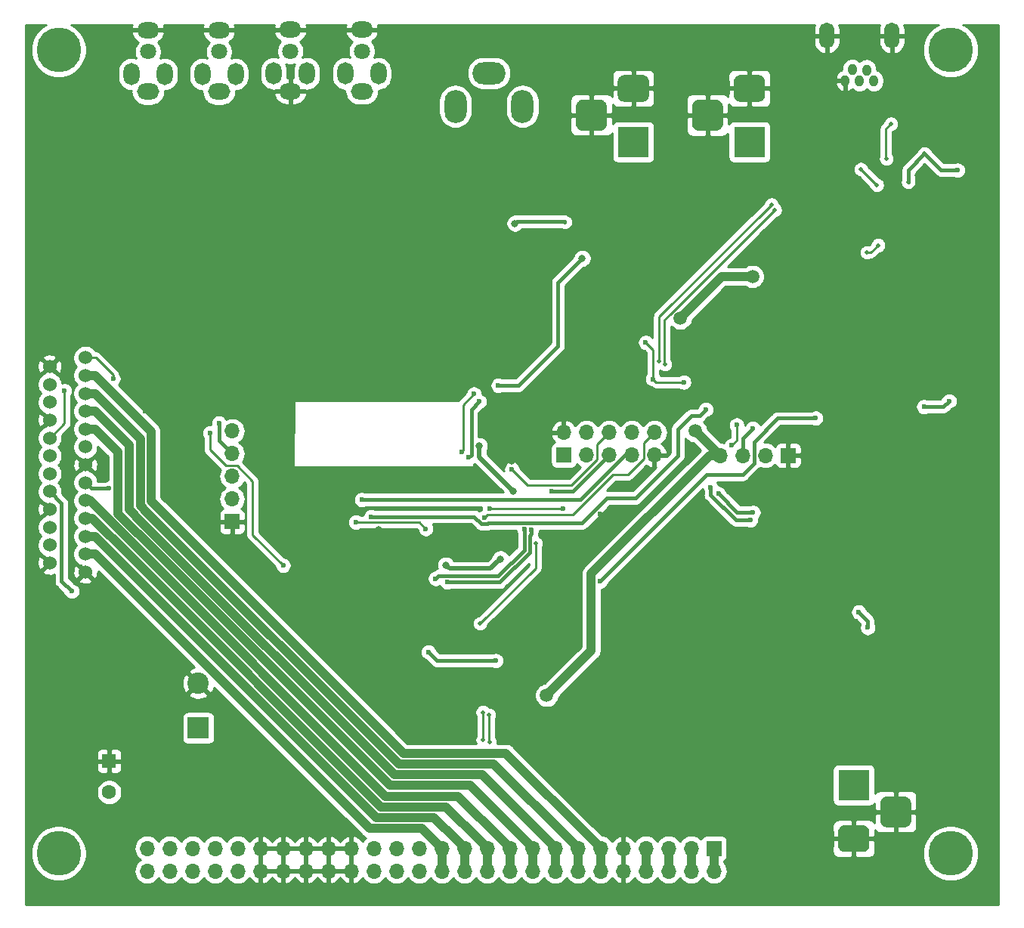
<source format=gbr>
G04 #@! TF.GenerationSoftware,KiCad,Pcbnew,5.1.2-f72e74a~84~ubuntu19.04.1*
G04 #@! TF.CreationDate,2019-04-28T09:03:05-05:00*
G04 #@! TF.ProjectId,open-dash-daughterboard,6f70656e-2d64-4617-9368-2d6461756768,rev?*
G04 #@! TF.SameCoordinates,Original*
G04 #@! TF.FileFunction,Copper,L2,Bot*
G04 #@! TF.FilePolarity,Positive*
%FSLAX46Y46*%
G04 Gerber Fmt 4.6, Leading zero omitted, Abs format (unit mm)*
G04 Created by KiCad (PCBNEW 5.1.2-f72e74a~84~ubuntu19.04.1) date 2019-04-28 09:03:05*
%MOMM*%
%LPD*%
G04 APERTURE LIST*
%ADD10C,5.000000*%
%ADD11C,0.100000*%
%ADD12C,3.500000*%
%ADD13C,3.000000*%
%ADD14R,3.500000X3.500000*%
%ADD15R,1.700000X1.700000*%
%ADD16O,1.700000X1.700000*%
%ADD17C,1.524000*%
%ADD18O,2.500000X1.800000*%
%ADD19C,1.800000*%
%ADD20O,1.800000X2.500000*%
%ADD21O,1.000000X1.300000*%
%ADD22O,1.700000X2.900000*%
%ADD23O,2.500000X3.700000*%
%ADD24O,3.700000X2.500000*%
%ADD25C,1.600000*%
%ADD26R,1.600000X1.600000*%
%ADD27R,2.400000X2.400000*%
%ADD28C,2.400000*%
%ADD29C,0.600000*%
%ADD30C,1.500000*%
%ADD31C,0.500000*%
%ADD32C,0.800000*%
%ADD33C,2.000000*%
%ADD34C,2.500000*%
%ADD35C,0.250000*%
%ADD36C,1.000000*%
%ADD37C,0.400000*%
%ADD38C,0.500000*%
%ADD39C,0.254000*%
G04 APERTURE END LIST*
D10*
X72440800Y-48310800D03*
X172389800Y-48310800D03*
X172389800Y-138328400D03*
X72440800Y-138328400D03*
D11*
G36*
X167179365Y-131937213D02*
G01*
X167264304Y-131949813D01*
X167347599Y-131970677D01*
X167428448Y-131999605D01*
X167506072Y-132036319D01*
X167579724Y-132080464D01*
X167648694Y-132131616D01*
X167712318Y-132189282D01*
X167769984Y-132252906D01*
X167821136Y-132321876D01*
X167865281Y-132395528D01*
X167901995Y-132473152D01*
X167930923Y-132554001D01*
X167951787Y-132637296D01*
X167964387Y-132722235D01*
X167968600Y-132808000D01*
X167968600Y-134558000D01*
X167964387Y-134643765D01*
X167951787Y-134728704D01*
X167930923Y-134811999D01*
X167901995Y-134892848D01*
X167865281Y-134970472D01*
X167821136Y-135044124D01*
X167769984Y-135113094D01*
X167712318Y-135176718D01*
X167648694Y-135234384D01*
X167579724Y-135285536D01*
X167506072Y-135329681D01*
X167428448Y-135366395D01*
X167347599Y-135395323D01*
X167264304Y-135416187D01*
X167179365Y-135428787D01*
X167093600Y-135433000D01*
X165343600Y-135433000D01*
X165257835Y-135428787D01*
X165172896Y-135416187D01*
X165089601Y-135395323D01*
X165008752Y-135366395D01*
X164931128Y-135329681D01*
X164857476Y-135285536D01*
X164788506Y-135234384D01*
X164724882Y-135176718D01*
X164667216Y-135113094D01*
X164616064Y-135044124D01*
X164571919Y-134970472D01*
X164535205Y-134892848D01*
X164506277Y-134811999D01*
X164485413Y-134728704D01*
X164472813Y-134643765D01*
X164468600Y-134558000D01*
X164468600Y-132808000D01*
X164472813Y-132722235D01*
X164485413Y-132637296D01*
X164506277Y-132554001D01*
X164535205Y-132473152D01*
X164571919Y-132395528D01*
X164616064Y-132321876D01*
X164667216Y-132252906D01*
X164724882Y-132189282D01*
X164788506Y-132131616D01*
X164857476Y-132080464D01*
X164931128Y-132036319D01*
X165008752Y-131999605D01*
X165089601Y-131970677D01*
X165172896Y-131949813D01*
X165257835Y-131937213D01*
X165343600Y-131933000D01*
X167093600Y-131933000D01*
X167179365Y-131937213D01*
X167179365Y-131937213D01*
G37*
D12*
X166218600Y-133683000D03*
D11*
G36*
X162592113Y-135186611D02*
G01*
X162664918Y-135197411D01*
X162736314Y-135215295D01*
X162805613Y-135240090D01*
X162872148Y-135271559D01*
X162935278Y-135309398D01*
X162994395Y-135353242D01*
X163048930Y-135402670D01*
X163098358Y-135457205D01*
X163142202Y-135516322D01*
X163180041Y-135579452D01*
X163211510Y-135645987D01*
X163236305Y-135715286D01*
X163254189Y-135786682D01*
X163264989Y-135859487D01*
X163268600Y-135933000D01*
X163268600Y-137433000D01*
X163264989Y-137506513D01*
X163254189Y-137579318D01*
X163236305Y-137650714D01*
X163211510Y-137720013D01*
X163180041Y-137786548D01*
X163142202Y-137849678D01*
X163098358Y-137908795D01*
X163048930Y-137963330D01*
X162994395Y-138012758D01*
X162935278Y-138056602D01*
X162872148Y-138094441D01*
X162805613Y-138125910D01*
X162736314Y-138150705D01*
X162664918Y-138168589D01*
X162592113Y-138179389D01*
X162518600Y-138183000D01*
X160518600Y-138183000D01*
X160445087Y-138179389D01*
X160372282Y-138168589D01*
X160300886Y-138150705D01*
X160231587Y-138125910D01*
X160165052Y-138094441D01*
X160101922Y-138056602D01*
X160042805Y-138012758D01*
X159988270Y-137963330D01*
X159938842Y-137908795D01*
X159894998Y-137849678D01*
X159857159Y-137786548D01*
X159825690Y-137720013D01*
X159800895Y-137650714D01*
X159783011Y-137579318D01*
X159772211Y-137506513D01*
X159768600Y-137433000D01*
X159768600Y-135933000D01*
X159772211Y-135859487D01*
X159783011Y-135786682D01*
X159800895Y-135715286D01*
X159825690Y-135645987D01*
X159857159Y-135579452D01*
X159894998Y-135516322D01*
X159938842Y-135457205D01*
X159988270Y-135402670D01*
X160042805Y-135353242D01*
X160101922Y-135309398D01*
X160165052Y-135271559D01*
X160231587Y-135240090D01*
X160300886Y-135215295D01*
X160372282Y-135197411D01*
X160445087Y-135186611D01*
X160518600Y-135183000D01*
X162518600Y-135183000D01*
X162592113Y-135186611D01*
X162592113Y-135186611D01*
G37*
D13*
X161518600Y-136683000D03*
D14*
X161518600Y-130683000D03*
D15*
X145872200Y-137769600D03*
D16*
X145872200Y-140309600D03*
X143332200Y-137769600D03*
X143332200Y-140309600D03*
X140792200Y-137769600D03*
X140792200Y-140309600D03*
X138252200Y-137769600D03*
X138252200Y-140309600D03*
X135712200Y-137769600D03*
X135712200Y-140309600D03*
X133172200Y-137769600D03*
X133172200Y-140309600D03*
X130632200Y-137769600D03*
X130632200Y-140309600D03*
X128092200Y-137769600D03*
X128092200Y-140309600D03*
X125552200Y-137769600D03*
X125552200Y-140309600D03*
X123012200Y-137769600D03*
X123012200Y-140309600D03*
X120472200Y-137769600D03*
X120472200Y-140309600D03*
X117932200Y-137769600D03*
X117932200Y-140309600D03*
X115392200Y-137769600D03*
X115392200Y-140309600D03*
X112852200Y-137769600D03*
X112852200Y-140309600D03*
X110312200Y-137769600D03*
X110312200Y-140309600D03*
X107772200Y-137769600D03*
X107772200Y-140309600D03*
X105232200Y-137769600D03*
X105232200Y-140309600D03*
X102692200Y-137769600D03*
X102692200Y-140309600D03*
X100152200Y-137769600D03*
X100152200Y-140309600D03*
X97612200Y-137769600D03*
X97612200Y-140309600D03*
X95072200Y-137769600D03*
X95072200Y-140309600D03*
X92532200Y-137769600D03*
X92532200Y-140309600D03*
X89992200Y-137769600D03*
X89992200Y-140309600D03*
X87452200Y-137769600D03*
X87452200Y-140309600D03*
X84912200Y-137769600D03*
X84912200Y-140309600D03*
X82372200Y-137769600D03*
X82372200Y-140309600D03*
X91871800Y-91008200D03*
X91871800Y-93548200D03*
X91871800Y-96088200D03*
X91871800Y-98628200D03*
D15*
X91871800Y-101168200D03*
D17*
X71437500Y-99796600D03*
X71437500Y-97802700D03*
X71437500Y-89801700D03*
X71437500Y-103797100D03*
X71437500Y-93802200D03*
X71437500Y-101803200D03*
X71437500Y-91795600D03*
X71437500Y-95796100D03*
X71437500Y-83794600D03*
X71437500Y-105803700D03*
X71437500Y-85801200D03*
X71437500Y-87795100D03*
X75438000Y-88798400D03*
X75438000Y-86804500D03*
X75438000Y-82804000D03*
X75438000Y-84797900D03*
X75438000Y-90805000D03*
X75438000Y-96799400D03*
X75438000Y-94805500D03*
X75438000Y-92798900D03*
X75438000Y-98806000D03*
X75438000Y-100799900D03*
X75438000Y-102806500D03*
X75438000Y-104800400D03*
X75438000Y-106807000D03*
D16*
X146558000Y-93751400D03*
X149098000Y-93751400D03*
X151638000Y-93751400D03*
D15*
X154178000Y-93751400D03*
D18*
X82448400Y-46101000D03*
D19*
X82448400Y-48514000D03*
D20*
X80594200Y-51028600D03*
X84302600Y-51028600D03*
D18*
X82448400Y-53009800D03*
X90398600Y-46101000D03*
D19*
X90398600Y-48514000D03*
D20*
X88544400Y-51028600D03*
X92252800Y-51028600D03*
D18*
X90398600Y-53009800D03*
D16*
X139192000Y-91186000D03*
X139192000Y-93726000D03*
X136652000Y-91186000D03*
X136652000Y-93726000D03*
X134112000Y-91186000D03*
X134112000Y-93726000D03*
X131572000Y-91186000D03*
X131572000Y-93726000D03*
X129032000Y-91186000D03*
D15*
X129032000Y-93726000D03*
D11*
G36*
X146095365Y-53883013D02*
G01*
X146180304Y-53895613D01*
X146263599Y-53916477D01*
X146344448Y-53945405D01*
X146422072Y-53982119D01*
X146495724Y-54026264D01*
X146564694Y-54077416D01*
X146628318Y-54135082D01*
X146685984Y-54198706D01*
X146737136Y-54267676D01*
X146781281Y-54341328D01*
X146817995Y-54418952D01*
X146846923Y-54499801D01*
X146867787Y-54583096D01*
X146880387Y-54668035D01*
X146884600Y-54753800D01*
X146884600Y-56503800D01*
X146880387Y-56589565D01*
X146867787Y-56674504D01*
X146846923Y-56757799D01*
X146817995Y-56838648D01*
X146781281Y-56916272D01*
X146737136Y-56989924D01*
X146685984Y-57058894D01*
X146628318Y-57122518D01*
X146564694Y-57180184D01*
X146495724Y-57231336D01*
X146422072Y-57275481D01*
X146344448Y-57312195D01*
X146263599Y-57341123D01*
X146180304Y-57361987D01*
X146095365Y-57374587D01*
X146009600Y-57378800D01*
X144259600Y-57378800D01*
X144173835Y-57374587D01*
X144088896Y-57361987D01*
X144005601Y-57341123D01*
X143924752Y-57312195D01*
X143847128Y-57275481D01*
X143773476Y-57231336D01*
X143704506Y-57180184D01*
X143640882Y-57122518D01*
X143583216Y-57058894D01*
X143532064Y-56989924D01*
X143487919Y-56916272D01*
X143451205Y-56838648D01*
X143422277Y-56757799D01*
X143401413Y-56674504D01*
X143388813Y-56589565D01*
X143384600Y-56503800D01*
X143384600Y-54753800D01*
X143388813Y-54668035D01*
X143401413Y-54583096D01*
X143422277Y-54499801D01*
X143451205Y-54418952D01*
X143487919Y-54341328D01*
X143532064Y-54267676D01*
X143583216Y-54198706D01*
X143640882Y-54135082D01*
X143704506Y-54077416D01*
X143773476Y-54026264D01*
X143847128Y-53982119D01*
X143924752Y-53945405D01*
X144005601Y-53916477D01*
X144088896Y-53895613D01*
X144173835Y-53883013D01*
X144259600Y-53878800D01*
X146009600Y-53878800D01*
X146095365Y-53883013D01*
X146095365Y-53883013D01*
G37*
D12*
X145134600Y-55628800D03*
D11*
G36*
X150908113Y-51132411D02*
G01*
X150980918Y-51143211D01*
X151052314Y-51161095D01*
X151121613Y-51185890D01*
X151188148Y-51217359D01*
X151251278Y-51255198D01*
X151310395Y-51299042D01*
X151364930Y-51348470D01*
X151414358Y-51403005D01*
X151458202Y-51462122D01*
X151496041Y-51525252D01*
X151527510Y-51591787D01*
X151552305Y-51661086D01*
X151570189Y-51732482D01*
X151580989Y-51805287D01*
X151584600Y-51878800D01*
X151584600Y-53378800D01*
X151580989Y-53452313D01*
X151570189Y-53525118D01*
X151552305Y-53596514D01*
X151527510Y-53665813D01*
X151496041Y-53732348D01*
X151458202Y-53795478D01*
X151414358Y-53854595D01*
X151364930Y-53909130D01*
X151310395Y-53958558D01*
X151251278Y-54002402D01*
X151188148Y-54040241D01*
X151121613Y-54071710D01*
X151052314Y-54096505D01*
X150980918Y-54114389D01*
X150908113Y-54125189D01*
X150834600Y-54128800D01*
X148834600Y-54128800D01*
X148761087Y-54125189D01*
X148688282Y-54114389D01*
X148616886Y-54096505D01*
X148547587Y-54071710D01*
X148481052Y-54040241D01*
X148417922Y-54002402D01*
X148358805Y-53958558D01*
X148304270Y-53909130D01*
X148254842Y-53854595D01*
X148210998Y-53795478D01*
X148173159Y-53732348D01*
X148141690Y-53665813D01*
X148116895Y-53596514D01*
X148099011Y-53525118D01*
X148088211Y-53452313D01*
X148084600Y-53378800D01*
X148084600Y-51878800D01*
X148088211Y-51805287D01*
X148099011Y-51732482D01*
X148116895Y-51661086D01*
X148141690Y-51591787D01*
X148173159Y-51525252D01*
X148210998Y-51462122D01*
X148254842Y-51403005D01*
X148304270Y-51348470D01*
X148358805Y-51299042D01*
X148417922Y-51255198D01*
X148481052Y-51217359D01*
X148547587Y-51185890D01*
X148616886Y-51161095D01*
X148688282Y-51143211D01*
X148761087Y-51132411D01*
X148834600Y-51128800D01*
X150834600Y-51128800D01*
X150908113Y-51132411D01*
X150908113Y-51132411D01*
G37*
D13*
X149834600Y-52628800D03*
D14*
X149834600Y-58628800D03*
D11*
G36*
X133090565Y-53877413D02*
G01*
X133175504Y-53890013D01*
X133258799Y-53910877D01*
X133339648Y-53939805D01*
X133417272Y-53976519D01*
X133490924Y-54020664D01*
X133559894Y-54071816D01*
X133623518Y-54129482D01*
X133681184Y-54193106D01*
X133732336Y-54262076D01*
X133776481Y-54335728D01*
X133813195Y-54413352D01*
X133842123Y-54494201D01*
X133862987Y-54577496D01*
X133875587Y-54662435D01*
X133879800Y-54748200D01*
X133879800Y-56498200D01*
X133875587Y-56583965D01*
X133862987Y-56668904D01*
X133842123Y-56752199D01*
X133813195Y-56833048D01*
X133776481Y-56910672D01*
X133732336Y-56984324D01*
X133681184Y-57053294D01*
X133623518Y-57116918D01*
X133559894Y-57174584D01*
X133490924Y-57225736D01*
X133417272Y-57269881D01*
X133339648Y-57306595D01*
X133258799Y-57335523D01*
X133175504Y-57356387D01*
X133090565Y-57368987D01*
X133004800Y-57373200D01*
X131254800Y-57373200D01*
X131169035Y-57368987D01*
X131084096Y-57356387D01*
X131000801Y-57335523D01*
X130919952Y-57306595D01*
X130842328Y-57269881D01*
X130768676Y-57225736D01*
X130699706Y-57174584D01*
X130636082Y-57116918D01*
X130578416Y-57053294D01*
X130527264Y-56984324D01*
X130483119Y-56910672D01*
X130446405Y-56833048D01*
X130417477Y-56752199D01*
X130396613Y-56668904D01*
X130384013Y-56583965D01*
X130379800Y-56498200D01*
X130379800Y-54748200D01*
X130384013Y-54662435D01*
X130396613Y-54577496D01*
X130417477Y-54494201D01*
X130446405Y-54413352D01*
X130483119Y-54335728D01*
X130527264Y-54262076D01*
X130578416Y-54193106D01*
X130636082Y-54129482D01*
X130699706Y-54071816D01*
X130768676Y-54020664D01*
X130842328Y-53976519D01*
X130919952Y-53939805D01*
X131000801Y-53910877D01*
X131084096Y-53890013D01*
X131169035Y-53877413D01*
X131254800Y-53873200D01*
X133004800Y-53873200D01*
X133090565Y-53877413D01*
X133090565Y-53877413D01*
G37*
D12*
X132129800Y-55623200D03*
D11*
G36*
X137903313Y-51126811D02*
G01*
X137976118Y-51137611D01*
X138047514Y-51155495D01*
X138116813Y-51180290D01*
X138183348Y-51211759D01*
X138246478Y-51249598D01*
X138305595Y-51293442D01*
X138360130Y-51342870D01*
X138409558Y-51397405D01*
X138453402Y-51456522D01*
X138491241Y-51519652D01*
X138522710Y-51586187D01*
X138547505Y-51655486D01*
X138565389Y-51726882D01*
X138576189Y-51799687D01*
X138579800Y-51873200D01*
X138579800Y-53373200D01*
X138576189Y-53446713D01*
X138565389Y-53519518D01*
X138547505Y-53590914D01*
X138522710Y-53660213D01*
X138491241Y-53726748D01*
X138453402Y-53789878D01*
X138409558Y-53848995D01*
X138360130Y-53903530D01*
X138305595Y-53952958D01*
X138246478Y-53996802D01*
X138183348Y-54034641D01*
X138116813Y-54066110D01*
X138047514Y-54090905D01*
X137976118Y-54108789D01*
X137903313Y-54119589D01*
X137829800Y-54123200D01*
X135829800Y-54123200D01*
X135756287Y-54119589D01*
X135683482Y-54108789D01*
X135612086Y-54090905D01*
X135542787Y-54066110D01*
X135476252Y-54034641D01*
X135413122Y-53996802D01*
X135354005Y-53952958D01*
X135299470Y-53903530D01*
X135250042Y-53848995D01*
X135206198Y-53789878D01*
X135168359Y-53726748D01*
X135136890Y-53660213D01*
X135112095Y-53590914D01*
X135094211Y-53519518D01*
X135083411Y-53446713D01*
X135079800Y-53373200D01*
X135079800Y-51873200D01*
X135083411Y-51799687D01*
X135094211Y-51726882D01*
X135112095Y-51655486D01*
X135136890Y-51586187D01*
X135168359Y-51519652D01*
X135206198Y-51456522D01*
X135250042Y-51397405D01*
X135299470Y-51342870D01*
X135354005Y-51293442D01*
X135413122Y-51249598D01*
X135476252Y-51211759D01*
X135542787Y-51180290D01*
X135612086Y-51155495D01*
X135683482Y-51137611D01*
X135756287Y-51126811D01*
X135829800Y-51123200D01*
X137829800Y-51123200D01*
X137903313Y-51126811D01*
X137903313Y-51126811D01*
G37*
D13*
X136829800Y-52623200D03*
D14*
X136829800Y-58623200D03*
D21*
X160561400Y-51771800D03*
X163761800Y-51771800D03*
X162974400Y-50578000D03*
X161348800Y-50552600D03*
X162161600Y-51771800D03*
D22*
X158504000Y-46717200D03*
X165793800Y-46717200D03*
D18*
X98399600Y-46050200D03*
D19*
X98399600Y-48463200D03*
D20*
X96545400Y-50977800D03*
X100253800Y-50977800D03*
D18*
X98399600Y-52959000D03*
X106400600Y-46050200D03*
D19*
X106400600Y-48463200D03*
D20*
X104546400Y-50977800D03*
X108254800Y-50977800D03*
D18*
X106400600Y-52959000D03*
D23*
X124409200Y-54635400D03*
X116890800Y-54635400D03*
D24*
X120650000Y-50927000D03*
D25*
X78105000Y-131490600D03*
D26*
X78105000Y-127990600D03*
D27*
X88087200Y-124278400D03*
D28*
X88087200Y-119278400D03*
D29*
X123228100Y-95313500D03*
D30*
X127127000Y-120624600D03*
X150164800Y-73710800D03*
X143776700Y-91008200D03*
X142073987Y-78356207D03*
D31*
X152679400Y-66230500D03*
X140373100Y-83515200D03*
D29*
X120129300Y-100723700D03*
D31*
X152291408Y-65647852D03*
X139731190Y-83235973D03*
D29*
X120713500Y-99720400D03*
X128930400Y-99720400D03*
X150241000Y-100152200D03*
X146354800Y-98044000D03*
D31*
X119659400Y-112572800D03*
D29*
X163080700Y-113042700D03*
X162077400Y-111302800D03*
D31*
X125862421Y-103606600D03*
X167614600Y-63119000D03*
X169456100Y-59956700D03*
D29*
X150202900Y-90741500D03*
X173139100Y-61798200D03*
X169379900Y-88290400D03*
X172212000Y-87655400D03*
D31*
X120637300Y-122847100D03*
X120726394Y-125907606D03*
X119964200Y-125590300D03*
X119964200Y-122529600D03*
D29*
X88061800Y-130378200D03*
D30*
X129844800Y-109169200D03*
X123317000Y-114909600D03*
D32*
X135559800Y-124891800D03*
D30*
X148107400Y-106349800D03*
D29*
X150495000Y-114096800D03*
X152298400Y-116662200D03*
D32*
X148183600Y-125196600D03*
X158165800Y-110921800D03*
X169341800Y-110947200D03*
X164782400Y-99733000D03*
D29*
X82169000Y-88823800D03*
X82169000Y-87096600D03*
D33*
X126517400Y-80057600D03*
X126542800Y-86055200D03*
X133223000Y-80060800D03*
X115773200Y-81407000D03*
X155219400Y-79756000D03*
D32*
X156324300Y-69469000D03*
X101549200Y-96037400D03*
X103276400Y-112420400D03*
X110871000Y-104775000D03*
X108254800Y-102108000D03*
X105638600Y-104724200D03*
X116357400Y-96139000D03*
X123190000Y-94335600D03*
D30*
X129209800Y-129057400D03*
D29*
X75387200Y-115722400D03*
X75438000Y-113944400D03*
D30*
X108178600Y-66522600D03*
X106527600Y-64262000D03*
D29*
X125145800Y-90017600D03*
X95389700Y-94742000D03*
D31*
X137198100Y-81026000D03*
D34*
X148456600Y-79691800D03*
X148488400Y-85610700D03*
D31*
X143738600Y-86677500D03*
X112979200Y-117551200D03*
X164795200Y-55029100D03*
X165366700Y-62560200D03*
X168541700Y-62344300D03*
X171180700Y-59959300D03*
X170446700Y-67030600D03*
X162369500Y-63207900D03*
X126911100Y-64719200D03*
X158343600Y-63042800D03*
D30*
X136220477Y-114960686D03*
D32*
X108280200Y-107353190D03*
D29*
X133109361Y-100300945D03*
D32*
X134061200Y-69900800D03*
D29*
X122986800Y-64160400D03*
D31*
X162331400Y-61683900D03*
X164122100Y-63449200D03*
X129159000Y-67602100D03*
D32*
X123571000Y-67754500D03*
D29*
X114681000Y-107556300D03*
X127698500Y-97802700D03*
X124612400Y-102023721D03*
X115961057Y-107956311D03*
X125409155Y-102095846D03*
X90398600Y-90144600D03*
D32*
X121932700Y-105346500D03*
X119557800Y-92671900D03*
X115815136Y-106040360D03*
X123367800Y-97774279D03*
D29*
X139026900Y-85191600D03*
X142481300Y-85547200D03*
X148399500Y-90347800D03*
X147847999Y-92639201D03*
X138214100Y-81102200D03*
D31*
X165684200Y-56591200D03*
X165176200Y-60477400D03*
D29*
X121704100Y-85902800D03*
X119570500Y-87718900D03*
D32*
X131090700Y-71664800D03*
D29*
X118402100Y-93980000D03*
X78079600Y-97459800D03*
X78536800Y-85166200D03*
X73914000Y-108966000D03*
X73101200Y-86512400D03*
D31*
X163004500Y-71005700D03*
X164249100Y-70205600D03*
D29*
X149936200Y-100990400D03*
X145492710Y-97344000D03*
X106400600Y-98717100D03*
X107467400Y-100609400D03*
X144957800Y-88595200D03*
X118973600Y-86880700D03*
X117576600Y-93332300D03*
X113576100Y-101968300D03*
X105740200Y-101231700D03*
X157264100Y-89585800D03*
X133096000Y-107835700D03*
X121424700Y-116738400D03*
X113855500Y-115785900D03*
X89408000Y-91236800D03*
X97586800Y-106070400D03*
D35*
X123228100Y-95313500D02*
X123278900Y-95364300D01*
X132747001Y-92550999D02*
X132747001Y-94214699D01*
X134112000Y-91186000D02*
X132747001Y-92550999D01*
X132747001Y-94214699D02*
X129908300Y-97053400D01*
X124968000Y-97053400D02*
X123228100Y-95313500D01*
X129908300Y-97053400D02*
X124968000Y-97053400D01*
D36*
X146558000Y-93751400D02*
X146519900Y-93751400D01*
X146519900Y-93751400D02*
X143776700Y-91008200D01*
X150164800Y-73710800D02*
X146719394Y-73710800D01*
X142823986Y-77606208D02*
X142073987Y-78356207D01*
X146719394Y-73710800D02*
X142823986Y-77606208D01*
X146558000Y-93751400D02*
X145355919Y-93751400D01*
X127876999Y-119874601D02*
X127127000Y-120624600D01*
X132095999Y-115655601D02*
X127876999Y-119874601D01*
X132095999Y-107011320D02*
X132095999Y-115655601D01*
X145355919Y-93751400D02*
X132095999Y-107011320D01*
D35*
X152679400Y-66230500D02*
X150774400Y-68135500D01*
X150774400Y-68135500D02*
X142100300Y-76809600D01*
X142100300Y-76809600D02*
X140944600Y-77965300D01*
X140944600Y-77965300D02*
X140335000Y-78574900D01*
X140335000Y-83477100D02*
X140373100Y-83515200D01*
X140335000Y-78574900D02*
X140335000Y-83477100D01*
X120484900Y-100368100D02*
X120129300Y-100723700D01*
X138016999Y-92361001D02*
X138016999Y-94100003D01*
X138016999Y-94100003D02*
X136244702Y-95872300D01*
X134569200Y-95872300D02*
X130073400Y-100368100D01*
X130073400Y-100368100D02*
X120484900Y-100368100D01*
X139192000Y-91186000D02*
X138016999Y-92361001D01*
X136244702Y-95872300D02*
X134569200Y-95872300D01*
X152291408Y-65647852D02*
X139731190Y-78208070D01*
X139731190Y-82882420D02*
X139731190Y-83235973D01*
X139731190Y-78208070D02*
X139731190Y-82882420D01*
X120713500Y-99720400D02*
X128930400Y-99720400D01*
D37*
X163080700Y-113042700D02*
X163080700Y-112306100D01*
X163080700Y-112306100D02*
X162077400Y-111302800D01*
D35*
X119659400Y-112572800D02*
X125862421Y-106369779D01*
X125862421Y-106369779D02*
X125862421Y-103960153D01*
X125862421Y-103960153D02*
X125862421Y-103606600D01*
D37*
X148463000Y-100152200D02*
X150241000Y-100152200D01*
X146354800Y-98044000D02*
X148463000Y-100152200D01*
X167614600Y-62416555D02*
X167665400Y-62365755D01*
X167614600Y-63119000D02*
X167614600Y-62416555D01*
X167665400Y-61747400D02*
X169456100Y-59956700D01*
X167665400Y-62365755D02*
X167665400Y-61747400D01*
X149098000Y-93751400D02*
X149098000Y-91846400D01*
X149098000Y-91846400D02*
X150202900Y-90741500D01*
X171297600Y-61798200D02*
X169456100Y-59956700D01*
X173139100Y-61798200D02*
X171297600Y-61798200D01*
X169379900Y-88290400D02*
X171577000Y-88290400D01*
X171577000Y-88290400D02*
X172212000Y-87655400D01*
D36*
X145872200Y-140309600D02*
X145872200Y-137769600D01*
X143332200Y-137769600D02*
X143332200Y-140309600D01*
D35*
X120637300Y-122847100D02*
X120637300Y-125818512D01*
X120637300Y-125818512D02*
X120726394Y-125907606D01*
X119964200Y-125590300D02*
X119964200Y-122529600D01*
X162331400Y-61683900D02*
X164096700Y-63449200D01*
X164096700Y-63449200D02*
X164122100Y-63449200D01*
D36*
X140792200Y-140309600D02*
X140792200Y-137769600D01*
X138252200Y-137769600D02*
X138252200Y-140309600D01*
D37*
X126949200Y-67551300D02*
X129108200Y-67551300D01*
X129108200Y-67551300D02*
X129159000Y-67602100D01*
X126949200Y-67551300D02*
X123774200Y-67551300D01*
X123774200Y-67551300D02*
X123571000Y-67754500D01*
X130035300Y-97802700D02*
X134112000Y-93726000D01*
X127698500Y-97802700D02*
X130035300Y-97802700D01*
X124612400Y-102447985D02*
X124612400Y-102023721D01*
X114980999Y-107256301D02*
X121699299Y-107256301D01*
X124612400Y-104343200D02*
X124612400Y-102447985D01*
X114681000Y-107556300D02*
X114980999Y-107256301D01*
X121699299Y-107256301D02*
X124612400Y-104343200D01*
X125409155Y-102520110D02*
X125409155Y-102095846D01*
X125212411Y-104591732D02*
X125212411Y-102716854D01*
X121847831Y-107956311D02*
X125212411Y-104591732D01*
X115961057Y-107956311D02*
X121847831Y-107956311D01*
X125212411Y-102716854D02*
X125409155Y-102520110D01*
X90398600Y-92075000D02*
X91871800Y-93548200D01*
X90398600Y-90144600D02*
X90398600Y-92075000D01*
D38*
X119557800Y-92671900D02*
X119557800Y-93964279D01*
X122967801Y-97374280D02*
X123367800Y-97774279D01*
X119557800Y-93964279D02*
X122967801Y-97374280D01*
D35*
X139026900Y-85191600D02*
X139382500Y-85547200D01*
X139382500Y-85547200D02*
X142481300Y-85547200D01*
X148399500Y-90347800D02*
X148399500Y-92087700D01*
X148399500Y-92087700D02*
X147847999Y-92639201D01*
D38*
X121532701Y-105746499D02*
X121932700Y-105346500D01*
X120838841Y-106440359D02*
X121532701Y-105746499D01*
X116215135Y-106440359D02*
X120838841Y-106440359D01*
X115815136Y-106040360D02*
X116215135Y-106440359D01*
D35*
X139026900Y-85191600D02*
X139026900Y-81915000D01*
X139026900Y-81915000D02*
X138214100Y-81102200D01*
X165138100Y-57137300D02*
X165138100Y-57848500D01*
X165684200Y-56591200D02*
X165138100Y-57137300D01*
X165138100Y-57848500D02*
X165138100Y-60439300D01*
X165138100Y-60439300D02*
X165176200Y-60477400D01*
D36*
X128092200Y-140309600D02*
X128092200Y-137769600D01*
X127242201Y-136919601D02*
X128092200Y-137769600D01*
X80308589Y-99806331D02*
X81809880Y-101307622D01*
X80308589Y-92591359D02*
X80308589Y-99806331D01*
X81809880Y-101307622D02*
X81830551Y-101307622D01*
X81830551Y-101307622D02*
X110057274Y-129534345D01*
X76515630Y-88798400D02*
X80308589Y-92591359D01*
X119856945Y-129534345D02*
X127242201Y-136919601D01*
X110057274Y-129534345D02*
X119856945Y-129534345D01*
X75438000Y-88798400D02*
X76515630Y-88798400D01*
X120472200Y-137769600D02*
X120472200Y-140309600D01*
X119622201Y-136919601D02*
X120472200Y-137769600D01*
X75438000Y-100799900D02*
X76210945Y-100799900D01*
X80339371Y-104907655D02*
X108566094Y-133134378D01*
X115836978Y-133134378D02*
X119622201Y-136919601D01*
X108566094Y-133134378D02*
X115836978Y-133134378D01*
X80318700Y-104907655D02*
X80339371Y-104907655D01*
X76210945Y-100799900D02*
X80318700Y-104907655D01*
X115392200Y-137769600D02*
X115392200Y-140309600D01*
X76515630Y-104800400D02*
X107249630Y-135534400D01*
X75438000Y-104800400D02*
X76515630Y-104800400D01*
X113157000Y-135534400D02*
X115392200Y-137769600D01*
X107249630Y-135534400D02*
X113157000Y-135534400D01*
X133172200Y-140309600D02*
X133172200Y-137769600D01*
X111056123Y-127134323D02*
X122536923Y-127134323D01*
X76515630Y-84797900D02*
X82804000Y-91086270D01*
X132322201Y-136919601D02*
X133172200Y-137769600D01*
X82804000Y-91086270D02*
X82804000Y-98882200D01*
X82804000Y-98882200D02*
X111056123Y-127134323D01*
X122536923Y-127134323D02*
X132322201Y-136919601D01*
X75438000Y-84797900D02*
X76515630Y-84797900D01*
X125552200Y-137769600D02*
X125552200Y-140309600D01*
X81312820Y-102507633D02*
X81333491Y-102507633D01*
X75438000Y-90805000D02*
X76515630Y-90805000D01*
X76515630Y-90805000D02*
X79108578Y-93397948D01*
X118516956Y-130734356D02*
X124702201Y-136919601D01*
X124702201Y-136919601D02*
X125552200Y-137769600D01*
X79108578Y-93397948D02*
X79108578Y-100303391D01*
X81333491Y-102507633D02*
X109560214Y-130734356D01*
X79108578Y-100303391D02*
X81312820Y-102507633D01*
X109560214Y-130734356D02*
X118516956Y-130734356D01*
X123012200Y-140309600D02*
X123012200Y-137769600D01*
X109063154Y-131934367D02*
X117176967Y-131934367D01*
X122162201Y-136919601D02*
X123012200Y-137769600D01*
X80836431Y-103707644D02*
X109063154Y-131934367D01*
X80815760Y-103707644D02*
X80836431Y-103707644D01*
X75914116Y-98806000D02*
X80815760Y-103707644D01*
X75438000Y-98806000D02*
X75914116Y-98806000D01*
X117176967Y-131934367D02*
X122162201Y-136919601D01*
X117932200Y-140309600D02*
X117932200Y-137769600D01*
X75438000Y-102806500D02*
X76520474Y-102806500D01*
X117082201Y-136919601D02*
X117932200Y-137769600D01*
X108069034Y-134334389D02*
X114496989Y-134334389D01*
X79821640Y-106107666D02*
X79842311Y-106107666D01*
X76520474Y-102806500D02*
X79821640Y-106107666D01*
X114496989Y-134334389D02*
X117082201Y-136919601D01*
X79842311Y-106107666D02*
X108069034Y-134334389D01*
X130632200Y-137769600D02*
X130632200Y-140309600D01*
X76515630Y-86804500D02*
X81603989Y-91892859D01*
X82306940Y-100107611D02*
X82327611Y-100107611D01*
X121196934Y-128334334D02*
X129782201Y-136919601D01*
X81603989Y-91892859D02*
X81603989Y-99404660D01*
X110554334Y-128334334D02*
X121196934Y-128334334D01*
X81603989Y-99404660D02*
X82306940Y-100107611D01*
X75438000Y-86804500D02*
X76515630Y-86804500D01*
X129782201Y-136919601D02*
X130632200Y-137769600D01*
X82327611Y-100107611D02*
X110554334Y-128334334D01*
D37*
X128397000Y-74358500D02*
X131090700Y-71664800D01*
X128397000Y-81470500D02*
X128397000Y-74358500D01*
X121704100Y-85902800D02*
X123964700Y-85902800D01*
X123964700Y-85902800D02*
X128397000Y-81470500D01*
X118668800Y-88620600D02*
X119570500Y-87718900D01*
X118668800Y-93548200D02*
X118668800Y-88620600D01*
X118668800Y-93548200D02*
X118668800Y-93713300D01*
X118668800Y-93713300D02*
X118402100Y-93980000D01*
X76098400Y-97459800D02*
X75438000Y-96799400D01*
X78079600Y-97459800D02*
X76098400Y-97459800D01*
D35*
X76515630Y-82804000D02*
X75438000Y-82804000D01*
X76598864Y-82804000D02*
X76515630Y-82804000D01*
X78536800Y-84741936D02*
X76598864Y-82804000D01*
X78536800Y-85166200D02*
X78536800Y-84741936D01*
D37*
X72764599Y-107816599D02*
X73914000Y-108966000D01*
X71437500Y-97802700D02*
X72764599Y-99129799D01*
X72764599Y-99129799D02*
X72764599Y-107816599D01*
D35*
X71437500Y-91795600D02*
X73101200Y-90131900D01*
X73101200Y-90131900D02*
X73101200Y-86512400D01*
X163004500Y-71005700D02*
X163449000Y-71005700D01*
X163449000Y-71005700D02*
X164249100Y-70205600D01*
D37*
X145492710Y-97768264D02*
X145492710Y-97344000D01*
X145492710Y-98174664D02*
X145492710Y-97768264D01*
X148308446Y-100990400D02*
X145492710Y-98174664D01*
X149936200Y-100990400D02*
X148308446Y-100990400D01*
X135894714Y-93726000D02*
X136652000Y-93726000D01*
X130903614Y-98717100D02*
X135894714Y-93726000D01*
X106400600Y-98717100D02*
X130903614Y-98717100D01*
X131096631Y-101323711D02*
X133890633Y-98529709D01*
X137086836Y-98529709D02*
X141820900Y-93795645D01*
X141820900Y-93795645D02*
X141820900Y-90779600D01*
X141820900Y-90779600D02*
X143319500Y-89281000D01*
X143319500Y-89281000D02*
X144157700Y-89281000D01*
X107467400Y-100609400D02*
X118978996Y-100609400D01*
X133890633Y-98529709D02*
X137086836Y-98529709D01*
X118978996Y-100609400D02*
X119793298Y-101423702D01*
X120565293Y-101323711D02*
X131096631Y-101323711D01*
X120465302Y-101423702D02*
X120565293Y-101323711D01*
X119793298Y-101423702D02*
X120465302Y-101423702D01*
X144157700Y-89281000D02*
X144272000Y-89281000D01*
X144272000Y-89281000D02*
X144957800Y-88595200D01*
D35*
X118973600Y-86880700D02*
X117767100Y-88087200D01*
X117767100Y-88087200D02*
X117767100Y-93116400D01*
X117767100Y-93116400D02*
X117767100Y-93141800D01*
X117767100Y-93141800D02*
X117576600Y-93332300D01*
X113576100Y-101968300D02*
X112852200Y-101244400D01*
X112852200Y-101244400D02*
X106578400Y-101244400D01*
X106578400Y-101244400D02*
X105752900Y-101244400D01*
X105752900Y-101244400D02*
X105740200Y-101231700D01*
D37*
X157264100Y-89585800D02*
X152996900Y-89585800D01*
X150348001Y-92234699D02*
X150348001Y-94609599D01*
X152996900Y-89585800D02*
X150348001Y-92234699D01*
X150348001Y-94609599D02*
X149072600Y-95885000D01*
X149072600Y-95885000D02*
X145046700Y-95885000D01*
X145046700Y-95885000D02*
X133096000Y-107835700D01*
X121424700Y-116738400D02*
X114808000Y-116738400D01*
X114808000Y-116738400D02*
X113855500Y-115785900D01*
D35*
X89408000Y-93141800D02*
X91179399Y-94913199D01*
X91179399Y-94913199D02*
X92435801Y-94913199D01*
X94157800Y-96635198D02*
X94157800Y-97993200D01*
X89408000Y-91236800D02*
X89408000Y-93141800D01*
X92435801Y-94913199D02*
X94157800Y-96635198D01*
X94157800Y-102641400D02*
X94157800Y-97993200D01*
X97586800Y-106070400D02*
X94157800Y-102641400D01*
D39*
G36*
X70955821Y-45532599D02*
G01*
X70442354Y-45875686D01*
X70005686Y-46312354D01*
X69662599Y-46825821D01*
X69426276Y-47396354D01*
X69305800Y-48002029D01*
X69305800Y-48619571D01*
X69426276Y-49225246D01*
X69662599Y-49795779D01*
X70005686Y-50309246D01*
X70442354Y-50745914D01*
X70955821Y-51089001D01*
X71526354Y-51325324D01*
X72132029Y-51445800D01*
X72749571Y-51445800D01*
X73355246Y-51325324D01*
X73925779Y-51089001D01*
X74439246Y-50745914D01*
X74581968Y-50603192D01*
X79059200Y-50603192D01*
X79059200Y-51454007D01*
X79081410Y-51679512D01*
X79169183Y-51968860D01*
X79311719Y-52235526D01*
X79503539Y-52469261D01*
X79737273Y-52661081D01*
X80003939Y-52803617D01*
X80293287Y-52891390D01*
X80565000Y-52918151D01*
X80555973Y-53009800D01*
X80585610Y-53310713D01*
X80673383Y-53600061D01*
X80815919Y-53866727D01*
X81007739Y-54100461D01*
X81241473Y-54292281D01*
X81508139Y-54434817D01*
X81797487Y-54522590D01*
X82022992Y-54544800D01*
X82873808Y-54544800D01*
X83099313Y-54522590D01*
X83388661Y-54434817D01*
X83655327Y-54292281D01*
X83889061Y-54100461D01*
X84080881Y-53866727D01*
X84223417Y-53600061D01*
X84311190Y-53310713D01*
X84340827Y-53009800D01*
X84331800Y-52918151D01*
X84603512Y-52891390D01*
X84892860Y-52803617D01*
X85159526Y-52661081D01*
X85393261Y-52469261D01*
X85585081Y-52235527D01*
X85727617Y-51968861D01*
X85815390Y-51679513D01*
X85837600Y-51454008D01*
X85837600Y-50603193D01*
X85837600Y-50603192D01*
X87009400Y-50603192D01*
X87009400Y-51454007D01*
X87031610Y-51679512D01*
X87119383Y-51968860D01*
X87261919Y-52235526D01*
X87453739Y-52469261D01*
X87687473Y-52661081D01*
X87954139Y-52803617D01*
X88243487Y-52891390D01*
X88515200Y-52918151D01*
X88506173Y-53009800D01*
X88535810Y-53310713D01*
X88623583Y-53600061D01*
X88766119Y-53866727D01*
X88957939Y-54100461D01*
X89191673Y-54292281D01*
X89458339Y-54434817D01*
X89747687Y-54522590D01*
X89973192Y-54544800D01*
X90824008Y-54544800D01*
X91049513Y-54522590D01*
X91338861Y-54434817D01*
X91605527Y-54292281D01*
X91839261Y-54100461D01*
X92031081Y-53866727D01*
X92173617Y-53600061D01*
X92257438Y-53323740D01*
X96558564Y-53323740D01*
X96582845Y-53429087D01*
X96702738Y-53706204D01*
X96874390Y-53954606D01*
X97091204Y-54164748D01*
X97344849Y-54328554D01*
X97625577Y-54439729D01*
X97922600Y-54494000D01*
X98272600Y-54494000D01*
X98272600Y-53086000D01*
X98526600Y-53086000D01*
X98526600Y-54494000D01*
X98876600Y-54494000D01*
X99173623Y-54439729D01*
X99454351Y-54328554D01*
X99707996Y-54164748D01*
X99924810Y-53954606D01*
X100096462Y-53706204D01*
X100216355Y-53429087D01*
X100240636Y-53323740D01*
X100119978Y-53086000D01*
X98526600Y-53086000D01*
X98272600Y-53086000D01*
X96679222Y-53086000D01*
X96558564Y-53323740D01*
X92257438Y-53323740D01*
X92261390Y-53310713D01*
X92291027Y-53009800D01*
X92282000Y-52918151D01*
X92553712Y-52891390D01*
X92843060Y-52803617D01*
X93109726Y-52661081D01*
X93343461Y-52469261D01*
X93535281Y-52235527D01*
X93677817Y-51968861D01*
X93765590Y-51679513D01*
X93787800Y-51454008D01*
X93787800Y-50603193D01*
X93782797Y-50552392D01*
X95010400Y-50552392D01*
X95010400Y-51403207D01*
X95032610Y-51628712D01*
X95120383Y-51918060D01*
X95262919Y-52184726D01*
X95454739Y-52418461D01*
X95688473Y-52610281D01*
X95955139Y-52752817D01*
X96244487Y-52840590D01*
X96545400Y-52870227D01*
X96846312Y-52840590D01*
X96874629Y-52832000D01*
X98272600Y-52832000D01*
X98272600Y-51424000D01*
X98078352Y-51424000D01*
X98080400Y-51403208D01*
X98080400Y-50552393D01*
X98058190Y-50326888D01*
X97970417Y-50037539D01*
X97908192Y-49921124D01*
X97951857Y-49939211D01*
X98248416Y-49998200D01*
X98550784Y-49998200D01*
X98847343Y-49939211D01*
X98891008Y-49921124D01*
X98828783Y-50037539D01*
X98741010Y-50326887D01*
X98718800Y-50552392D01*
X98718800Y-51403207D01*
X98720848Y-51424000D01*
X98526600Y-51424000D01*
X98526600Y-52832000D01*
X99924570Y-52832000D01*
X99952887Y-52840590D01*
X100253800Y-52870227D01*
X100554712Y-52840590D01*
X100844060Y-52752817D01*
X101110726Y-52610281D01*
X101344461Y-52418461D01*
X101536281Y-52184727D01*
X101678817Y-51918061D01*
X101766590Y-51628713D01*
X101788800Y-51403208D01*
X101788800Y-50552393D01*
X101788800Y-50552392D01*
X103011400Y-50552392D01*
X103011400Y-51403207D01*
X103033610Y-51628712D01*
X103121383Y-51918060D01*
X103263919Y-52184726D01*
X103455739Y-52418461D01*
X103689473Y-52610281D01*
X103956139Y-52752817D01*
X104245487Y-52840590D01*
X104517200Y-52867351D01*
X104508173Y-52959000D01*
X104537810Y-53259913D01*
X104625583Y-53549261D01*
X104768119Y-53815927D01*
X104959939Y-54049661D01*
X105193673Y-54241481D01*
X105460339Y-54384017D01*
X105749687Y-54471790D01*
X105975192Y-54494000D01*
X106826008Y-54494000D01*
X107051513Y-54471790D01*
X107340861Y-54384017D01*
X107607527Y-54241481D01*
X107841261Y-54049661D01*
X107928956Y-53942804D01*
X115005800Y-53942804D01*
X115005800Y-55327997D01*
X115033075Y-55604924D01*
X115140862Y-55960248D01*
X115315898Y-56287717D01*
X115551456Y-56574745D01*
X115838484Y-56810303D01*
X116165953Y-56985339D01*
X116521277Y-57093125D01*
X116890800Y-57129520D01*
X117260324Y-57093125D01*
X117615648Y-56985339D01*
X117943117Y-56810303D01*
X118230145Y-56574745D01*
X118465703Y-56287717D01*
X118640739Y-55960248D01*
X118748525Y-55604924D01*
X118775800Y-55327997D01*
X118775800Y-53942803D01*
X122524200Y-53942803D01*
X122524200Y-55327996D01*
X122551475Y-55604923D01*
X122659261Y-55960247D01*
X122834297Y-56287717D01*
X123069855Y-56574745D01*
X123356883Y-56810303D01*
X123684352Y-56985339D01*
X124039676Y-57093125D01*
X124409200Y-57129520D01*
X124778723Y-57093125D01*
X125134047Y-56985339D01*
X125461517Y-56810303D01*
X125748545Y-56574745D01*
X125984103Y-56287717D01*
X126159139Y-55960248D01*
X126266925Y-55604924D01*
X126294200Y-55327997D01*
X126294200Y-53942803D01*
X126287345Y-53873200D01*
X129741728Y-53873200D01*
X129744800Y-55337450D01*
X129903550Y-55496200D01*
X132002800Y-55496200D01*
X132002800Y-53396950D01*
X132256800Y-53396950D01*
X132256800Y-55496200D01*
X134356050Y-55496200D01*
X134514800Y-55337450D01*
X134516731Y-54416833D01*
X134549263Y-54477694D01*
X134628615Y-54574385D01*
X134725306Y-54653737D01*
X134835620Y-54712702D01*
X134955318Y-54749012D01*
X135079800Y-54761272D01*
X136544050Y-54758200D01*
X136702800Y-54599450D01*
X136702800Y-52750200D01*
X136956800Y-52750200D01*
X136956800Y-54599450D01*
X137115550Y-54758200D01*
X138579800Y-54761272D01*
X138704282Y-54749012D01*
X138823980Y-54712702D01*
X138934294Y-54653737D01*
X139030985Y-54574385D01*
X139110337Y-54477694D01*
X139169302Y-54367380D01*
X139205612Y-54247682D01*
X139217872Y-54123200D01*
X139217254Y-53878800D01*
X142746528Y-53878800D01*
X142749600Y-55343050D01*
X142908350Y-55501800D01*
X145007600Y-55501800D01*
X145007600Y-53402550D01*
X145261600Y-53402550D01*
X145261600Y-55501800D01*
X147360850Y-55501800D01*
X147519600Y-55343050D01*
X147521531Y-54422433D01*
X147554063Y-54483294D01*
X147633415Y-54579985D01*
X147730106Y-54659337D01*
X147840420Y-54718302D01*
X147960118Y-54754612D01*
X148084600Y-54766872D01*
X149548850Y-54763800D01*
X149707600Y-54605050D01*
X149707600Y-52755800D01*
X149961600Y-52755800D01*
X149961600Y-54605050D01*
X150120350Y-54763800D01*
X151584600Y-54766872D01*
X151709082Y-54754612D01*
X151828780Y-54718302D01*
X151939094Y-54659337D01*
X152035785Y-54579985D01*
X152115137Y-54483294D01*
X152174102Y-54372980D01*
X152210412Y-54253282D01*
X152222672Y-54128800D01*
X152219600Y-52914550D01*
X152060850Y-52755800D01*
X149961600Y-52755800D01*
X149707600Y-52755800D01*
X147608350Y-52755800D01*
X147449600Y-52914550D01*
X147447902Y-53585605D01*
X147415137Y-53524306D01*
X147335785Y-53427615D01*
X147239094Y-53348263D01*
X147128780Y-53289298D01*
X147009082Y-53252988D01*
X146884600Y-53240728D01*
X145420350Y-53243800D01*
X145261600Y-53402550D01*
X145007600Y-53402550D01*
X144848850Y-53243800D01*
X143384600Y-53240728D01*
X143260118Y-53252988D01*
X143140420Y-53289298D01*
X143030106Y-53348263D01*
X142933415Y-53427615D01*
X142854063Y-53524306D01*
X142795098Y-53634620D01*
X142758788Y-53754318D01*
X142746528Y-53878800D01*
X139217254Y-53878800D01*
X139214800Y-52908950D01*
X139056050Y-52750200D01*
X136956800Y-52750200D01*
X136702800Y-52750200D01*
X134603550Y-52750200D01*
X134444800Y-52908950D01*
X134443102Y-53580005D01*
X134410337Y-53518706D01*
X134330985Y-53422015D01*
X134234294Y-53342663D01*
X134123980Y-53283698D01*
X134004282Y-53247388D01*
X133879800Y-53235128D01*
X132415550Y-53238200D01*
X132256800Y-53396950D01*
X132002800Y-53396950D01*
X131844050Y-53238200D01*
X130379800Y-53235128D01*
X130255318Y-53247388D01*
X130135620Y-53283698D01*
X130025306Y-53342663D01*
X129928615Y-53422015D01*
X129849263Y-53518706D01*
X129790298Y-53629020D01*
X129753988Y-53748718D01*
X129741728Y-53873200D01*
X126287345Y-53873200D01*
X126266925Y-53665876D01*
X126159139Y-53310552D01*
X125984103Y-52983083D01*
X125748545Y-52696055D01*
X125461517Y-52460497D01*
X125134048Y-52285461D01*
X124778724Y-52177675D01*
X124409200Y-52141280D01*
X124039677Y-52177675D01*
X123684353Y-52285461D01*
X123356884Y-52460497D01*
X123069856Y-52696055D01*
X122834298Y-52983083D01*
X122659262Y-53310552D01*
X122551475Y-53665876D01*
X122524200Y-53942803D01*
X118775800Y-53942803D01*
X118748525Y-53665876D01*
X118640739Y-53310552D01*
X118465703Y-52983083D01*
X118230145Y-52696055D01*
X117943117Y-52460497D01*
X117615647Y-52285461D01*
X117260323Y-52177675D01*
X116890800Y-52141280D01*
X116521276Y-52177675D01*
X116165952Y-52285461D01*
X115838483Y-52460497D01*
X115551455Y-52696055D01*
X115315897Y-52983083D01*
X115140861Y-53310553D01*
X115033075Y-53665877D01*
X115005800Y-53942804D01*
X107928956Y-53942804D01*
X108033081Y-53815927D01*
X108175617Y-53549261D01*
X108263390Y-53259913D01*
X108293027Y-52959000D01*
X108284000Y-52867351D01*
X108555712Y-52840590D01*
X108845060Y-52752817D01*
X109111726Y-52610281D01*
X109345461Y-52418461D01*
X109537281Y-52184727D01*
X109679817Y-51918061D01*
X109767590Y-51628713D01*
X109789800Y-51403208D01*
X109789800Y-50927000D01*
X118155880Y-50927000D01*
X118192275Y-51296524D01*
X118300061Y-51651848D01*
X118475097Y-51979317D01*
X118710655Y-52266345D01*
X118997683Y-52501903D01*
X119325152Y-52676939D01*
X119680476Y-52784725D01*
X119957403Y-52812000D01*
X121342597Y-52812000D01*
X121619524Y-52784725D01*
X121974848Y-52676939D01*
X122302317Y-52501903D01*
X122589345Y-52266345D01*
X122824903Y-51979317D01*
X122999939Y-51651848D01*
X123107725Y-51296524D01*
X123124795Y-51123200D01*
X134441728Y-51123200D01*
X134444800Y-52337450D01*
X134603550Y-52496200D01*
X136702800Y-52496200D01*
X136702800Y-50646950D01*
X136956800Y-50646950D01*
X136956800Y-52496200D01*
X139056050Y-52496200D01*
X139214800Y-52337450D01*
X139217857Y-51128800D01*
X147446528Y-51128800D01*
X147449600Y-52343050D01*
X147608350Y-52501800D01*
X149707600Y-52501800D01*
X149707600Y-50652550D01*
X149961600Y-50652550D01*
X149961600Y-52501800D01*
X152060850Y-52501800D01*
X152219600Y-52343050D01*
X152220273Y-52076837D01*
X159435507Y-52076837D01*
X159487387Y-52293509D01*
X159580541Y-52495896D01*
X159711389Y-52676221D01*
X159874902Y-52827554D01*
X160064797Y-52944079D01*
X160259526Y-53015919D01*
X160434400Y-52889754D01*
X160434400Y-51898800D01*
X159583865Y-51898800D01*
X159435507Y-52076837D01*
X152220273Y-52076837D01*
X152221816Y-51466763D01*
X159435507Y-51466763D01*
X159583865Y-51644800D01*
X160434400Y-51644800D01*
X160434400Y-51624800D01*
X160683393Y-51624800D01*
X160688400Y-51628909D01*
X160688400Y-51644800D01*
X160707764Y-51644800D01*
X160708400Y-51645322D01*
X160708400Y-51898800D01*
X160688400Y-51898800D01*
X160688400Y-52889754D01*
X160863274Y-53015919D01*
X161058003Y-52944079D01*
X161247898Y-52827554D01*
X161355175Y-52728268D01*
X161527977Y-52870084D01*
X161725153Y-52975476D01*
X161939101Y-53040377D01*
X162161600Y-53062291D01*
X162384098Y-53040377D01*
X162598046Y-52975476D01*
X162795223Y-52870084D01*
X162961700Y-52733460D01*
X163128177Y-52870084D01*
X163325353Y-52975476D01*
X163539301Y-53040377D01*
X163761800Y-53062291D01*
X163984298Y-53040377D01*
X164198246Y-52975476D01*
X164395423Y-52870084D01*
X164568249Y-52728249D01*
X164710084Y-52555423D01*
X164815476Y-52358247D01*
X164880377Y-52144299D01*
X164896800Y-51977552D01*
X164896800Y-51566049D01*
X164880377Y-51399302D01*
X164815476Y-51185354D01*
X164710084Y-50988177D01*
X164568249Y-50815351D01*
X164395423Y-50673516D01*
X164198247Y-50568124D01*
X164109400Y-50541172D01*
X164109400Y-50372249D01*
X164092977Y-50205502D01*
X164028076Y-49991554D01*
X163922684Y-49794377D01*
X163780849Y-49621551D01*
X163608023Y-49479716D01*
X163410847Y-49374324D01*
X163196899Y-49309423D01*
X162974400Y-49287509D01*
X162751902Y-49309423D01*
X162537954Y-49374324D01*
X162340778Y-49479716D01*
X162172817Y-49617558D01*
X162155249Y-49596151D01*
X161982423Y-49454316D01*
X161785247Y-49348924D01*
X161571299Y-49284023D01*
X161348800Y-49262109D01*
X161126302Y-49284023D01*
X160912354Y-49348924D01*
X160715178Y-49454316D01*
X160542352Y-49596151D01*
X160400516Y-49768977D01*
X160295124Y-49966153D01*
X160230223Y-50180101D01*
X160213800Y-50346848D01*
X160213800Y-50544550D01*
X160064797Y-50599521D01*
X159874902Y-50716046D01*
X159711389Y-50867379D01*
X159580541Y-51047704D01*
X159487387Y-51250091D01*
X159435507Y-51466763D01*
X152221816Y-51466763D01*
X152222672Y-51128800D01*
X152210412Y-51004318D01*
X152174102Y-50884620D01*
X152115137Y-50774306D01*
X152035785Y-50677615D01*
X151939094Y-50598263D01*
X151828780Y-50539298D01*
X151709082Y-50502988D01*
X151584600Y-50490728D01*
X150120350Y-50493800D01*
X149961600Y-50652550D01*
X149707600Y-50652550D01*
X149548850Y-50493800D01*
X148084600Y-50490728D01*
X147960118Y-50502988D01*
X147840420Y-50539298D01*
X147730106Y-50598263D01*
X147633415Y-50677615D01*
X147554063Y-50774306D01*
X147495098Y-50884620D01*
X147458788Y-51004318D01*
X147446528Y-51128800D01*
X139217857Y-51128800D01*
X139217872Y-51123200D01*
X139205612Y-50998718D01*
X139169302Y-50879020D01*
X139110337Y-50768706D01*
X139030985Y-50672015D01*
X138934294Y-50592663D01*
X138823980Y-50533698D01*
X138704282Y-50497388D01*
X138579800Y-50485128D01*
X137115550Y-50488200D01*
X136956800Y-50646950D01*
X136702800Y-50646950D01*
X136544050Y-50488200D01*
X135079800Y-50485128D01*
X134955318Y-50497388D01*
X134835620Y-50533698D01*
X134725306Y-50592663D01*
X134628615Y-50672015D01*
X134549263Y-50768706D01*
X134490298Y-50879020D01*
X134453988Y-50998718D01*
X134441728Y-51123200D01*
X123124795Y-51123200D01*
X123144120Y-50927000D01*
X123107725Y-50557476D01*
X122999939Y-50202152D01*
X122824903Y-49874683D01*
X122589345Y-49587655D01*
X122302317Y-49352097D01*
X121974848Y-49177061D01*
X121619524Y-49069275D01*
X121342597Y-49042000D01*
X119957403Y-49042000D01*
X119680476Y-49069275D01*
X119325152Y-49177061D01*
X118997683Y-49352097D01*
X118710655Y-49587655D01*
X118475097Y-49874683D01*
X118300061Y-50202152D01*
X118192275Y-50557476D01*
X118155880Y-50927000D01*
X109789800Y-50927000D01*
X109789800Y-50552393D01*
X109767590Y-50326888D01*
X109679817Y-50037539D01*
X109537281Y-49770873D01*
X109345461Y-49537139D01*
X109111727Y-49345319D01*
X108845061Y-49202783D01*
X108555713Y-49115010D01*
X108254800Y-49085373D01*
X107953888Y-49115010D01*
X107768831Y-49171147D01*
X107876611Y-48910943D01*
X107935600Y-48614384D01*
X107935600Y-48312016D01*
X107876611Y-48015457D01*
X107760899Y-47736105D01*
X107592912Y-47484695D01*
X107499475Y-47391258D01*
X107708996Y-47255948D01*
X107925810Y-47045806D01*
X108065124Y-46844200D01*
X157019000Y-46844200D01*
X157019000Y-47444200D01*
X157072310Y-47731469D01*
X157180639Y-48002818D01*
X157339824Y-48247819D01*
X157543748Y-48457057D01*
X157784574Y-48622491D01*
X158053047Y-48737763D01*
X158147110Y-48758676D01*
X158377000Y-48637355D01*
X158377000Y-46844200D01*
X158631000Y-46844200D01*
X158631000Y-48637355D01*
X158860890Y-48758676D01*
X158954953Y-48737763D01*
X159223426Y-48622491D01*
X159464252Y-48457057D01*
X159668176Y-48247819D01*
X159827361Y-48002818D01*
X159935690Y-47731469D01*
X159989000Y-47444200D01*
X159989000Y-46844200D01*
X164308800Y-46844200D01*
X164308800Y-47444200D01*
X164362110Y-47731469D01*
X164470439Y-48002818D01*
X164629624Y-48247819D01*
X164833548Y-48457057D01*
X165074374Y-48622491D01*
X165342847Y-48737763D01*
X165436910Y-48758676D01*
X165666800Y-48637355D01*
X165666800Y-46844200D01*
X165920800Y-46844200D01*
X165920800Y-48637355D01*
X166150690Y-48758676D01*
X166244753Y-48737763D01*
X166513226Y-48622491D01*
X166754052Y-48457057D01*
X166957976Y-48247819D01*
X167117161Y-48002818D01*
X167225490Y-47731469D01*
X167278800Y-47444200D01*
X167278800Y-46844200D01*
X165920800Y-46844200D01*
X165666800Y-46844200D01*
X164308800Y-46844200D01*
X159989000Y-46844200D01*
X158631000Y-46844200D01*
X158377000Y-46844200D01*
X157019000Y-46844200D01*
X108065124Y-46844200D01*
X108097462Y-46797404D01*
X108217355Y-46520287D01*
X108241636Y-46414940D01*
X108120978Y-46177200D01*
X106527600Y-46177200D01*
X106527600Y-46197200D01*
X106273600Y-46197200D01*
X106273600Y-46177200D01*
X104680222Y-46177200D01*
X104559564Y-46414940D01*
X104583845Y-46520287D01*
X104703738Y-46797404D01*
X104875390Y-47045806D01*
X105092204Y-47255948D01*
X105301725Y-47391258D01*
X105208288Y-47484695D01*
X105040301Y-47736105D01*
X104924589Y-48015457D01*
X104865600Y-48312016D01*
X104865600Y-48614384D01*
X104924589Y-48910943D01*
X105032369Y-49171146D01*
X104847313Y-49115010D01*
X104546400Y-49085373D01*
X104245488Y-49115010D01*
X103956140Y-49202783D01*
X103689474Y-49345319D01*
X103455739Y-49537139D01*
X103263919Y-49770873D01*
X103121383Y-50037539D01*
X103033610Y-50326887D01*
X103011400Y-50552392D01*
X101788800Y-50552392D01*
X101766590Y-50326888D01*
X101678817Y-50037539D01*
X101536281Y-49770873D01*
X101344461Y-49537139D01*
X101110727Y-49345319D01*
X100844061Y-49202783D01*
X100554713Y-49115010D01*
X100253800Y-49085373D01*
X99952888Y-49115010D01*
X99767831Y-49171147D01*
X99875611Y-48910943D01*
X99934600Y-48614384D01*
X99934600Y-48312016D01*
X99875611Y-48015457D01*
X99759899Y-47736105D01*
X99591912Y-47484695D01*
X99498475Y-47391258D01*
X99707996Y-47255948D01*
X99924810Y-47045806D01*
X100096462Y-46797404D01*
X100216355Y-46520287D01*
X100240636Y-46414940D01*
X100119978Y-46177200D01*
X98526600Y-46177200D01*
X98526600Y-46197200D01*
X98272600Y-46197200D01*
X98272600Y-46177200D01*
X96679222Y-46177200D01*
X96558564Y-46414940D01*
X96582845Y-46520287D01*
X96702738Y-46797404D01*
X96874390Y-47045806D01*
X97091204Y-47255948D01*
X97300725Y-47391258D01*
X97207288Y-47484695D01*
X97039301Y-47736105D01*
X96923589Y-48015457D01*
X96864600Y-48312016D01*
X96864600Y-48614384D01*
X96923589Y-48910943D01*
X97031369Y-49171146D01*
X96846313Y-49115010D01*
X96545400Y-49085373D01*
X96244488Y-49115010D01*
X95955140Y-49202783D01*
X95688474Y-49345319D01*
X95454739Y-49537139D01*
X95262919Y-49770873D01*
X95120383Y-50037539D01*
X95032610Y-50326887D01*
X95010400Y-50552392D01*
X93782797Y-50552392D01*
X93765590Y-50377688D01*
X93677817Y-50088339D01*
X93535281Y-49821673D01*
X93343461Y-49587939D01*
X93109727Y-49396119D01*
X92843061Y-49253583D01*
X92553713Y-49165810D01*
X92252800Y-49136173D01*
X91951888Y-49165810D01*
X91766831Y-49221947D01*
X91874611Y-48961743D01*
X91933600Y-48665184D01*
X91933600Y-48362816D01*
X91874611Y-48066257D01*
X91758899Y-47786905D01*
X91590912Y-47535495D01*
X91497475Y-47442058D01*
X91706996Y-47306748D01*
X91923810Y-47096606D01*
X92095462Y-46848204D01*
X92215355Y-46571087D01*
X92239636Y-46465740D01*
X92118978Y-46228000D01*
X90525600Y-46228000D01*
X90525600Y-46248000D01*
X90271600Y-46248000D01*
X90271600Y-46228000D01*
X88678222Y-46228000D01*
X88557564Y-46465740D01*
X88581845Y-46571087D01*
X88701738Y-46848204D01*
X88873390Y-47096606D01*
X89090204Y-47306748D01*
X89299725Y-47442058D01*
X89206288Y-47535495D01*
X89038301Y-47786905D01*
X88922589Y-48066257D01*
X88863600Y-48362816D01*
X88863600Y-48665184D01*
X88922589Y-48961743D01*
X89030369Y-49221946D01*
X88845313Y-49165810D01*
X88544400Y-49136173D01*
X88243488Y-49165810D01*
X87954140Y-49253583D01*
X87687474Y-49396119D01*
X87453739Y-49587939D01*
X87261919Y-49821673D01*
X87119383Y-50088339D01*
X87031610Y-50377687D01*
X87009400Y-50603192D01*
X85837600Y-50603192D01*
X85815390Y-50377688D01*
X85727617Y-50088339D01*
X85585081Y-49821673D01*
X85393261Y-49587939D01*
X85159527Y-49396119D01*
X84892861Y-49253583D01*
X84603513Y-49165810D01*
X84302600Y-49136173D01*
X84001688Y-49165810D01*
X83816631Y-49221947D01*
X83924411Y-48961743D01*
X83983400Y-48665184D01*
X83983400Y-48362816D01*
X83924411Y-48066257D01*
X83808699Y-47786905D01*
X83640712Y-47535495D01*
X83547275Y-47442058D01*
X83756796Y-47306748D01*
X83973610Y-47096606D01*
X84145262Y-46848204D01*
X84265155Y-46571087D01*
X84289436Y-46465740D01*
X84168778Y-46228000D01*
X82575400Y-46228000D01*
X82575400Y-46248000D01*
X82321400Y-46248000D01*
X82321400Y-46228000D01*
X80728022Y-46228000D01*
X80607364Y-46465740D01*
X80631645Y-46571087D01*
X80751538Y-46848204D01*
X80923190Y-47096606D01*
X81140004Y-47306748D01*
X81349525Y-47442058D01*
X81256088Y-47535495D01*
X81088101Y-47786905D01*
X80972389Y-48066257D01*
X80913400Y-48362816D01*
X80913400Y-48665184D01*
X80972389Y-48961743D01*
X81080169Y-49221946D01*
X80895113Y-49165810D01*
X80594200Y-49136173D01*
X80293288Y-49165810D01*
X80003940Y-49253583D01*
X79737274Y-49396119D01*
X79503539Y-49587939D01*
X79311719Y-49821673D01*
X79169183Y-50088339D01*
X79081410Y-50377687D01*
X79059200Y-50603192D01*
X74581968Y-50603192D01*
X74875914Y-50309246D01*
X75219001Y-49795779D01*
X75455324Y-49225246D01*
X75575800Y-48619571D01*
X75575800Y-48002029D01*
X75455324Y-47396354D01*
X75219001Y-46825821D01*
X74875914Y-46312354D01*
X74439246Y-45875686D01*
X73925779Y-45532599D01*
X73823419Y-45490200D01*
X80692524Y-45490200D01*
X80631645Y-45630913D01*
X80607364Y-45736260D01*
X80728022Y-45974000D01*
X82321400Y-45974000D01*
X82321400Y-45954000D01*
X82575400Y-45954000D01*
X82575400Y-45974000D01*
X84168778Y-45974000D01*
X84289436Y-45736260D01*
X84265155Y-45630913D01*
X84204276Y-45490200D01*
X88642724Y-45490200D01*
X88581845Y-45630913D01*
X88557564Y-45736260D01*
X88678222Y-45974000D01*
X90271600Y-45974000D01*
X90271600Y-45954000D01*
X90525600Y-45954000D01*
X90525600Y-45974000D01*
X92118978Y-45974000D01*
X92239636Y-45736260D01*
X92215355Y-45630913D01*
X92154476Y-45490200D01*
X96621745Y-45490200D01*
X96582845Y-45580113D01*
X96558564Y-45685460D01*
X96679222Y-45923200D01*
X98272600Y-45923200D01*
X98272600Y-45903200D01*
X98526600Y-45903200D01*
X98526600Y-45923200D01*
X100119978Y-45923200D01*
X100240636Y-45685460D01*
X100216355Y-45580113D01*
X100177455Y-45490200D01*
X104622745Y-45490200D01*
X104583845Y-45580113D01*
X104559564Y-45685460D01*
X104680222Y-45923200D01*
X106273600Y-45923200D01*
X106273600Y-45903200D01*
X106527600Y-45903200D01*
X106527600Y-45923200D01*
X108120978Y-45923200D01*
X108241636Y-45685460D01*
X108217355Y-45580113D01*
X108178455Y-45490200D01*
X157157237Y-45490200D01*
X157072310Y-45702931D01*
X157019000Y-45990200D01*
X157019000Y-46590200D01*
X158377000Y-46590200D01*
X158377000Y-46570200D01*
X158631000Y-46570200D01*
X158631000Y-46590200D01*
X159989000Y-46590200D01*
X159989000Y-45990200D01*
X159935690Y-45702931D01*
X159850763Y-45490200D01*
X164447037Y-45490200D01*
X164362110Y-45702931D01*
X164308800Y-45990200D01*
X164308800Y-46590200D01*
X165666800Y-46590200D01*
X165666800Y-46570200D01*
X165920800Y-46570200D01*
X165920800Y-46590200D01*
X167278800Y-46590200D01*
X167278800Y-45990200D01*
X167225490Y-45702931D01*
X167140563Y-45490200D01*
X171007181Y-45490200D01*
X170904821Y-45532599D01*
X170391354Y-45875686D01*
X169954686Y-46312354D01*
X169611599Y-46825821D01*
X169375276Y-47396354D01*
X169254800Y-48002029D01*
X169254800Y-48619571D01*
X169375276Y-49225246D01*
X169611599Y-49795779D01*
X169954686Y-50309246D01*
X170391354Y-50745914D01*
X170904821Y-51089001D01*
X171475354Y-51325324D01*
X172081029Y-51445800D01*
X172698571Y-51445800D01*
X173304246Y-51325324D01*
X173874779Y-51089001D01*
X174388246Y-50745914D01*
X174824914Y-50309246D01*
X175168001Y-49795779D01*
X175404324Y-49225246D01*
X175524800Y-48619571D01*
X175524800Y-48002029D01*
X175404324Y-47396354D01*
X175168001Y-46825821D01*
X174824914Y-46312354D01*
X174388246Y-45875686D01*
X173874779Y-45532599D01*
X173772419Y-45490200D01*
X177750220Y-45490200D01*
X177725181Y-144095400D01*
X68731200Y-144095400D01*
X68731200Y-138019629D01*
X69305800Y-138019629D01*
X69305800Y-138637171D01*
X69426276Y-139242846D01*
X69662599Y-139813379D01*
X70005686Y-140326846D01*
X70442354Y-140763514D01*
X70955821Y-141106601D01*
X71526354Y-141342924D01*
X72132029Y-141463400D01*
X72749571Y-141463400D01*
X73355246Y-141342924D01*
X73925779Y-141106601D01*
X74439246Y-140763514D01*
X74875914Y-140326846D01*
X75219001Y-139813379D01*
X75455324Y-139242846D01*
X75575800Y-138637171D01*
X75575800Y-138019629D01*
X75526067Y-137769600D01*
X80880015Y-137769600D01*
X80908687Y-138060711D01*
X80993601Y-138340634D01*
X81131494Y-138598614D01*
X81317066Y-138824734D01*
X81543186Y-139010306D01*
X81597991Y-139039600D01*
X81543186Y-139068894D01*
X81317066Y-139254466D01*
X81131494Y-139480586D01*
X80993601Y-139738566D01*
X80908687Y-140018489D01*
X80880015Y-140309600D01*
X80908687Y-140600711D01*
X80993601Y-140880634D01*
X81131494Y-141138614D01*
X81317066Y-141364734D01*
X81543186Y-141550306D01*
X81801166Y-141688199D01*
X82081089Y-141773113D01*
X82299250Y-141794600D01*
X82445150Y-141794600D01*
X82663311Y-141773113D01*
X82943234Y-141688199D01*
X83201214Y-141550306D01*
X83427334Y-141364734D01*
X83612906Y-141138614D01*
X83642200Y-141083809D01*
X83671494Y-141138614D01*
X83857066Y-141364734D01*
X84083186Y-141550306D01*
X84341166Y-141688199D01*
X84621089Y-141773113D01*
X84839250Y-141794600D01*
X84985150Y-141794600D01*
X85203311Y-141773113D01*
X85483234Y-141688199D01*
X85741214Y-141550306D01*
X85967334Y-141364734D01*
X86152906Y-141138614D01*
X86182200Y-141083809D01*
X86211494Y-141138614D01*
X86397066Y-141364734D01*
X86623186Y-141550306D01*
X86881166Y-141688199D01*
X87161089Y-141773113D01*
X87379250Y-141794600D01*
X87525150Y-141794600D01*
X87743311Y-141773113D01*
X88023234Y-141688199D01*
X88281214Y-141550306D01*
X88507334Y-141364734D01*
X88692906Y-141138614D01*
X88722200Y-141083809D01*
X88751494Y-141138614D01*
X88937066Y-141364734D01*
X89163186Y-141550306D01*
X89421166Y-141688199D01*
X89701089Y-141773113D01*
X89919250Y-141794600D01*
X90065150Y-141794600D01*
X90283311Y-141773113D01*
X90563234Y-141688199D01*
X90821214Y-141550306D01*
X91047334Y-141364734D01*
X91232906Y-141138614D01*
X91262200Y-141083809D01*
X91291494Y-141138614D01*
X91477066Y-141364734D01*
X91703186Y-141550306D01*
X91961166Y-141688199D01*
X92241089Y-141773113D01*
X92459250Y-141794600D01*
X92605150Y-141794600D01*
X92823311Y-141773113D01*
X93103234Y-141688199D01*
X93361214Y-141550306D01*
X93587334Y-141364734D01*
X93772906Y-141138614D01*
X93807401Y-141074077D01*
X93877022Y-141190955D01*
X94071931Y-141407188D01*
X94305280Y-141581241D01*
X94568101Y-141706425D01*
X94715310Y-141751076D01*
X94945200Y-141629755D01*
X94945200Y-140436600D01*
X95199200Y-140436600D01*
X95199200Y-141629755D01*
X95429090Y-141751076D01*
X95576299Y-141706425D01*
X95839120Y-141581241D01*
X96072469Y-141407188D01*
X96267378Y-141190955D01*
X96342200Y-141065345D01*
X96417022Y-141190955D01*
X96611931Y-141407188D01*
X96845280Y-141581241D01*
X97108101Y-141706425D01*
X97255310Y-141751076D01*
X97485200Y-141629755D01*
X97485200Y-140436600D01*
X97739200Y-140436600D01*
X97739200Y-141629755D01*
X97969090Y-141751076D01*
X98116299Y-141706425D01*
X98379120Y-141581241D01*
X98612469Y-141407188D01*
X98807378Y-141190955D01*
X98882200Y-141065345D01*
X98957022Y-141190955D01*
X99151931Y-141407188D01*
X99385280Y-141581241D01*
X99648101Y-141706425D01*
X99795310Y-141751076D01*
X100025200Y-141629755D01*
X100025200Y-140436600D01*
X100279200Y-140436600D01*
X100279200Y-141629755D01*
X100509090Y-141751076D01*
X100656299Y-141706425D01*
X100919120Y-141581241D01*
X101152469Y-141407188D01*
X101347378Y-141190955D01*
X101422200Y-141065345D01*
X101497022Y-141190955D01*
X101691931Y-141407188D01*
X101925280Y-141581241D01*
X102188101Y-141706425D01*
X102335310Y-141751076D01*
X102565200Y-141629755D01*
X102565200Y-140436600D01*
X102819200Y-140436600D01*
X102819200Y-141629755D01*
X103049090Y-141751076D01*
X103196299Y-141706425D01*
X103459120Y-141581241D01*
X103692469Y-141407188D01*
X103887378Y-141190955D01*
X103962200Y-141065345D01*
X104037022Y-141190955D01*
X104231931Y-141407188D01*
X104465280Y-141581241D01*
X104728101Y-141706425D01*
X104875310Y-141751076D01*
X105105200Y-141629755D01*
X105105200Y-140436600D01*
X102819200Y-140436600D01*
X102565200Y-140436600D01*
X100279200Y-140436600D01*
X100025200Y-140436600D01*
X97739200Y-140436600D01*
X97485200Y-140436600D01*
X95199200Y-140436600D01*
X94945200Y-140436600D01*
X94925200Y-140436600D01*
X94925200Y-140182600D01*
X94945200Y-140182600D01*
X94945200Y-137896600D01*
X95199200Y-137896600D01*
X95199200Y-140182600D01*
X97485200Y-140182600D01*
X97485200Y-137896600D01*
X97739200Y-137896600D01*
X97739200Y-140182600D01*
X100025200Y-140182600D01*
X100025200Y-137896600D01*
X100279200Y-137896600D01*
X100279200Y-140182600D01*
X102565200Y-140182600D01*
X102565200Y-137896600D01*
X102819200Y-137896600D01*
X102819200Y-140182600D01*
X105105200Y-140182600D01*
X105105200Y-137896600D01*
X102819200Y-137896600D01*
X102565200Y-137896600D01*
X100279200Y-137896600D01*
X100025200Y-137896600D01*
X97739200Y-137896600D01*
X97485200Y-137896600D01*
X95199200Y-137896600D01*
X94945200Y-137896600D01*
X94925200Y-137896600D01*
X94925200Y-137642600D01*
X94945200Y-137642600D01*
X94945200Y-136449445D01*
X95199200Y-136449445D01*
X95199200Y-137642600D01*
X97485200Y-137642600D01*
X97485200Y-136449445D01*
X97739200Y-136449445D01*
X97739200Y-137642600D01*
X100025200Y-137642600D01*
X100025200Y-136449445D01*
X100279200Y-136449445D01*
X100279200Y-137642600D01*
X102565200Y-137642600D01*
X102565200Y-136449445D01*
X102819200Y-136449445D01*
X102819200Y-137642600D01*
X105105200Y-137642600D01*
X105105200Y-136449445D01*
X104875310Y-136328124D01*
X104728101Y-136372775D01*
X104465280Y-136497959D01*
X104231931Y-136672012D01*
X104037022Y-136888245D01*
X103962200Y-137013855D01*
X103887378Y-136888245D01*
X103692469Y-136672012D01*
X103459120Y-136497959D01*
X103196299Y-136372775D01*
X103049090Y-136328124D01*
X102819200Y-136449445D01*
X102565200Y-136449445D01*
X102335310Y-136328124D01*
X102188101Y-136372775D01*
X101925280Y-136497959D01*
X101691931Y-136672012D01*
X101497022Y-136888245D01*
X101422200Y-137013855D01*
X101347378Y-136888245D01*
X101152469Y-136672012D01*
X100919120Y-136497959D01*
X100656299Y-136372775D01*
X100509090Y-136328124D01*
X100279200Y-136449445D01*
X100025200Y-136449445D01*
X99795310Y-136328124D01*
X99648101Y-136372775D01*
X99385280Y-136497959D01*
X99151931Y-136672012D01*
X98957022Y-136888245D01*
X98882200Y-137013855D01*
X98807378Y-136888245D01*
X98612469Y-136672012D01*
X98379120Y-136497959D01*
X98116299Y-136372775D01*
X97969090Y-136328124D01*
X97739200Y-136449445D01*
X97485200Y-136449445D01*
X97255310Y-136328124D01*
X97108101Y-136372775D01*
X96845280Y-136497959D01*
X96611931Y-136672012D01*
X96417022Y-136888245D01*
X96342200Y-137013855D01*
X96267378Y-136888245D01*
X96072469Y-136672012D01*
X95839120Y-136497959D01*
X95576299Y-136372775D01*
X95429090Y-136328124D01*
X95199200Y-136449445D01*
X94945200Y-136449445D01*
X94715310Y-136328124D01*
X94568101Y-136372775D01*
X94305280Y-136497959D01*
X94071931Y-136672012D01*
X93877022Y-136888245D01*
X93807401Y-137005123D01*
X93772906Y-136940586D01*
X93587334Y-136714466D01*
X93361214Y-136528894D01*
X93103234Y-136391001D01*
X92823311Y-136306087D01*
X92605150Y-136284600D01*
X92459250Y-136284600D01*
X92241089Y-136306087D01*
X91961166Y-136391001D01*
X91703186Y-136528894D01*
X91477066Y-136714466D01*
X91291494Y-136940586D01*
X91262200Y-136995391D01*
X91232906Y-136940586D01*
X91047334Y-136714466D01*
X90821214Y-136528894D01*
X90563234Y-136391001D01*
X90283311Y-136306087D01*
X90065150Y-136284600D01*
X89919250Y-136284600D01*
X89701089Y-136306087D01*
X89421166Y-136391001D01*
X89163186Y-136528894D01*
X88937066Y-136714466D01*
X88751494Y-136940586D01*
X88722200Y-136995391D01*
X88692906Y-136940586D01*
X88507334Y-136714466D01*
X88281214Y-136528894D01*
X88023234Y-136391001D01*
X87743311Y-136306087D01*
X87525150Y-136284600D01*
X87379250Y-136284600D01*
X87161089Y-136306087D01*
X86881166Y-136391001D01*
X86623186Y-136528894D01*
X86397066Y-136714466D01*
X86211494Y-136940586D01*
X86182200Y-136995391D01*
X86152906Y-136940586D01*
X85967334Y-136714466D01*
X85741214Y-136528894D01*
X85483234Y-136391001D01*
X85203311Y-136306087D01*
X84985150Y-136284600D01*
X84839250Y-136284600D01*
X84621089Y-136306087D01*
X84341166Y-136391001D01*
X84083186Y-136528894D01*
X83857066Y-136714466D01*
X83671494Y-136940586D01*
X83642200Y-136995391D01*
X83612906Y-136940586D01*
X83427334Y-136714466D01*
X83201214Y-136528894D01*
X82943234Y-136391001D01*
X82663311Y-136306087D01*
X82445150Y-136284600D01*
X82299250Y-136284600D01*
X82081089Y-136306087D01*
X81801166Y-136391001D01*
X81543186Y-136528894D01*
X81317066Y-136714466D01*
X81131494Y-136940586D01*
X80993601Y-137198566D01*
X80908687Y-137478489D01*
X80880015Y-137769600D01*
X75526067Y-137769600D01*
X75455324Y-137413954D01*
X75219001Y-136843421D01*
X74875914Y-136329954D01*
X74439246Y-135893286D01*
X73925779Y-135550199D01*
X73355246Y-135313876D01*
X72749571Y-135193400D01*
X72132029Y-135193400D01*
X71526354Y-135313876D01*
X70955821Y-135550199D01*
X70442354Y-135893286D01*
X70005686Y-136329954D01*
X69662599Y-136843421D01*
X69426276Y-137413954D01*
X69305800Y-138019629D01*
X68731200Y-138019629D01*
X68731200Y-131349265D01*
X76670000Y-131349265D01*
X76670000Y-131631935D01*
X76725147Y-131909174D01*
X76833320Y-132170327D01*
X76990363Y-132405359D01*
X77190241Y-132605237D01*
X77425273Y-132762280D01*
X77686426Y-132870453D01*
X77963665Y-132925600D01*
X78246335Y-132925600D01*
X78523574Y-132870453D01*
X78784727Y-132762280D01*
X79019759Y-132605237D01*
X79219637Y-132405359D01*
X79376680Y-132170327D01*
X79484853Y-131909174D01*
X79540000Y-131631935D01*
X79540000Y-131349265D01*
X79484853Y-131072026D01*
X79376680Y-130810873D01*
X79219637Y-130575841D01*
X79019759Y-130375963D01*
X78784727Y-130218920D01*
X78523574Y-130110747D01*
X78246335Y-130055600D01*
X77963665Y-130055600D01*
X77686426Y-130110747D01*
X77425273Y-130218920D01*
X77190241Y-130375963D01*
X76990363Y-130575841D01*
X76833320Y-130810873D01*
X76725147Y-131072026D01*
X76670000Y-131349265D01*
X68731200Y-131349265D01*
X68731200Y-128790600D01*
X76666928Y-128790600D01*
X76679188Y-128915082D01*
X76715498Y-129034780D01*
X76774463Y-129145094D01*
X76853815Y-129241785D01*
X76950506Y-129321137D01*
X77060820Y-129380102D01*
X77180518Y-129416412D01*
X77305000Y-129428672D01*
X77819250Y-129425600D01*
X77978000Y-129266850D01*
X77978000Y-128117600D01*
X78232000Y-128117600D01*
X78232000Y-129266850D01*
X78390750Y-129425600D01*
X78905000Y-129428672D01*
X79029482Y-129416412D01*
X79149180Y-129380102D01*
X79259494Y-129321137D01*
X79356185Y-129241785D01*
X79435537Y-129145094D01*
X79494502Y-129034780D01*
X79530812Y-128915082D01*
X79543072Y-128790600D01*
X79540000Y-128276350D01*
X79381250Y-128117600D01*
X78232000Y-128117600D01*
X77978000Y-128117600D01*
X76828750Y-128117600D01*
X76670000Y-128276350D01*
X76666928Y-128790600D01*
X68731200Y-128790600D01*
X68731200Y-127190600D01*
X76666928Y-127190600D01*
X76670000Y-127704850D01*
X76828750Y-127863600D01*
X77978000Y-127863600D01*
X77978000Y-126714350D01*
X78232000Y-126714350D01*
X78232000Y-127863600D01*
X79381250Y-127863600D01*
X79540000Y-127704850D01*
X79543072Y-127190600D01*
X79530812Y-127066118D01*
X79494502Y-126946420D01*
X79435537Y-126836106D01*
X79356185Y-126739415D01*
X79259494Y-126660063D01*
X79149180Y-126601098D01*
X79029482Y-126564788D01*
X78905000Y-126552528D01*
X78390750Y-126555600D01*
X78232000Y-126714350D01*
X77978000Y-126714350D01*
X77819250Y-126555600D01*
X77305000Y-126552528D01*
X77180518Y-126564788D01*
X77060820Y-126601098D01*
X76950506Y-126660063D01*
X76853815Y-126739415D01*
X76774463Y-126836106D01*
X76715498Y-126946420D01*
X76679188Y-127066118D01*
X76666928Y-127190600D01*
X68731200Y-127190600D01*
X68731200Y-123078400D01*
X86249128Y-123078400D01*
X86249128Y-125478400D01*
X86261388Y-125602882D01*
X86297698Y-125722580D01*
X86356663Y-125832894D01*
X86436015Y-125929585D01*
X86532706Y-126008937D01*
X86643020Y-126067902D01*
X86762718Y-126104212D01*
X86887200Y-126116472D01*
X89287200Y-126116472D01*
X89411682Y-126104212D01*
X89531380Y-126067902D01*
X89641694Y-126008937D01*
X89738385Y-125929585D01*
X89817737Y-125832894D01*
X89876702Y-125722580D01*
X89913012Y-125602882D01*
X89925272Y-125478400D01*
X89925272Y-123078400D01*
X89913012Y-122953918D01*
X89876702Y-122834220D01*
X89817737Y-122723906D01*
X89738385Y-122627215D01*
X89641694Y-122547863D01*
X89531380Y-122488898D01*
X89411682Y-122452588D01*
X89287200Y-122440328D01*
X86887200Y-122440328D01*
X86762718Y-122452588D01*
X86643020Y-122488898D01*
X86532706Y-122547863D01*
X86436015Y-122627215D01*
X86356663Y-122723906D01*
X86297698Y-122834220D01*
X86261388Y-122953918D01*
X86249128Y-123078400D01*
X68731200Y-123078400D01*
X68731200Y-120556380D01*
X86988826Y-120556380D01*
X87108714Y-120841236D01*
X87432410Y-121002099D01*
X87781269Y-121096722D01*
X88141884Y-121121467D01*
X88500398Y-121075385D01*
X88843033Y-120960246D01*
X89065686Y-120841236D01*
X89185574Y-120556380D01*
X88087200Y-119458005D01*
X86988826Y-120556380D01*
X68731200Y-120556380D01*
X68731200Y-119333084D01*
X86244133Y-119333084D01*
X86290215Y-119691598D01*
X86405354Y-120034233D01*
X86524364Y-120256886D01*
X86809220Y-120376774D01*
X87907595Y-119278400D01*
X86809220Y-118180026D01*
X86524364Y-118299914D01*
X86363501Y-118623610D01*
X86268878Y-118972469D01*
X86244133Y-119333084D01*
X68731200Y-119333084D01*
X68731200Y-105875717D01*
X70035590Y-105875717D01*
X70076578Y-106147833D01*
X70169864Y-106406723D01*
X70231844Y-106522680D01*
X70471935Y-106589660D01*
X71257895Y-105803700D01*
X70471935Y-105017740D01*
X70231844Y-105084720D01*
X70114744Y-105333748D01*
X70048477Y-105600835D01*
X70035590Y-105875717D01*
X68731200Y-105875717D01*
X68731200Y-99868617D01*
X70035590Y-99868617D01*
X70076578Y-100140733D01*
X70169864Y-100399623D01*
X70231844Y-100515580D01*
X70471935Y-100582560D01*
X71257895Y-99796600D01*
X70471935Y-99010640D01*
X70231844Y-99077620D01*
X70114744Y-99326648D01*
X70048477Y-99593735D01*
X70035590Y-99868617D01*
X68731200Y-99868617D01*
X68731200Y-89873717D01*
X70035590Y-89873717D01*
X70076578Y-90145833D01*
X70169864Y-90404723D01*
X70231844Y-90520680D01*
X70471935Y-90587660D01*
X71257895Y-89801700D01*
X70471935Y-89015740D01*
X70231844Y-89082720D01*
X70114744Y-89331748D01*
X70048477Y-89598835D01*
X70035590Y-89873717D01*
X68731200Y-89873717D01*
X68731200Y-85663608D01*
X70040500Y-85663608D01*
X70040500Y-85938792D01*
X70094186Y-86208690D01*
X70199495Y-86462927D01*
X70352380Y-86691735D01*
X70458795Y-86798150D01*
X70352380Y-86904565D01*
X70199495Y-87133373D01*
X70094186Y-87387610D01*
X70040500Y-87657508D01*
X70040500Y-87932692D01*
X70094186Y-88202590D01*
X70199495Y-88456827D01*
X70352380Y-88685635D01*
X70546965Y-88880220D01*
X70775773Y-89033105D01*
X70899943Y-89084538D01*
X71437500Y-89622095D01*
X71451643Y-89607953D01*
X71631248Y-89787558D01*
X71617105Y-89801700D01*
X71631248Y-89815843D01*
X71451643Y-89995448D01*
X71437500Y-89981305D01*
X70921624Y-90497181D01*
X70775773Y-90557595D01*
X70546965Y-90710480D01*
X70352380Y-90905065D01*
X70199495Y-91133873D01*
X70094186Y-91388110D01*
X70040500Y-91658008D01*
X70040500Y-91933192D01*
X70094186Y-92203090D01*
X70199495Y-92457327D01*
X70352380Y-92686135D01*
X70465145Y-92798900D01*
X70352380Y-92911665D01*
X70199495Y-93140473D01*
X70094186Y-93394710D01*
X70040500Y-93664608D01*
X70040500Y-93939792D01*
X70094186Y-94209690D01*
X70199495Y-94463927D01*
X70352380Y-94692735D01*
X70458795Y-94799150D01*
X70352380Y-94905565D01*
X70199495Y-95134373D01*
X70094186Y-95388610D01*
X70040500Y-95658508D01*
X70040500Y-95933692D01*
X70094186Y-96203590D01*
X70199495Y-96457827D01*
X70352380Y-96686635D01*
X70465145Y-96799400D01*
X70352380Y-96912165D01*
X70199495Y-97140973D01*
X70094186Y-97395210D01*
X70040500Y-97665108D01*
X70040500Y-97940292D01*
X70094186Y-98210190D01*
X70199495Y-98464427D01*
X70352380Y-98693235D01*
X70546965Y-98887820D01*
X70775773Y-99040705D01*
X70921624Y-99101119D01*
X71437500Y-99616995D01*
X71451643Y-99602853D01*
X71631248Y-99782458D01*
X71617105Y-99796600D01*
X71631248Y-99810743D01*
X71451643Y-99990348D01*
X71437500Y-99976205D01*
X70899943Y-100513762D01*
X70775773Y-100565195D01*
X70546965Y-100718080D01*
X70352380Y-100912665D01*
X70199495Y-101141473D01*
X70094186Y-101395710D01*
X70040500Y-101665608D01*
X70040500Y-101940792D01*
X70094186Y-102210690D01*
X70199495Y-102464927D01*
X70352380Y-102693735D01*
X70458795Y-102800150D01*
X70352380Y-102906565D01*
X70199495Y-103135373D01*
X70094186Y-103389610D01*
X70040500Y-103659508D01*
X70040500Y-103934692D01*
X70094186Y-104204590D01*
X70199495Y-104458827D01*
X70352380Y-104687635D01*
X70546965Y-104882220D01*
X70775773Y-105035105D01*
X70899943Y-105086538D01*
X71437500Y-105624095D01*
X71451643Y-105609953D01*
X71631248Y-105789558D01*
X71617105Y-105803700D01*
X71631248Y-105817843D01*
X71451643Y-105997448D01*
X71437500Y-105983305D01*
X70651540Y-106769265D01*
X70718520Y-107009356D01*
X70967548Y-107126456D01*
X71234635Y-107192723D01*
X71509517Y-107205610D01*
X71781633Y-107164622D01*
X71929600Y-107111305D01*
X71929600Y-107775570D01*
X71925559Y-107816599D01*
X71941681Y-107980287D01*
X71989427Y-108137685D01*
X72066866Y-108282562D01*
X72066964Y-108282745D01*
X72171309Y-108409890D01*
X72203173Y-108436040D01*
X73021346Y-109254214D01*
X73085414Y-109408889D01*
X73187738Y-109562028D01*
X73317972Y-109692262D01*
X73471111Y-109794586D01*
X73641271Y-109865068D01*
X73821911Y-109901000D01*
X74006089Y-109901000D01*
X74186729Y-109865068D01*
X74356889Y-109794586D01*
X74510028Y-109692262D01*
X74640262Y-109562028D01*
X74742586Y-109408889D01*
X74813068Y-109238729D01*
X74849000Y-109058089D01*
X74849000Y-108873911D01*
X74813068Y-108693271D01*
X74742586Y-108523111D01*
X74640262Y-108369972D01*
X74510028Y-108239738D01*
X74356889Y-108137414D01*
X74202214Y-108073346D01*
X73901433Y-107772565D01*
X74652040Y-107772565D01*
X74719020Y-108012656D01*
X74968048Y-108129756D01*
X75235135Y-108196023D01*
X75510017Y-108208910D01*
X75782133Y-108167922D01*
X76041023Y-108074636D01*
X76156980Y-108012656D01*
X76223960Y-107772565D01*
X75438000Y-106986605D01*
X74652040Y-107772565D01*
X73901433Y-107772565D01*
X73599599Y-107470732D01*
X73599599Y-106879017D01*
X74036090Y-106879017D01*
X74077078Y-107151133D01*
X74170364Y-107410023D01*
X74232344Y-107525980D01*
X74472435Y-107592960D01*
X75258395Y-106807000D01*
X74472435Y-106021040D01*
X74232344Y-106088020D01*
X74115244Y-106337048D01*
X74048977Y-106604135D01*
X74036090Y-106879017D01*
X73599599Y-106879017D01*
X73599599Y-99170806D01*
X73603638Y-99129798D01*
X73599599Y-99088790D01*
X73599599Y-99088780D01*
X73587517Y-98966110D01*
X73539771Y-98808712D01*
X73462235Y-98663653D01*
X73357890Y-98536508D01*
X73326027Y-98510359D01*
X72821469Y-98005802D01*
X72834500Y-97940292D01*
X72834500Y-97665108D01*
X72780814Y-97395210D01*
X72675505Y-97140973D01*
X72522620Y-96912165D01*
X72409855Y-96799400D01*
X72522620Y-96686635D01*
X72675505Y-96457827D01*
X72780814Y-96203590D01*
X72834500Y-95933692D01*
X72834500Y-95658508D01*
X72780814Y-95388610D01*
X72675505Y-95134373D01*
X72522620Y-94905565D01*
X72494572Y-94877517D01*
X74036090Y-94877517D01*
X74077078Y-95149633D01*
X74170364Y-95408523D01*
X74232344Y-95524480D01*
X74472435Y-95591460D01*
X75258395Y-94805500D01*
X75617605Y-94805500D01*
X76403565Y-95591460D01*
X76643656Y-95524480D01*
X76760756Y-95275452D01*
X76827023Y-95008365D01*
X76839910Y-94733483D01*
X76798922Y-94461367D01*
X76705636Y-94202477D01*
X76643656Y-94086520D01*
X76403565Y-94019540D01*
X75617605Y-94805500D01*
X75258395Y-94805500D01*
X74472435Y-94019540D01*
X74232344Y-94086520D01*
X74115244Y-94335548D01*
X74048977Y-94602635D01*
X74036090Y-94877517D01*
X72494572Y-94877517D01*
X72416205Y-94799150D01*
X72522620Y-94692735D01*
X72675505Y-94463927D01*
X72780814Y-94209690D01*
X72834500Y-93939792D01*
X72834500Y-93664608D01*
X72780814Y-93394710D01*
X72675505Y-93140473D01*
X72522620Y-92911665D01*
X72409855Y-92798900D01*
X72522620Y-92686135D01*
X72675505Y-92457327D01*
X72780814Y-92203090D01*
X72834500Y-91933192D01*
X72834500Y-91658008D01*
X72803872Y-91504030D01*
X73612204Y-90695698D01*
X73641201Y-90671901D01*
X73687151Y-90615911D01*
X73736174Y-90556177D01*
X73806746Y-90424147D01*
X73821782Y-90374578D01*
X73850203Y-90280886D01*
X73861200Y-90169233D01*
X73861200Y-90169224D01*
X73864876Y-90131901D01*
X73861200Y-90094578D01*
X73861200Y-87057935D01*
X73929786Y-86955289D01*
X74000268Y-86785129D01*
X74036200Y-86604489D01*
X74036200Y-86420311D01*
X74000268Y-86239671D01*
X73929786Y-86069511D01*
X73827462Y-85916372D01*
X73697228Y-85786138D01*
X73544089Y-85683814D01*
X73373929Y-85613332D01*
X73193289Y-85577400D01*
X73009111Y-85577400D01*
X72828471Y-85613332D01*
X72824802Y-85614852D01*
X72780814Y-85393710D01*
X72675505Y-85139473D01*
X72522620Y-84910665D01*
X72328035Y-84716080D01*
X72099227Y-84563195D01*
X71975057Y-84511762D01*
X71437500Y-83974205D01*
X70899943Y-84511762D01*
X70775773Y-84563195D01*
X70546965Y-84716080D01*
X70352380Y-84910665D01*
X70199495Y-85139473D01*
X70094186Y-85393710D01*
X70040500Y-85663608D01*
X68731200Y-85663608D01*
X68731200Y-83866617D01*
X70035590Y-83866617D01*
X70076578Y-84138733D01*
X70169864Y-84397623D01*
X70231844Y-84513580D01*
X70471935Y-84580560D01*
X71257895Y-83794600D01*
X71617105Y-83794600D01*
X72403065Y-84580560D01*
X72643156Y-84513580D01*
X72760256Y-84264552D01*
X72826523Y-83997465D01*
X72839410Y-83722583D01*
X72798422Y-83450467D01*
X72705136Y-83191577D01*
X72643156Y-83075620D01*
X72403065Y-83008640D01*
X71617105Y-83794600D01*
X71257895Y-83794600D01*
X70471935Y-83008640D01*
X70231844Y-83075620D01*
X70114744Y-83324648D01*
X70048477Y-83591735D01*
X70035590Y-83866617D01*
X68731200Y-83866617D01*
X68731200Y-82829035D01*
X70651540Y-82829035D01*
X71437500Y-83614995D01*
X72223460Y-82829035D01*
X72178091Y-82666408D01*
X74041000Y-82666408D01*
X74041000Y-82941592D01*
X74094686Y-83211490D01*
X74199995Y-83465727D01*
X74352880Y-83694535D01*
X74459295Y-83800950D01*
X74352880Y-83907365D01*
X74199995Y-84136173D01*
X74094686Y-84390410D01*
X74041000Y-84660308D01*
X74041000Y-84935492D01*
X74094686Y-85205390D01*
X74199995Y-85459627D01*
X74352880Y-85688435D01*
X74465645Y-85801200D01*
X74352880Y-85913965D01*
X74199995Y-86142773D01*
X74094686Y-86397010D01*
X74041000Y-86666908D01*
X74041000Y-86942092D01*
X74094686Y-87211990D01*
X74199995Y-87466227D01*
X74352880Y-87695035D01*
X74459295Y-87801450D01*
X74352880Y-87907865D01*
X74199995Y-88136673D01*
X74094686Y-88390910D01*
X74041000Y-88660808D01*
X74041000Y-88935992D01*
X74094686Y-89205890D01*
X74199995Y-89460127D01*
X74352880Y-89688935D01*
X74465645Y-89801700D01*
X74352880Y-89914465D01*
X74199995Y-90143273D01*
X74094686Y-90397510D01*
X74041000Y-90667408D01*
X74041000Y-90942592D01*
X74094686Y-91212490D01*
X74199995Y-91466727D01*
X74352880Y-91695535D01*
X74459295Y-91801950D01*
X74352880Y-91908365D01*
X74199995Y-92137173D01*
X74094686Y-92391410D01*
X74041000Y-92661308D01*
X74041000Y-92936492D01*
X74094686Y-93206390D01*
X74199995Y-93460627D01*
X74352880Y-93689435D01*
X74547465Y-93884020D01*
X74776273Y-94036905D01*
X74900443Y-94088338D01*
X75438000Y-94625895D01*
X75975557Y-94088338D01*
X76099727Y-94036905D01*
X76328535Y-93884020D01*
X76523120Y-93689435D01*
X76676005Y-93460627D01*
X76781314Y-93206390D01*
X76835000Y-92936492D01*
X76835000Y-92729501D01*
X77973578Y-93868080D01*
X77973578Y-96527571D01*
X77806871Y-96560732D01*
X77652196Y-96624800D01*
X76827639Y-96624800D01*
X76781314Y-96391910D01*
X76676005Y-96137673D01*
X76523120Y-95908865D01*
X76328535Y-95714280D01*
X76099727Y-95561395D01*
X75953876Y-95500981D01*
X75438000Y-94985105D01*
X74922124Y-95500981D01*
X74776273Y-95561395D01*
X74547465Y-95714280D01*
X74352880Y-95908865D01*
X74199995Y-96137673D01*
X74094686Y-96391910D01*
X74041000Y-96661808D01*
X74041000Y-96936992D01*
X74094686Y-97206890D01*
X74199995Y-97461127D01*
X74352880Y-97689935D01*
X74465645Y-97802700D01*
X74352880Y-97915465D01*
X74199995Y-98144273D01*
X74094686Y-98398510D01*
X74041000Y-98668408D01*
X74041000Y-98943592D01*
X74094686Y-99213490D01*
X74199995Y-99467727D01*
X74352880Y-99696535D01*
X74459295Y-99802950D01*
X74352880Y-99909365D01*
X74199995Y-100138173D01*
X74094686Y-100392410D01*
X74041000Y-100662308D01*
X74041000Y-100937492D01*
X74094686Y-101207390D01*
X74199995Y-101461627D01*
X74352880Y-101690435D01*
X74465645Y-101803200D01*
X74352880Y-101915965D01*
X74199995Y-102144773D01*
X74094686Y-102399010D01*
X74041000Y-102668908D01*
X74041000Y-102944092D01*
X74094686Y-103213990D01*
X74199995Y-103468227D01*
X74352880Y-103697035D01*
X74459295Y-103803450D01*
X74352880Y-103909865D01*
X74199995Y-104138673D01*
X74094686Y-104392910D01*
X74041000Y-104662808D01*
X74041000Y-104937992D01*
X74094686Y-105207890D01*
X74199995Y-105462127D01*
X74352880Y-105690935D01*
X74547465Y-105885520D01*
X74776273Y-106038405D01*
X74900443Y-106089838D01*
X75438000Y-106627395D01*
X75452143Y-106613253D01*
X75631748Y-106792858D01*
X75617605Y-106807000D01*
X76403565Y-107592960D01*
X76643656Y-107525980D01*
X76760756Y-107276952D01*
X76827023Y-107009865D01*
X76839910Y-106734983D01*
X76838993Y-106728894D01*
X87612261Y-117502163D01*
X87331367Y-117596554D01*
X87108714Y-117715564D01*
X86988826Y-118000420D01*
X88087200Y-119098795D01*
X88101342Y-119084652D01*
X88280948Y-119264258D01*
X88266805Y-119278400D01*
X89365180Y-120376774D01*
X89650036Y-120256886D01*
X89810899Y-119933190D01*
X89860482Y-119750384D01*
X106407643Y-136297546D01*
X106443181Y-136340849D01*
X106486484Y-136376387D01*
X106486486Y-136376389D01*
X106616007Y-136482684D01*
X106813183Y-136588076D01*
X106855450Y-136600898D01*
X106717066Y-136714466D01*
X106531494Y-136940586D01*
X106496999Y-137005123D01*
X106427378Y-136888245D01*
X106232469Y-136672012D01*
X105999120Y-136497959D01*
X105736299Y-136372775D01*
X105589090Y-136328124D01*
X105359200Y-136449445D01*
X105359200Y-137642600D01*
X105379200Y-137642600D01*
X105379200Y-137896600D01*
X105359200Y-137896600D01*
X105359200Y-140182600D01*
X105379200Y-140182600D01*
X105379200Y-140436600D01*
X105359200Y-140436600D01*
X105359200Y-141629755D01*
X105589090Y-141751076D01*
X105736299Y-141706425D01*
X105999120Y-141581241D01*
X106232469Y-141407188D01*
X106427378Y-141190955D01*
X106496999Y-141074077D01*
X106531494Y-141138614D01*
X106717066Y-141364734D01*
X106943186Y-141550306D01*
X107201166Y-141688199D01*
X107481089Y-141773113D01*
X107699250Y-141794600D01*
X107845150Y-141794600D01*
X108063311Y-141773113D01*
X108343234Y-141688199D01*
X108601214Y-141550306D01*
X108827334Y-141364734D01*
X109012906Y-141138614D01*
X109042200Y-141083809D01*
X109071494Y-141138614D01*
X109257066Y-141364734D01*
X109483186Y-141550306D01*
X109741166Y-141688199D01*
X110021089Y-141773113D01*
X110239250Y-141794600D01*
X110385150Y-141794600D01*
X110603311Y-141773113D01*
X110883234Y-141688199D01*
X111141214Y-141550306D01*
X111367334Y-141364734D01*
X111552906Y-141138614D01*
X111582200Y-141083809D01*
X111611494Y-141138614D01*
X111797066Y-141364734D01*
X112023186Y-141550306D01*
X112281166Y-141688199D01*
X112561089Y-141773113D01*
X112779250Y-141794600D01*
X112925150Y-141794600D01*
X113143311Y-141773113D01*
X113423234Y-141688199D01*
X113681214Y-141550306D01*
X113907334Y-141364734D01*
X114092906Y-141138614D01*
X114122200Y-141083809D01*
X114151494Y-141138614D01*
X114337066Y-141364734D01*
X114563186Y-141550306D01*
X114821166Y-141688199D01*
X115101089Y-141773113D01*
X115319250Y-141794600D01*
X115465150Y-141794600D01*
X115683311Y-141773113D01*
X115963234Y-141688199D01*
X116221214Y-141550306D01*
X116447334Y-141364734D01*
X116632906Y-141138614D01*
X116662200Y-141083809D01*
X116691494Y-141138614D01*
X116877066Y-141364734D01*
X117103186Y-141550306D01*
X117361166Y-141688199D01*
X117641089Y-141773113D01*
X117859250Y-141794600D01*
X118005150Y-141794600D01*
X118223311Y-141773113D01*
X118503234Y-141688199D01*
X118761214Y-141550306D01*
X118987334Y-141364734D01*
X119172906Y-141138614D01*
X119202200Y-141083809D01*
X119231494Y-141138614D01*
X119417066Y-141364734D01*
X119643186Y-141550306D01*
X119901166Y-141688199D01*
X120181089Y-141773113D01*
X120399250Y-141794600D01*
X120545150Y-141794600D01*
X120763311Y-141773113D01*
X121043234Y-141688199D01*
X121301214Y-141550306D01*
X121527334Y-141364734D01*
X121712906Y-141138614D01*
X121742200Y-141083809D01*
X121771494Y-141138614D01*
X121957066Y-141364734D01*
X122183186Y-141550306D01*
X122441166Y-141688199D01*
X122721089Y-141773113D01*
X122939250Y-141794600D01*
X123085150Y-141794600D01*
X123303311Y-141773113D01*
X123583234Y-141688199D01*
X123841214Y-141550306D01*
X124067334Y-141364734D01*
X124252906Y-141138614D01*
X124282200Y-141083809D01*
X124311494Y-141138614D01*
X124497066Y-141364734D01*
X124723186Y-141550306D01*
X124981166Y-141688199D01*
X125261089Y-141773113D01*
X125479250Y-141794600D01*
X125625150Y-141794600D01*
X125843311Y-141773113D01*
X126123234Y-141688199D01*
X126381214Y-141550306D01*
X126607334Y-141364734D01*
X126792906Y-141138614D01*
X126822200Y-141083809D01*
X126851494Y-141138614D01*
X127037066Y-141364734D01*
X127263186Y-141550306D01*
X127521166Y-141688199D01*
X127801089Y-141773113D01*
X128019250Y-141794600D01*
X128165150Y-141794600D01*
X128383311Y-141773113D01*
X128663234Y-141688199D01*
X128921214Y-141550306D01*
X129147334Y-141364734D01*
X129332906Y-141138614D01*
X129362200Y-141083809D01*
X129391494Y-141138614D01*
X129577066Y-141364734D01*
X129803186Y-141550306D01*
X130061166Y-141688199D01*
X130341089Y-141773113D01*
X130559250Y-141794600D01*
X130705150Y-141794600D01*
X130923311Y-141773113D01*
X131203234Y-141688199D01*
X131461214Y-141550306D01*
X131687334Y-141364734D01*
X131872906Y-141138614D01*
X131902200Y-141083809D01*
X131931494Y-141138614D01*
X132117066Y-141364734D01*
X132343186Y-141550306D01*
X132601166Y-141688199D01*
X132881089Y-141773113D01*
X133099250Y-141794600D01*
X133245150Y-141794600D01*
X133463311Y-141773113D01*
X133743234Y-141688199D01*
X134001214Y-141550306D01*
X134227334Y-141364734D01*
X134412906Y-141138614D01*
X134447401Y-141074077D01*
X134517022Y-141190955D01*
X134711931Y-141407188D01*
X134945280Y-141581241D01*
X135208101Y-141706425D01*
X135355310Y-141751076D01*
X135585200Y-141629755D01*
X135585200Y-140436600D01*
X135565200Y-140436600D01*
X135565200Y-140182600D01*
X135585200Y-140182600D01*
X135585200Y-137896600D01*
X135565200Y-137896600D01*
X135565200Y-137642600D01*
X135585200Y-137642600D01*
X135585200Y-136449445D01*
X135839200Y-136449445D01*
X135839200Y-137642600D01*
X135859200Y-137642600D01*
X135859200Y-137896600D01*
X135839200Y-137896600D01*
X135839200Y-140182600D01*
X135859200Y-140182600D01*
X135859200Y-140436600D01*
X135839200Y-140436600D01*
X135839200Y-141629755D01*
X136069090Y-141751076D01*
X136216299Y-141706425D01*
X136479120Y-141581241D01*
X136712469Y-141407188D01*
X136907378Y-141190955D01*
X136976999Y-141074077D01*
X137011494Y-141138614D01*
X137197066Y-141364734D01*
X137423186Y-141550306D01*
X137681166Y-141688199D01*
X137961089Y-141773113D01*
X138179250Y-141794600D01*
X138325150Y-141794600D01*
X138543311Y-141773113D01*
X138823234Y-141688199D01*
X139081214Y-141550306D01*
X139307334Y-141364734D01*
X139492906Y-141138614D01*
X139522200Y-141083809D01*
X139551494Y-141138614D01*
X139737066Y-141364734D01*
X139963186Y-141550306D01*
X140221166Y-141688199D01*
X140501089Y-141773113D01*
X140719250Y-141794600D01*
X140865150Y-141794600D01*
X141083311Y-141773113D01*
X141363234Y-141688199D01*
X141621214Y-141550306D01*
X141847334Y-141364734D01*
X142032906Y-141138614D01*
X142062200Y-141083809D01*
X142091494Y-141138614D01*
X142277066Y-141364734D01*
X142503186Y-141550306D01*
X142761166Y-141688199D01*
X143041089Y-141773113D01*
X143259250Y-141794600D01*
X143405150Y-141794600D01*
X143623311Y-141773113D01*
X143903234Y-141688199D01*
X144161214Y-141550306D01*
X144387334Y-141364734D01*
X144572906Y-141138614D01*
X144602200Y-141083809D01*
X144631494Y-141138614D01*
X144817066Y-141364734D01*
X145043186Y-141550306D01*
X145301166Y-141688199D01*
X145581089Y-141773113D01*
X145799250Y-141794600D01*
X145945150Y-141794600D01*
X146163311Y-141773113D01*
X146443234Y-141688199D01*
X146701214Y-141550306D01*
X146927334Y-141364734D01*
X147112906Y-141138614D01*
X147250799Y-140880634D01*
X147335713Y-140600711D01*
X147364385Y-140309600D01*
X147335713Y-140018489D01*
X147250799Y-139738566D01*
X147112906Y-139480586D01*
X147007200Y-139351783D01*
X147007200Y-139187283D01*
X147076694Y-139150137D01*
X147173385Y-139070785D01*
X147252737Y-138974094D01*
X147311702Y-138863780D01*
X147348012Y-138744082D01*
X147360272Y-138619600D01*
X147360272Y-138183000D01*
X159130528Y-138183000D01*
X159142788Y-138307482D01*
X159179098Y-138427180D01*
X159238063Y-138537494D01*
X159317415Y-138634185D01*
X159414106Y-138713537D01*
X159524420Y-138772502D01*
X159644118Y-138808812D01*
X159768600Y-138821072D01*
X161232850Y-138818000D01*
X161391600Y-138659250D01*
X161391600Y-136810000D01*
X161645600Y-136810000D01*
X161645600Y-138659250D01*
X161804350Y-138818000D01*
X163268600Y-138821072D01*
X163393082Y-138808812D01*
X163512780Y-138772502D01*
X163623094Y-138713537D01*
X163719785Y-138634185D01*
X163799137Y-138537494D01*
X163858102Y-138427180D01*
X163894412Y-138307482D01*
X163906672Y-138183000D01*
X163906259Y-138019629D01*
X169254800Y-138019629D01*
X169254800Y-138637171D01*
X169375276Y-139242846D01*
X169611599Y-139813379D01*
X169954686Y-140326846D01*
X170391354Y-140763514D01*
X170904821Y-141106601D01*
X171475354Y-141342924D01*
X172081029Y-141463400D01*
X172698571Y-141463400D01*
X173304246Y-141342924D01*
X173874779Y-141106601D01*
X174388246Y-140763514D01*
X174824914Y-140326846D01*
X175168001Y-139813379D01*
X175404324Y-139242846D01*
X175524800Y-138637171D01*
X175524800Y-138019629D01*
X175404324Y-137413954D01*
X175168001Y-136843421D01*
X174824914Y-136329954D01*
X174388246Y-135893286D01*
X173874779Y-135550199D01*
X173304246Y-135313876D01*
X172698571Y-135193400D01*
X172081029Y-135193400D01*
X171475354Y-135313876D01*
X170904821Y-135550199D01*
X170391354Y-135893286D01*
X169954686Y-136329954D01*
X169611599Y-136843421D01*
X169375276Y-137413954D01*
X169254800Y-138019629D01*
X163906259Y-138019629D01*
X163903600Y-136968750D01*
X163744850Y-136810000D01*
X161645600Y-136810000D01*
X161391600Y-136810000D01*
X159292350Y-136810000D01*
X159133600Y-136968750D01*
X159130528Y-138183000D01*
X147360272Y-138183000D01*
X147360272Y-136919600D01*
X147348012Y-136795118D01*
X147311702Y-136675420D01*
X147252737Y-136565106D01*
X147173385Y-136468415D01*
X147076694Y-136389063D01*
X146966380Y-136330098D01*
X146846682Y-136293788D01*
X146722200Y-136281528D01*
X145022200Y-136281528D01*
X144897718Y-136293788D01*
X144778020Y-136330098D01*
X144667706Y-136389063D01*
X144571015Y-136468415D01*
X144491663Y-136565106D01*
X144432698Y-136675420D01*
X144411807Y-136744287D01*
X144387334Y-136714466D01*
X144161214Y-136528894D01*
X143903234Y-136391001D01*
X143623311Y-136306087D01*
X143405150Y-136284600D01*
X143259250Y-136284600D01*
X143041089Y-136306087D01*
X142761166Y-136391001D01*
X142503186Y-136528894D01*
X142277066Y-136714466D01*
X142091494Y-136940586D01*
X142062200Y-136995391D01*
X142032906Y-136940586D01*
X141847334Y-136714466D01*
X141621214Y-136528894D01*
X141363234Y-136391001D01*
X141083311Y-136306087D01*
X140865150Y-136284600D01*
X140719250Y-136284600D01*
X140501089Y-136306087D01*
X140221166Y-136391001D01*
X139963186Y-136528894D01*
X139737066Y-136714466D01*
X139551494Y-136940586D01*
X139522200Y-136995391D01*
X139492906Y-136940586D01*
X139307334Y-136714466D01*
X139081214Y-136528894D01*
X138823234Y-136391001D01*
X138543311Y-136306087D01*
X138325150Y-136284600D01*
X138179250Y-136284600D01*
X137961089Y-136306087D01*
X137681166Y-136391001D01*
X137423186Y-136528894D01*
X137197066Y-136714466D01*
X137011494Y-136940586D01*
X136976999Y-137005123D01*
X136907378Y-136888245D01*
X136712469Y-136672012D01*
X136479120Y-136497959D01*
X136216299Y-136372775D01*
X136069090Y-136328124D01*
X135839200Y-136449445D01*
X135585200Y-136449445D01*
X135355310Y-136328124D01*
X135208101Y-136372775D01*
X134945280Y-136497959D01*
X134711931Y-136672012D01*
X134517022Y-136888245D01*
X134447401Y-137005123D01*
X134412906Y-136940586D01*
X134227334Y-136714466D01*
X134001214Y-136528894D01*
X133743234Y-136391001D01*
X133463311Y-136306087D01*
X133297486Y-136289755D01*
X133164193Y-136156462D01*
X133164189Y-136156457D01*
X132190732Y-135183000D01*
X159130528Y-135183000D01*
X159133600Y-136397250D01*
X159292350Y-136556000D01*
X161391600Y-136556000D01*
X161391600Y-134706750D01*
X161645600Y-134706750D01*
X161645600Y-136556000D01*
X163744850Y-136556000D01*
X163903600Y-136397250D01*
X163905298Y-135726195D01*
X163938063Y-135787494D01*
X164017415Y-135884185D01*
X164114106Y-135963537D01*
X164224420Y-136022502D01*
X164344118Y-136058812D01*
X164468600Y-136071072D01*
X165932850Y-136068000D01*
X166091600Y-135909250D01*
X166091600Y-133810000D01*
X166345600Y-133810000D01*
X166345600Y-135909250D01*
X166504350Y-136068000D01*
X167968600Y-136071072D01*
X168093082Y-136058812D01*
X168212780Y-136022502D01*
X168323094Y-135963537D01*
X168419785Y-135884185D01*
X168499137Y-135787494D01*
X168558102Y-135677180D01*
X168594412Y-135557482D01*
X168606672Y-135433000D01*
X168603600Y-133968750D01*
X168444850Y-133810000D01*
X166345600Y-133810000D01*
X166091600Y-133810000D01*
X163992350Y-133810000D01*
X163833600Y-133968750D01*
X163831669Y-134889367D01*
X163799137Y-134828506D01*
X163719785Y-134731815D01*
X163623094Y-134652463D01*
X163512780Y-134593498D01*
X163393082Y-134557188D01*
X163268600Y-134544928D01*
X161804350Y-134548000D01*
X161645600Y-134706750D01*
X161391600Y-134706750D01*
X161232850Y-134548000D01*
X159768600Y-134544928D01*
X159644118Y-134557188D01*
X159524420Y-134593498D01*
X159414106Y-134652463D01*
X159317415Y-134731815D01*
X159238063Y-134828506D01*
X159179098Y-134938820D01*
X159142788Y-135058518D01*
X159130528Y-135183000D01*
X132190732Y-135183000D01*
X125940732Y-128933000D01*
X159130528Y-128933000D01*
X159130528Y-132433000D01*
X159142788Y-132557482D01*
X159179098Y-132677180D01*
X159238063Y-132787494D01*
X159317415Y-132884185D01*
X159414106Y-132963537D01*
X159524420Y-133022502D01*
X159644118Y-133058812D01*
X159768600Y-133071072D01*
X163268600Y-133071072D01*
X163393082Y-133058812D01*
X163512780Y-133022502D01*
X163623094Y-132963537D01*
X163719785Y-132884185D01*
X163799137Y-132787494D01*
X163832191Y-132725655D01*
X163833600Y-133397250D01*
X163992350Y-133556000D01*
X166091600Y-133556000D01*
X166091600Y-131456750D01*
X166345600Y-131456750D01*
X166345600Y-133556000D01*
X168444850Y-133556000D01*
X168603600Y-133397250D01*
X168606672Y-131933000D01*
X168594412Y-131808518D01*
X168558102Y-131688820D01*
X168499137Y-131578506D01*
X168419785Y-131481815D01*
X168323094Y-131402463D01*
X168212780Y-131343498D01*
X168093082Y-131307188D01*
X167968600Y-131294928D01*
X166504350Y-131298000D01*
X166345600Y-131456750D01*
X166091600Y-131456750D01*
X165932850Y-131298000D01*
X164468600Y-131294928D01*
X164344118Y-131307188D01*
X164224420Y-131343498D01*
X164114106Y-131402463D01*
X164017415Y-131481815D01*
X163938063Y-131578506D01*
X163906672Y-131637233D01*
X163906672Y-128933000D01*
X163894412Y-128808518D01*
X163858102Y-128688820D01*
X163799137Y-128578506D01*
X163719785Y-128481815D01*
X163623094Y-128402463D01*
X163512780Y-128343498D01*
X163393082Y-128307188D01*
X163268600Y-128294928D01*
X159768600Y-128294928D01*
X159644118Y-128307188D01*
X159524420Y-128343498D01*
X159414106Y-128402463D01*
X159317415Y-128481815D01*
X159238063Y-128578506D01*
X159179098Y-128688820D01*
X159142788Y-128808518D01*
X159130528Y-128933000D01*
X125940732Y-128933000D01*
X123378919Y-126371188D01*
X123343372Y-126327874D01*
X123170546Y-126186039D01*
X122973370Y-126080647D01*
X122759422Y-126015746D01*
X122592675Y-125999323D01*
X122592674Y-125999323D01*
X122536923Y-125993832D01*
X122481172Y-125999323D01*
X121610489Y-125999323D01*
X121611394Y-125994771D01*
X121611394Y-125820441D01*
X121577384Y-125649461D01*
X121510671Y-125488401D01*
X121413818Y-125343451D01*
X121397300Y-125326933D01*
X121397300Y-123302638D01*
X121421577Y-123266305D01*
X121488290Y-123105245D01*
X121522300Y-122934265D01*
X121522300Y-122759935D01*
X121488290Y-122588955D01*
X121421577Y-122427895D01*
X121324724Y-122282945D01*
X121201455Y-122159676D01*
X121056505Y-122062823D01*
X120895445Y-121996110D01*
X120724465Y-121962100D01*
X120648279Y-121962100D01*
X120528355Y-121842176D01*
X120383405Y-121745323D01*
X120222345Y-121678610D01*
X120051365Y-121644600D01*
X119877035Y-121644600D01*
X119706055Y-121678610D01*
X119544995Y-121745323D01*
X119400045Y-121842176D01*
X119276776Y-121965445D01*
X119179923Y-122110395D01*
X119113210Y-122271455D01*
X119079200Y-122442435D01*
X119079200Y-122616765D01*
X119113210Y-122787745D01*
X119179923Y-122948805D01*
X119204201Y-122985139D01*
X119204200Y-125134762D01*
X119179923Y-125171095D01*
X119113210Y-125332155D01*
X119079200Y-125503135D01*
X119079200Y-125677465D01*
X119113210Y-125848445D01*
X119175705Y-125999323D01*
X111526256Y-125999323D01*
X101220744Y-115693811D01*
X112920500Y-115693811D01*
X112920500Y-115877989D01*
X112956432Y-116058629D01*
X113026914Y-116228789D01*
X113129238Y-116381928D01*
X113259472Y-116512162D01*
X113412611Y-116614486D01*
X113567287Y-116678554D01*
X114188558Y-117299826D01*
X114214709Y-117331691D01*
X114341854Y-117436036D01*
X114486913Y-117513572D01*
X114644311Y-117561318D01*
X114766981Y-117573400D01*
X114766991Y-117573400D01*
X114807999Y-117577439D01*
X114849007Y-117573400D01*
X120997296Y-117573400D01*
X121151971Y-117637468D01*
X121332611Y-117673400D01*
X121516789Y-117673400D01*
X121697429Y-117637468D01*
X121867589Y-117566986D01*
X122020728Y-117464662D01*
X122150962Y-117334428D01*
X122253286Y-117181289D01*
X122323768Y-117011129D01*
X122359700Y-116830489D01*
X122359700Y-116646311D01*
X122323768Y-116465671D01*
X122253286Y-116295511D01*
X122150962Y-116142372D01*
X122020728Y-116012138D01*
X121867589Y-115909814D01*
X121697429Y-115839332D01*
X121516789Y-115803400D01*
X121332611Y-115803400D01*
X121151971Y-115839332D01*
X120997296Y-115903400D01*
X115153868Y-115903400D01*
X114748154Y-115497687D01*
X114684086Y-115343011D01*
X114581762Y-115189872D01*
X114451528Y-115059638D01*
X114298389Y-114957314D01*
X114128229Y-114886832D01*
X113947589Y-114850900D01*
X113763411Y-114850900D01*
X113582771Y-114886832D01*
X113412611Y-114957314D01*
X113259472Y-115059638D01*
X113129238Y-115189872D01*
X113026914Y-115343011D01*
X112956432Y-115513171D01*
X112920500Y-115693811D01*
X101220744Y-115693811D01*
X87545132Y-102018200D01*
X90383728Y-102018200D01*
X90395988Y-102142682D01*
X90432298Y-102262380D01*
X90491263Y-102372694D01*
X90570615Y-102469385D01*
X90667306Y-102548737D01*
X90777620Y-102607702D01*
X90897318Y-102644012D01*
X91021800Y-102656272D01*
X91586050Y-102653200D01*
X91744800Y-102494450D01*
X91744800Y-101295200D01*
X91998800Y-101295200D01*
X91998800Y-102494450D01*
X92157550Y-102653200D01*
X92721800Y-102656272D01*
X92846282Y-102644012D01*
X92965980Y-102607702D01*
X93076294Y-102548737D01*
X93172985Y-102469385D01*
X93252337Y-102372694D01*
X93311302Y-102262380D01*
X93347612Y-102142682D01*
X93359872Y-102018200D01*
X93356800Y-101453950D01*
X93198050Y-101295200D01*
X91998800Y-101295200D01*
X91744800Y-101295200D01*
X90545550Y-101295200D01*
X90386800Y-101453950D01*
X90383728Y-102018200D01*
X87545132Y-102018200D01*
X83939000Y-98412069D01*
X83939000Y-91144711D01*
X88473000Y-91144711D01*
X88473000Y-91328889D01*
X88508932Y-91509529D01*
X88579414Y-91679689D01*
X88648000Y-91782336D01*
X88648001Y-93104468D01*
X88644324Y-93141800D01*
X88648001Y-93179132D01*
X88648001Y-93179133D01*
X88658998Y-93290786D01*
X88664143Y-93307747D01*
X88702454Y-93434046D01*
X88773026Y-93566076D01*
X88817647Y-93620446D01*
X88868000Y-93681801D01*
X88896998Y-93705599D01*
X90568217Y-95376820D01*
X90493201Y-95517166D01*
X90408287Y-95797089D01*
X90379615Y-96088200D01*
X90408287Y-96379311D01*
X90493201Y-96659234D01*
X90631094Y-96917214D01*
X90816666Y-97143334D01*
X91042786Y-97328906D01*
X91097591Y-97358200D01*
X91042786Y-97387494D01*
X90816666Y-97573066D01*
X90631094Y-97799186D01*
X90493201Y-98057166D01*
X90408287Y-98337089D01*
X90379615Y-98628200D01*
X90408287Y-98919311D01*
X90493201Y-99199234D01*
X90631094Y-99457214D01*
X90816666Y-99683334D01*
X90846487Y-99707807D01*
X90777620Y-99728698D01*
X90667306Y-99787663D01*
X90570615Y-99867015D01*
X90491263Y-99963706D01*
X90432298Y-100074020D01*
X90395988Y-100193718D01*
X90383728Y-100318200D01*
X90386800Y-100882450D01*
X90545550Y-101041200D01*
X91744800Y-101041200D01*
X91744800Y-101021200D01*
X91998800Y-101021200D01*
X91998800Y-101041200D01*
X93198050Y-101041200D01*
X93356800Y-100882450D01*
X93359872Y-100318200D01*
X93347612Y-100193718D01*
X93311302Y-100074020D01*
X93252337Y-99963706D01*
X93172985Y-99867015D01*
X93076294Y-99787663D01*
X92965980Y-99728698D01*
X92897113Y-99707807D01*
X92926934Y-99683334D01*
X93112506Y-99457214D01*
X93250399Y-99199234D01*
X93335313Y-98919311D01*
X93363985Y-98628200D01*
X93335313Y-98337089D01*
X93250399Y-98057166D01*
X93112506Y-97799186D01*
X92926934Y-97573066D01*
X92700814Y-97387494D01*
X92646009Y-97358200D01*
X92700814Y-97328906D01*
X92926934Y-97143334D01*
X93112506Y-96917214D01*
X93200461Y-96752661D01*
X93397800Y-96950000D01*
X93397801Y-97955867D01*
X93397800Y-102604077D01*
X93394124Y-102641400D01*
X93397800Y-102678722D01*
X93397800Y-102678732D01*
X93408797Y-102790385D01*
X93442410Y-102901195D01*
X93452254Y-102933646D01*
X93522826Y-103065676D01*
X93535845Y-103081539D01*
X93617799Y-103181401D01*
X93646803Y-103205204D01*
X96663647Y-106222049D01*
X96687732Y-106343129D01*
X96758214Y-106513289D01*
X96860538Y-106666428D01*
X96990772Y-106796662D01*
X97143911Y-106898986D01*
X97314071Y-106969468D01*
X97494711Y-107005400D01*
X97678889Y-107005400D01*
X97859529Y-106969468D01*
X98029689Y-106898986D01*
X98182828Y-106796662D01*
X98313062Y-106666428D01*
X98415386Y-106513289D01*
X98485868Y-106343129D01*
X98521800Y-106162489D01*
X98521800Y-105978311D01*
X98485868Y-105797671D01*
X98415386Y-105627511D01*
X98313062Y-105474372D01*
X98182828Y-105344138D01*
X98029689Y-105241814D01*
X97859529Y-105171332D01*
X97738449Y-105147247D01*
X94917800Y-102326599D01*
X94917800Y-96672520D01*
X94921476Y-96635197D01*
X94917800Y-96597874D01*
X94917800Y-96597865D01*
X94906803Y-96486212D01*
X94863346Y-96342951D01*
X94792774Y-96210922D01*
X94697801Y-96095197D01*
X94668804Y-96071400D01*
X93491126Y-94893722D01*
X98755202Y-94893722D01*
X98757609Y-94919018D01*
X98764806Y-94942852D01*
X98776514Y-94964823D01*
X98792283Y-94984088D01*
X98811508Y-94999907D01*
X98833450Y-95011671D01*
X98857265Y-95018928D01*
X98882039Y-95021400D01*
X118871839Y-95046800D01*
X118896335Y-95044447D01*
X118920184Y-95037304D01*
X118942183Y-95025646D01*
X118961484Y-95009920D01*
X118977346Y-94990731D01*
X118989160Y-94968817D01*
X118996471Y-94945018D01*
X118998999Y-94920250D01*
X118999764Y-94704626D01*
X119023166Y-94681224D01*
X122224042Y-97882100D01*
X106828004Y-97882100D01*
X106673329Y-97818032D01*
X106492689Y-97782100D01*
X106308511Y-97782100D01*
X106127871Y-97818032D01*
X105957711Y-97888514D01*
X105804572Y-97990838D01*
X105674338Y-98121072D01*
X105572014Y-98274211D01*
X105501532Y-98444371D01*
X105465600Y-98625011D01*
X105465600Y-98809189D01*
X105501532Y-98989829D01*
X105572014Y-99159989D01*
X105674338Y-99313128D01*
X105804572Y-99443362D01*
X105957711Y-99545686D01*
X106127871Y-99616168D01*
X106308511Y-99652100D01*
X106492689Y-99652100D01*
X106673329Y-99616168D01*
X106828004Y-99552100D01*
X119793660Y-99552100D01*
X119778500Y-99628311D01*
X119778500Y-99812489D01*
X119786674Y-99853584D01*
X119686411Y-99895114D01*
X119542237Y-99991448D01*
X119445142Y-99911764D01*
X119300083Y-99834228D01*
X119142685Y-99786482D01*
X119020015Y-99774400D01*
X119020014Y-99774400D01*
X118978996Y-99770360D01*
X118937978Y-99774400D01*
X107894804Y-99774400D01*
X107740129Y-99710332D01*
X107559489Y-99674400D01*
X107375311Y-99674400D01*
X107194671Y-99710332D01*
X107024511Y-99780814D01*
X106871372Y-99883138D01*
X106741138Y-100013372D01*
X106638814Y-100166511D01*
X106568332Y-100336671D01*
X106538946Y-100484400D01*
X106304742Y-100484400D01*
X106183089Y-100403114D01*
X106012929Y-100332632D01*
X105832289Y-100296700D01*
X105648111Y-100296700D01*
X105467471Y-100332632D01*
X105297311Y-100403114D01*
X105144172Y-100505438D01*
X105013938Y-100635672D01*
X104911614Y-100788811D01*
X104841132Y-100958971D01*
X104805200Y-101139611D01*
X104805200Y-101323789D01*
X104841132Y-101504429D01*
X104911614Y-101674589D01*
X105013938Y-101827728D01*
X105144172Y-101957962D01*
X105297311Y-102060286D01*
X105467471Y-102130768D01*
X105648111Y-102166700D01*
X105832289Y-102166700D01*
X106012929Y-102130768D01*
X106183089Y-102060286D01*
X106266728Y-102004400D01*
X112537399Y-102004400D01*
X112652947Y-102119949D01*
X112677032Y-102241029D01*
X112747514Y-102411189D01*
X112849838Y-102564328D01*
X112980072Y-102694562D01*
X113133211Y-102796886D01*
X113303371Y-102867368D01*
X113484011Y-102903300D01*
X113668189Y-102903300D01*
X113848829Y-102867368D01*
X114018989Y-102796886D01*
X114172128Y-102694562D01*
X114302362Y-102564328D01*
X114404686Y-102411189D01*
X114475168Y-102241029D01*
X114511100Y-102060389D01*
X114511100Y-101876211D01*
X114475168Y-101695571D01*
X114404686Y-101525411D01*
X114350556Y-101444400D01*
X118633128Y-101444400D01*
X119173861Y-101985134D01*
X119200007Y-102016993D01*
X119231866Y-102043139D01*
X119231868Y-102043141D01*
X119327152Y-102121338D01*
X119472211Y-102198874D01*
X119629609Y-102246620D01*
X119793298Y-102262742D01*
X119834316Y-102258702D01*
X120424284Y-102258702D01*
X120465302Y-102262742D01*
X120506320Y-102258702D01*
X120506321Y-102258702D01*
X120628991Y-102246620D01*
X120786389Y-102198874D01*
X120861528Y-102158711D01*
X123685934Y-102158711D01*
X123713332Y-102296450D01*
X123777400Y-102451125D01*
X123777400Y-102489003D01*
X123777401Y-102489013D01*
X123777400Y-103997331D01*
X122869993Y-104904739D01*
X122849905Y-104856244D01*
X122736637Y-104686726D01*
X122592474Y-104542563D01*
X122422956Y-104429295D01*
X122234598Y-104351274D01*
X122034639Y-104311500D01*
X121830761Y-104311500D01*
X121630802Y-104351274D01*
X121442444Y-104429295D01*
X121272926Y-104542563D01*
X121128763Y-104686726D01*
X121015495Y-104856244D01*
X120937474Y-105044602D01*
X120926165Y-105101456D01*
X120472263Y-105555359D01*
X116734518Y-105555359D01*
X116732341Y-105550104D01*
X116619073Y-105380586D01*
X116474910Y-105236423D01*
X116305392Y-105123155D01*
X116117034Y-105045134D01*
X115917075Y-105005360D01*
X115713197Y-105005360D01*
X115513238Y-105045134D01*
X115324880Y-105123155D01*
X115155362Y-105236423D01*
X115011199Y-105380586D01*
X114897931Y-105550104D01*
X114819910Y-105738462D01*
X114780136Y-105938421D01*
X114780136Y-106142299D01*
X114819910Y-106342258D01*
X114856074Y-106429565D01*
X114817310Y-106433383D01*
X114659912Y-106481129D01*
X114514853Y-106558665D01*
X114387708Y-106663010D01*
X114384302Y-106667160D01*
X114238111Y-106727714D01*
X114084972Y-106830038D01*
X113954738Y-106960272D01*
X113852414Y-107113411D01*
X113781932Y-107283571D01*
X113746000Y-107464211D01*
X113746000Y-107648389D01*
X113781932Y-107829029D01*
X113852414Y-107999189D01*
X113954738Y-108152328D01*
X114084972Y-108282562D01*
X114238111Y-108384886D01*
X114408271Y-108455368D01*
X114588911Y-108491300D01*
X114773089Y-108491300D01*
X114953729Y-108455368D01*
X115123889Y-108384886D01*
X115125967Y-108383498D01*
X115132471Y-108399200D01*
X115234795Y-108552339D01*
X115365029Y-108682573D01*
X115518168Y-108784897D01*
X115688328Y-108855379D01*
X115868968Y-108891311D01*
X116053146Y-108891311D01*
X116233786Y-108855379D01*
X116388461Y-108791311D01*
X121806813Y-108791311D01*
X121847831Y-108795351D01*
X121888849Y-108791311D01*
X121888850Y-108791311D01*
X122011520Y-108779229D01*
X122168918Y-108731483D01*
X122313977Y-108653947D01*
X122441122Y-108549602D01*
X122467272Y-108517738D01*
X125102421Y-105882590D01*
X125102421Y-106054976D01*
X119444114Y-111713285D01*
X119401255Y-111721810D01*
X119240195Y-111788523D01*
X119095245Y-111885376D01*
X118971976Y-112008645D01*
X118875123Y-112153595D01*
X118808410Y-112314655D01*
X118774400Y-112485635D01*
X118774400Y-112659965D01*
X118808410Y-112830945D01*
X118875123Y-112992005D01*
X118971976Y-113136955D01*
X119095245Y-113260224D01*
X119240195Y-113357077D01*
X119401255Y-113423790D01*
X119572235Y-113457800D01*
X119746565Y-113457800D01*
X119917545Y-113423790D01*
X120078605Y-113357077D01*
X120223555Y-113260224D01*
X120346824Y-113136955D01*
X120443677Y-112992005D01*
X120510390Y-112830945D01*
X120518915Y-112788086D01*
X126373430Y-106933573D01*
X126402422Y-106909780D01*
X126426216Y-106880787D01*
X126426220Y-106880783D01*
X126497394Y-106794056D01*
X126497395Y-106794055D01*
X126567967Y-106662026D01*
X126611424Y-106518765D01*
X126622421Y-106407112D01*
X126622421Y-106407103D01*
X126626097Y-106369780D01*
X126622421Y-106332457D01*
X126622421Y-104062138D01*
X126646698Y-104025805D01*
X126713411Y-103864745D01*
X126747421Y-103693765D01*
X126747421Y-103519435D01*
X126713411Y-103348455D01*
X126646698Y-103187395D01*
X126549845Y-103042445D01*
X126426576Y-102919176D01*
X126281626Y-102822323D01*
X126200274Y-102788626D01*
X126232073Y-102683799D01*
X126244155Y-102561129D01*
X126244155Y-102561128D01*
X126248195Y-102520111D01*
X126247669Y-102514767D01*
X126308223Y-102368575D01*
X126344155Y-102187935D01*
X126344155Y-102158711D01*
X131055613Y-102158711D01*
X131096631Y-102162751D01*
X131137649Y-102158711D01*
X131137650Y-102158711D01*
X131260320Y-102146629D01*
X131417718Y-102098883D01*
X131562777Y-102021347D01*
X131689922Y-101917002D01*
X131716077Y-101885132D01*
X134236502Y-99364709D01*
X137045818Y-99364709D01*
X137086836Y-99368749D01*
X137127854Y-99364709D01*
X137127855Y-99364709D01*
X137250525Y-99352627D01*
X137407923Y-99304881D01*
X137552982Y-99227345D01*
X137680127Y-99123000D01*
X137706282Y-99091130D01*
X142382333Y-94415081D01*
X142414191Y-94388936D01*
X142446638Y-94349400D01*
X142471347Y-94319291D01*
X142518536Y-94261791D01*
X142596072Y-94116732D01*
X142643818Y-93959334D01*
X142655900Y-93836664D01*
X142655900Y-93836663D01*
X142659940Y-93795645D01*
X142655900Y-93754627D01*
X142655900Y-91823737D01*
X142700901Y-91891086D01*
X142893814Y-92083999D01*
X143120657Y-92235571D01*
X143372711Y-92339975D01*
X143535780Y-92372412D01*
X144332777Y-93169409D01*
X131332864Y-106169324D01*
X131289550Y-106204871D01*
X131147715Y-106377697D01*
X131058765Y-106544113D01*
X131042323Y-106574874D01*
X130977422Y-106788822D01*
X130955508Y-107011320D01*
X130960999Y-107067072D01*
X130961000Y-115185468D01*
X127113856Y-119032613D01*
X126886081Y-119260388D01*
X126723011Y-119292825D01*
X126470957Y-119397229D01*
X126244114Y-119548801D01*
X126051201Y-119741714D01*
X125899629Y-119968557D01*
X125795225Y-120220611D01*
X125742000Y-120488189D01*
X125742000Y-120761011D01*
X125795225Y-121028589D01*
X125899629Y-121280643D01*
X126051201Y-121507486D01*
X126244114Y-121700399D01*
X126470957Y-121851971D01*
X126723011Y-121956375D01*
X126990589Y-122009600D01*
X127263411Y-122009600D01*
X127530989Y-121956375D01*
X127783043Y-121851971D01*
X128009886Y-121700399D01*
X128202799Y-121507486D01*
X128354371Y-121280643D01*
X128458775Y-121028589D01*
X128491212Y-120865519D01*
X128718987Y-120637744D01*
X132859140Y-116497592D01*
X132902448Y-116462050D01*
X133044283Y-116289224D01*
X133149675Y-116092048D01*
X133214576Y-115878100D01*
X133230999Y-115711353D01*
X133236490Y-115655602D01*
X133230999Y-115599850D01*
X133230999Y-111210711D01*
X161142400Y-111210711D01*
X161142400Y-111394889D01*
X161178332Y-111575529D01*
X161248814Y-111745689D01*
X161351138Y-111898828D01*
X161481372Y-112029062D01*
X161634511Y-112131386D01*
X161789187Y-112195454D01*
X162234959Y-112641227D01*
X162181632Y-112769971D01*
X162145700Y-112950611D01*
X162145700Y-113134789D01*
X162181632Y-113315429D01*
X162252114Y-113485589D01*
X162354438Y-113638728D01*
X162484672Y-113768962D01*
X162637811Y-113871286D01*
X162807971Y-113941768D01*
X162988611Y-113977700D01*
X163172789Y-113977700D01*
X163353429Y-113941768D01*
X163523589Y-113871286D01*
X163676728Y-113768962D01*
X163806962Y-113638728D01*
X163909286Y-113485589D01*
X163979768Y-113315429D01*
X164015700Y-113134789D01*
X164015700Y-112950611D01*
X163979768Y-112769971D01*
X163915700Y-112615296D01*
X163915700Y-112347107D01*
X163919739Y-112306099D01*
X163915700Y-112265091D01*
X163915700Y-112265081D01*
X163903618Y-112142411D01*
X163855872Y-111985013D01*
X163778336Y-111839954D01*
X163673991Y-111712809D01*
X163642126Y-111686658D01*
X162970054Y-111014587D01*
X162905986Y-110859911D01*
X162803662Y-110706772D01*
X162673428Y-110576538D01*
X162520289Y-110474214D01*
X162350129Y-110403732D01*
X162169489Y-110367800D01*
X161985311Y-110367800D01*
X161804671Y-110403732D01*
X161634511Y-110474214D01*
X161481372Y-110576538D01*
X161351138Y-110706772D01*
X161248814Y-110859911D01*
X161178332Y-111030071D01*
X161142400Y-111210711D01*
X133230999Y-111210711D01*
X133230999Y-108762165D01*
X133368729Y-108734768D01*
X133538889Y-108664286D01*
X133692028Y-108561962D01*
X133822262Y-108431728D01*
X133924586Y-108278589D01*
X133988655Y-108123912D01*
X144577415Y-97535153D01*
X144593642Y-97616729D01*
X144657710Y-97771404D01*
X144657710Y-98133646D01*
X144653670Y-98174664D01*
X144664581Y-98285447D01*
X144669792Y-98338352D01*
X144717538Y-98495750D01*
X144795074Y-98640809D01*
X144899419Y-98767955D01*
X144931289Y-98794110D01*
X147689005Y-101551827D01*
X147715155Y-101583691D01*
X147815460Y-101666009D01*
X147842300Y-101688036D01*
X147987359Y-101765572D01*
X148144757Y-101813318D01*
X148308445Y-101829440D01*
X148349464Y-101825400D01*
X149508796Y-101825400D01*
X149663471Y-101889468D01*
X149844111Y-101925400D01*
X150028289Y-101925400D01*
X150208929Y-101889468D01*
X150379089Y-101818986D01*
X150532228Y-101716662D01*
X150662462Y-101586428D01*
X150764786Y-101433289D01*
X150835268Y-101263129D01*
X150871200Y-101082489D01*
X150871200Y-100898311D01*
X150862237Y-100853253D01*
X150967262Y-100748228D01*
X151069586Y-100595089D01*
X151140068Y-100424929D01*
X151176000Y-100244289D01*
X151176000Y-100060111D01*
X151140068Y-99879471D01*
X151069586Y-99709311D01*
X150967262Y-99556172D01*
X150837028Y-99425938D01*
X150683889Y-99323614D01*
X150513729Y-99253132D01*
X150333089Y-99217200D01*
X150148911Y-99217200D01*
X149968271Y-99253132D01*
X149813596Y-99317200D01*
X148808868Y-99317200D01*
X147247455Y-97755787D01*
X147183386Y-97601111D01*
X147081062Y-97447972D01*
X146950828Y-97317738D01*
X146797689Y-97215414D01*
X146627529Y-97144932D01*
X146446889Y-97109000D01*
X146399283Y-97109000D01*
X146391778Y-97071271D01*
X146321296Y-96901111D01*
X146218972Y-96747972D01*
X146191000Y-96720000D01*
X149031582Y-96720000D01*
X149072600Y-96724040D01*
X149113618Y-96720000D01*
X149113619Y-96720000D01*
X149236289Y-96707918D01*
X149393687Y-96660172D01*
X149538746Y-96582636D01*
X149665891Y-96478291D01*
X149692046Y-96446421D01*
X150909427Y-95229041D01*
X150941292Y-95202890D01*
X151021191Y-95105532D01*
X151066966Y-95129999D01*
X151346889Y-95214913D01*
X151565050Y-95236400D01*
X151710950Y-95236400D01*
X151929111Y-95214913D01*
X152209034Y-95129999D01*
X152467014Y-94992106D01*
X152693134Y-94806534D01*
X152717607Y-94776713D01*
X152738498Y-94845580D01*
X152797463Y-94955894D01*
X152876815Y-95052585D01*
X152973506Y-95131937D01*
X153083820Y-95190902D01*
X153203518Y-95227212D01*
X153328000Y-95239472D01*
X153892250Y-95236400D01*
X154051000Y-95077650D01*
X154051000Y-93878400D01*
X154305000Y-93878400D01*
X154305000Y-95077650D01*
X154463750Y-95236400D01*
X155028000Y-95239472D01*
X155152482Y-95227212D01*
X155272180Y-95190902D01*
X155382494Y-95131937D01*
X155479185Y-95052585D01*
X155558537Y-94955894D01*
X155617502Y-94845580D01*
X155653812Y-94725882D01*
X155666072Y-94601400D01*
X155663000Y-94037150D01*
X155504250Y-93878400D01*
X154305000Y-93878400D01*
X154051000Y-93878400D01*
X154031000Y-93878400D01*
X154031000Y-93624400D01*
X154051000Y-93624400D01*
X154051000Y-92425150D01*
X154305000Y-92425150D01*
X154305000Y-93624400D01*
X155504250Y-93624400D01*
X155663000Y-93465650D01*
X155666072Y-92901400D01*
X155653812Y-92776918D01*
X155617502Y-92657220D01*
X155558537Y-92546906D01*
X155479185Y-92450215D01*
X155382494Y-92370863D01*
X155272180Y-92311898D01*
X155152482Y-92275588D01*
X155028000Y-92263328D01*
X154463750Y-92266400D01*
X154305000Y-92425150D01*
X154051000Y-92425150D01*
X153892250Y-92266400D01*
X153328000Y-92263328D01*
X153203518Y-92275588D01*
X153083820Y-92311898D01*
X152973506Y-92370863D01*
X152876815Y-92450215D01*
X152797463Y-92546906D01*
X152738498Y-92657220D01*
X152717607Y-92726087D01*
X152693134Y-92696266D01*
X152467014Y-92510694D01*
X152209034Y-92372801D01*
X151929111Y-92287887D01*
X151710950Y-92266400D01*
X151565050Y-92266400D01*
X151489751Y-92273816D01*
X153342769Y-90420800D01*
X156836696Y-90420800D01*
X156991371Y-90484868D01*
X157172011Y-90520800D01*
X157356189Y-90520800D01*
X157536829Y-90484868D01*
X157706989Y-90414386D01*
X157860128Y-90312062D01*
X157990362Y-90181828D01*
X158092686Y-90028689D01*
X158163168Y-89858529D01*
X158199100Y-89677889D01*
X158199100Y-89493711D01*
X158163168Y-89313071D01*
X158092686Y-89142911D01*
X157990362Y-88989772D01*
X157860128Y-88859538D01*
X157706989Y-88757214D01*
X157536829Y-88686732D01*
X157356189Y-88650800D01*
X157172011Y-88650800D01*
X156991371Y-88686732D01*
X156836696Y-88750800D01*
X153037918Y-88750800D01*
X152996900Y-88746760D01*
X152955881Y-88750800D01*
X152833211Y-88762882D01*
X152675813Y-88810628D01*
X152530754Y-88888164D01*
X152403609Y-88992509D01*
X152377463Y-89024368D01*
X151052497Y-90349335D01*
X151031486Y-90298611D01*
X150929162Y-90145472D01*
X150798928Y-90015238D01*
X150645789Y-89912914D01*
X150475629Y-89842432D01*
X150294989Y-89806500D01*
X150110811Y-89806500D01*
X149930171Y-89842432D01*
X149760011Y-89912914D01*
X149606872Y-90015238D01*
X149476638Y-90145472D01*
X149374314Y-90298611D01*
X149334500Y-90394731D01*
X149334500Y-90255711D01*
X149298568Y-90075071D01*
X149228086Y-89904911D01*
X149125762Y-89751772D01*
X148995528Y-89621538D01*
X148842389Y-89519214D01*
X148672229Y-89448732D01*
X148491589Y-89412800D01*
X148307411Y-89412800D01*
X148126771Y-89448732D01*
X147956611Y-89519214D01*
X147803472Y-89621538D01*
X147673238Y-89751772D01*
X147570914Y-89904911D01*
X147500432Y-90075071D01*
X147464500Y-90255711D01*
X147464500Y-90439889D01*
X147500432Y-90620529D01*
X147570914Y-90790689D01*
X147639500Y-90893336D01*
X147639501Y-91727357D01*
X147575270Y-91740133D01*
X147405110Y-91810615D01*
X147251971Y-91912939D01*
X147121737Y-92043173D01*
X147019413Y-92196312D01*
X146966706Y-92323559D01*
X146849111Y-92287887D01*
X146641025Y-92267392D01*
X145140912Y-90767280D01*
X145108475Y-90604211D01*
X145004071Y-90352157D01*
X144852499Y-90125314D01*
X144717081Y-89989896D01*
X144738146Y-89978636D01*
X144865291Y-89874291D01*
X144891445Y-89842422D01*
X145246014Y-89487854D01*
X145400689Y-89423786D01*
X145553828Y-89321462D01*
X145684062Y-89191228D01*
X145786386Y-89038089D01*
X145856868Y-88867929D01*
X145892800Y-88687289D01*
X145892800Y-88503111D01*
X145856868Y-88322471D01*
X145805440Y-88198311D01*
X168444900Y-88198311D01*
X168444900Y-88382489D01*
X168480832Y-88563129D01*
X168551314Y-88733289D01*
X168653638Y-88886428D01*
X168783872Y-89016662D01*
X168937011Y-89118986D01*
X169107171Y-89189468D01*
X169287811Y-89225400D01*
X169471989Y-89225400D01*
X169652629Y-89189468D01*
X169807304Y-89125400D01*
X171535982Y-89125400D01*
X171577000Y-89129440D01*
X171618018Y-89125400D01*
X171618019Y-89125400D01*
X171740689Y-89113318D01*
X171898087Y-89065572D01*
X172043146Y-88988036D01*
X172170291Y-88883691D01*
X172196445Y-88851822D01*
X172500214Y-88548054D01*
X172654889Y-88483986D01*
X172808028Y-88381662D01*
X172938262Y-88251428D01*
X173040586Y-88098289D01*
X173111068Y-87928129D01*
X173147000Y-87747489D01*
X173147000Y-87563311D01*
X173111068Y-87382671D01*
X173040586Y-87212511D01*
X172938262Y-87059372D01*
X172808028Y-86929138D01*
X172654889Y-86826814D01*
X172484729Y-86756332D01*
X172304089Y-86720400D01*
X172119911Y-86720400D01*
X171939271Y-86756332D01*
X171769111Y-86826814D01*
X171615972Y-86929138D01*
X171485738Y-87059372D01*
X171383414Y-87212511D01*
X171319346Y-87367186D01*
X171231132Y-87455400D01*
X169807304Y-87455400D01*
X169652629Y-87391332D01*
X169471989Y-87355400D01*
X169287811Y-87355400D01*
X169107171Y-87391332D01*
X168937011Y-87461814D01*
X168783872Y-87564138D01*
X168653638Y-87694372D01*
X168551314Y-87847511D01*
X168480832Y-88017671D01*
X168444900Y-88198311D01*
X145805440Y-88198311D01*
X145786386Y-88152311D01*
X145684062Y-87999172D01*
X145553828Y-87868938D01*
X145400689Y-87766614D01*
X145230529Y-87696132D01*
X145049889Y-87660200D01*
X144865711Y-87660200D01*
X144685071Y-87696132D01*
X144514911Y-87766614D01*
X144361772Y-87868938D01*
X144231538Y-87999172D01*
X144129214Y-88152311D01*
X144065146Y-88306986D01*
X143926132Y-88446000D01*
X143360507Y-88446000D01*
X143319499Y-88441961D01*
X143278491Y-88446000D01*
X143278481Y-88446000D01*
X143155811Y-88458082D01*
X142998413Y-88505828D01*
X142853354Y-88583364D01*
X142726209Y-88687709D01*
X142700061Y-88719571D01*
X141259474Y-90160159D01*
X141227610Y-90186309D01*
X141157571Y-90271652D01*
X141123264Y-90313455D01*
X141045728Y-90458514D01*
X140997982Y-90615912D01*
X140981860Y-90779600D01*
X140985901Y-90820628D01*
X140985900Y-93449776D01*
X140536862Y-93898815D01*
X140512814Y-93853000D01*
X139319000Y-93853000D01*
X139319000Y-95046155D01*
X139365161Y-95070516D01*
X136740969Y-97694709D01*
X133931651Y-97694709D01*
X133890633Y-97690669D01*
X133849615Y-97694709D01*
X133849614Y-97694709D01*
X133818531Y-97697770D01*
X134884002Y-96632300D01*
X136207380Y-96632300D01*
X136244702Y-96635976D01*
X136282024Y-96632300D01*
X136282035Y-96632300D01*
X136393688Y-96621303D01*
X136536949Y-96577846D01*
X136668978Y-96507274D01*
X136784703Y-96412301D01*
X136808505Y-96383298D01*
X138292817Y-94898987D01*
X138425080Y-94997641D01*
X138687901Y-95122825D01*
X138835110Y-95167476D01*
X139065000Y-95046155D01*
X139065000Y-93853000D01*
X139045000Y-93853000D01*
X139045000Y-93599000D01*
X139065000Y-93599000D01*
X139065000Y-93579000D01*
X139319000Y-93579000D01*
X139319000Y-93599000D01*
X140512814Y-93599000D01*
X140633481Y-93369109D01*
X140536157Y-93094748D01*
X140387178Y-92844645D01*
X140192269Y-92628412D01*
X139963244Y-92457584D01*
X140021014Y-92426706D01*
X140247134Y-92241134D01*
X140432706Y-92015014D01*
X140570599Y-91757034D01*
X140655513Y-91477111D01*
X140684185Y-91186000D01*
X140655513Y-90894889D01*
X140570599Y-90614966D01*
X140432706Y-90356986D01*
X140247134Y-90130866D01*
X140021014Y-89945294D01*
X139763034Y-89807401D01*
X139483111Y-89722487D01*
X139264950Y-89701000D01*
X139119050Y-89701000D01*
X138900889Y-89722487D01*
X138620966Y-89807401D01*
X138362986Y-89945294D01*
X138136866Y-90130866D01*
X137951294Y-90356986D01*
X137922000Y-90411791D01*
X137892706Y-90356986D01*
X137707134Y-90130866D01*
X137481014Y-89945294D01*
X137223034Y-89807401D01*
X136943111Y-89722487D01*
X136724950Y-89701000D01*
X136579050Y-89701000D01*
X136360889Y-89722487D01*
X136080966Y-89807401D01*
X135822986Y-89945294D01*
X135596866Y-90130866D01*
X135411294Y-90356986D01*
X135382000Y-90411791D01*
X135352706Y-90356986D01*
X135167134Y-90130866D01*
X134941014Y-89945294D01*
X134683034Y-89807401D01*
X134403111Y-89722487D01*
X134184950Y-89701000D01*
X134039050Y-89701000D01*
X133820889Y-89722487D01*
X133540966Y-89807401D01*
X133282986Y-89945294D01*
X133056866Y-90130866D01*
X132871294Y-90356986D01*
X132842000Y-90411791D01*
X132812706Y-90356986D01*
X132627134Y-90130866D01*
X132401014Y-89945294D01*
X132143034Y-89807401D01*
X131863111Y-89722487D01*
X131644950Y-89701000D01*
X131499050Y-89701000D01*
X131280889Y-89722487D01*
X131000966Y-89807401D01*
X130742986Y-89945294D01*
X130516866Y-90130866D01*
X130331294Y-90356986D01*
X130296799Y-90421523D01*
X130227178Y-90304645D01*
X130032269Y-90088412D01*
X129798920Y-89914359D01*
X129536099Y-89789175D01*
X129388890Y-89744524D01*
X129159000Y-89865845D01*
X129159000Y-91059000D01*
X129179000Y-91059000D01*
X129179000Y-91313000D01*
X129159000Y-91313000D01*
X129159000Y-91333000D01*
X128905000Y-91333000D01*
X128905000Y-91313000D01*
X127711186Y-91313000D01*
X127590519Y-91542891D01*
X127687843Y-91817252D01*
X127836822Y-92067355D01*
X128013626Y-92263502D01*
X127937820Y-92286498D01*
X127827506Y-92345463D01*
X127730815Y-92424815D01*
X127651463Y-92521506D01*
X127592498Y-92631820D01*
X127556188Y-92751518D01*
X127543928Y-92876000D01*
X127543928Y-94576000D01*
X127556188Y-94700482D01*
X127592498Y-94820180D01*
X127651463Y-94930494D01*
X127730815Y-95027185D01*
X127827506Y-95106537D01*
X127937820Y-95165502D01*
X128057518Y-95201812D01*
X128182000Y-95214072D01*
X129882000Y-95214072D01*
X130006482Y-95201812D01*
X130126180Y-95165502D01*
X130236494Y-95106537D01*
X130333185Y-95027185D01*
X130412537Y-94930494D01*
X130471502Y-94820180D01*
X130492393Y-94751313D01*
X130516866Y-94781134D01*
X130742986Y-94966706D01*
X130858466Y-95028432D01*
X129593499Y-96293400D01*
X125282802Y-96293400D01*
X124151253Y-95161851D01*
X124127168Y-95040771D01*
X124056686Y-94870611D01*
X123954362Y-94717472D01*
X123824128Y-94587238D01*
X123670989Y-94484914D01*
X123500829Y-94414432D01*
X123320189Y-94378500D01*
X123136011Y-94378500D01*
X122955371Y-94414432D01*
X122785211Y-94484914D01*
X122632072Y-94587238D01*
X122501838Y-94717472D01*
X122399514Y-94870611D01*
X122329032Y-95040771D01*
X122293100Y-95221411D01*
X122293100Y-95405589D01*
X122303631Y-95458531D01*
X120442800Y-93597701D01*
X120442800Y-93210354D01*
X120475005Y-93162156D01*
X120553026Y-92973798D01*
X120592800Y-92773839D01*
X120592800Y-92569961D01*
X120553026Y-92370002D01*
X120475005Y-92181644D01*
X120361737Y-92012126D01*
X120217574Y-91867963D01*
X120048056Y-91754695D01*
X119859698Y-91676674D01*
X119659739Y-91636900D01*
X119503800Y-91636900D01*
X119503800Y-90829109D01*
X127590519Y-90829109D01*
X127711186Y-91059000D01*
X128905000Y-91059000D01*
X128905000Y-89865845D01*
X128675110Y-89744524D01*
X128527901Y-89789175D01*
X128265080Y-89914359D01*
X128031731Y-90088412D01*
X127836822Y-90304645D01*
X127687843Y-90554748D01*
X127590519Y-90829109D01*
X119503800Y-90829109D01*
X119503800Y-88966467D01*
X119858713Y-88611554D01*
X120013389Y-88547486D01*
X120166528Y-88445162D01*
X120296762Y-88314928D01*
X120399086Y-88161789D01*
X120469568Y-87991629D01*
X120505500Y-87810989D01*
X120505500Y-87626811D01*
X120469568Y-87446171D01*
X120399086Y-87276011D01*
X120296762Y-87122872D01*
X120166528Y-86992638D01*
X120013389Y-86890314D01*
X119908600Y-86846909D01*
X119908600Y-86788611D01*
X119872668Y-86607971D01*
X119802186Y-86437811D01*
X119699862Y-86284672D01*
X119569628Y-86154438D01*
X119416489Y-86052114D01*
X119246329Y-85981632D01*
X119065689Y-85945700D01*
X118881511Y-85945700D01*
X118700871Y-85981632D01*
X118530711Y-86052114D01*
X118377572Y-86154438D01*
X118247338Y-86284672D01*
X118145014Y-86437811D01*
X118074532Y-86607971D01*
X118050447Y-86729051D01*
X117256103Y-87523396D01*
X117227099Y-87547199D01*
X117189705Y-87592764D01*
X117159146Y-87630000D01*
X98920300Y-87630000D01*
X98896189Y-87632310D01*
X98872326Y-87639410D01*
X98850307Y-87651028D01*
X98830978Y-87666719D01*
X98815081Y-87685880D01*
X98803228Y-87707774D01*
X98795874Y-87731559D01*
X98793302Y-87756322D01*
X98755202Y-94893722D01*
X93491126Y-94893722D01*
X93050352Y-94452949D01*
X93112506Y-94377214D01*
X93250399Y-94119234D01*
X93335313Y-93839311D01*
X93363985Y-93548200D01*
X93335313Y-93257089D01*
X93250399Y-92977166D01*
X93112506Y-92719186D01*
X92926934Y-92493066D01*
X92700814Y-92307494D01*
X92646009Y-92278200D01*
X92700814Y-92248906D01*
X92926934Y-92063334D01*
X93112506Y-91837214D01*
X93250399Y-91579234D01*
X93335313Y-91299311D01*
X93363985Y-91008200D01*
X93335313Y-90717089D01*
X93250399Y-90437166D01*
X93112506Y-90179186D01*
X92926934Y-89953066D01*
X92700814Y-89767494D01*
X92442834Y-89629601D01*
X92162911Y-89544687D01*
X91944750Y-89523200D01*
X91798850Y-89523200D01*
X91580689Y-89544687D01*
X91300766Y-89629601D01*
X91211047Y-89677557D01*
X91124862Y-89548572D01*
X90994628Y-89418338D01*
X90841489Y-89316014D01*
X90671329Y-89245532D01*
X90490689Y-89209600D01*
X90306511Y-89209600D01*
X90125871Y-89245532D01*
X89955711Y-89316014D01*
X89802572Y-89418338D01*
X89672338Y-89548572D01*
X89570014Y-89701711D01*
X89499532Y-89871871D01*
X89463600Y-90052511D01*
X89463600Y-90236689D01*
X89476552Y-90301800D01*
X89315911Y-90301800D01*
X89135271Y-90337732D01*
X88965111Y-90408214D01*
X88811972Y-90510538D01*
X88681738Y-90640772D01*
X88579414Y-90793911D01*
X88508932Y-90964071D01*
X88473000Y-91144711D01*
X83939000Y-91144711D01*
X83939000Y-91142021D01*
X83944491Y-91086269D01*
X83922577Y-90863770D01*
X83901385Y-90793911D01*
X83857676Y-90649823D01*
X83752284Y-90452647D01*
X83610449Y-90279821D01*
X83567141Y-90244279D01*
X79174076Y-85851214D01*
X79214579Y-85810711D01*
X120769100Y-85810711D01*
X120769100Y-85994889D01*
X120805032Y-86175529D01*
X120875514Y-86345689D01*
X120977838Y-86498828D01*
X121108072Y-86629062D01*
X121261211Y-86731386D01*
X121431371Y-86801868D01*
X121612011Y-86837800D01*
X121796189Y-86837800D01*
X121976829Y-86801868D01*
X122131504Y-86737800D01*
X123923682Y-86737800D01*
X123964700Y-86741840D01*
X124005718Y-86737800D01*
X124005719Y-86737800D01*
X124128389Y-86725718D01*
X124285787Y-86677972D01*
X124430846Y-86600436D01*
X124557991Y-86496091D01*
X124584146Y-86464221D01*
X128958433Y-82089936D01*
X128990291Y-82063791D01*
X129094636Y-81936646D01*
X129172172Y-81791587D01*
X129219918Y-81634189D01*
X129232000Y-81511519D01*
X129232000Y-81511518D01*
X129236040Y-81470500D01*
X129232000Y-81429482D01*
X129232000Y-81010111D01*
X137279100Y-81010111D01*
X137279100Y-81194289D01*
X137315032Y-81374929D01*
X137385514Y-81545089D01*
X137487838Y-81698228D01*
X137618072Y-81828462D01*
X137771211Y-81930786D01*
X137941371Y-82001268D01*
X138062451Y-82025353D01*
X138266901Y-82229803D01*
X138266900Y-84646064D01*
X138198314Y-84748711D01*
X138127832Y-84918871D01*
X138091900Y-85099511D01*
X138091900Y-85283689D01*
X138127832Y-85464329D01*
X138198314Y-85634489D01*
X138300638Y-85787628D01*
X138430872Y-85917862D01*
X138584011Y-86020186D01*
X138754171Y-86090668D01*
X138876333Y-86114968D01*
X138958224Y-86182174D01*
X139090253Y-86252746D01*
X139233514Y-86296203D01*
X139345167Y-86307200D01*
X139345176Y-86307200D01*
X139382499Y-86310876D01*
X139419822Y-86307200D01*
X141935765Y-86307200D01*
X142038411Y-86375786D01*
X142208571Y-86446268D01*
X142389211Y-86482200D01*
X142573389Y-86482200D01*
X142754029Y-86446268D01*
X142924189Y-86375786D01*
X143077328Y-86273462D01*
X143207562Y-86143228D01*
X143309886Y-85990089D01*
X143380368Y-85819929D01*
X143416300Y-85639289D01*
X143416300Y-85455111D01*
X143380368Y-85274471D01*
X143309886Y-85104311D01*
X143207562Y-84951172D01*
X143077328Y-84820938D01*
X142924189Y-84718614D01*
X142754029Y-84648132D01*
X142573389Y-84612200D01*
X142389211Y-84612200D01*
X142208571Y-84648132D01*
X142038411Y-84718614D01*
X141935765Y-84787200D01*
X139871429Y-84787200D01*
X139855486Y-84748711D01*
X139786900Y-84646065D01*
X139786900Y-84180579D01*
X139808945Y-84202624D01*
X139953895Y-84299477D01*
X140114955Y-84366190D01*
X140285935Y-84400200D01*
X140460265Y-84400200D01*
X140631245Y-84366190D01*
X140792305Y-84299477D01*
X140937255Y-84202624D01*
X141060524Y-84079355D01*
X141157377Y-83934405D01*
X141224090Y-83773345D01*
X141258100Y-83602365D01*
X141258100Y-83428035D01*
X141224090Y-83257055D01*
X141157377Y-83095995D01*
X141095000Y-83002642D01*
X141095000Y-79335905D01*
X141191101Y-79432006D01*
X141417944Y-79583578D01*
X141669998Y-79687982D01*
X141937576Y-79741207D01*
X142210398Y-79741207D01*
X142477976Y-79687982D01*
X142730030Y-79583578D01*
X142956873Y-79432006D01*
X143149786Y-79239093D01*
X143301358Y-79012250D01*
X143405762Y-78760196D01*
X143438199Y-78597126D01*
X143665974Y-78369351D01*
X147189526Y-74845800D01*
X149370514Y-74845800D01*
X149508757Y-74938171D01*
X149760811Y-75042575D01*
X150028389Y-75095800D01*
X150301211Y-75095800D01*
X150568789Y-75042575D01*
X150820843Y-74938171D01*
X151047686Y-74786599D01*
X151240599Y-74593686D01*
X151392171Y-74366843D01*
X151496575Y-74114789D01*
X151549800Y-73847211D01*
X151549800Y-73574389D01*
X151496575Y-73306811D01*
X151392171Y-73054757D01*
X151240599Y-72827914D01*
X151047686Y-72635001D01*
X150820843Y-72483429D01*
X150568789Y-72379025D01*
X150301211Y-72325800D01*
X150028389Y-72325800D01*
X149760811Y-72379025D01*
X149508757Y-72483429D01*
X149370514Y-72575800D01*
X147408902Y-72575800D01*
X149066167Y-70918535D01*
X162119500Y-70918535D01*
X162119500Y-71092865D01*
X162153510Y-71263845D01*
X162220223Y-71424905D01*
X162317076Y-71569855D01*
X162440345Y-71693124D01*
X162585295Y-71789977D01*
X162746355Y-71856690D01*
X162917335Y-71890700D01*
X163091665Y-71890700D01*
X163262645Y-71856690D01*
X163423705Y-71789977D01*
X163455494Y-71768736D01*
X163486322Y-71765700D01*
X163486333Y-71765700D01*
X163597986Y-71754703D01*
X163741247Y-71711246D01*
X163873276Y-71640674D01*
X163989001Y-71545701D01*
X164012803Y-71516698D01*
X164464387Y-71065115D01*
X164507245Y-71056590D01*
X164668305Y-70989877D01*
X164813255Y-70893024D01*
X164936524Y-70769755D01*
X165033377Y-70624805D01*
X165100090Y-70463745D01*
X165134100Y-70292765D01*
X165134100Y-70118435D01*
X165100090Y-69947455D01*
X165033377Y-69786395D01*
X164936524Y-69641445D01*
X164813255Y-69518176D01*
X164668305Y-69421323D01*
X164507245Y-69354610D01*
X164336265Y-69320600D01*
X164161935Y-69320600D01*
X163990955Y-69354610D01*
X163829895Y-69421323D01*
X163684945Y-69518176D01*
X163561676Y-69641445D01*
X163464823Y-69786395D01*
X163398110Y-69947455D01*
X163389585Y-69990313D01*
X163231403Y-70148496D01*
X163091665Y-70120700D01*
X162917335Y-70120700D01*
X162746355Y-70154710D01*
X162585295Y-70221423D01*
X162440345Y-70318276D01*
X162317076Y-70441545D01*
X162220223Y-70586495D01*
X162153510Y-70747555D01*
X162119500Y-70918535D01*
X149066167Y-70918535D01*
X151338199Y-68646503D01*
X151338203Y-68646498D01*
X152894687Y-67090015D01*
X152937545Y-67081490D01*
X153098605Y-67014777D01*
X153243555Y-66917924D01*
X153366824Y-66794655D01*
X153463677Y-66649705D01*
X153530390Y-66488645D01*
X153564400Y-66317665D01*
X153564400Y-66143335D01*
X153530390Y-65972355D01*
X153463677Y-65811295D01*
X153366824Y-65666345D01*
X153243555Y-65543076D01*
X153162076Y-65488633D01*
X153142398Y-65389707D01*
X153075685Y-65228647D01*
X152978832Y-65083697D01*
X152855563Y-64960428D01*
X152710613Y-64863575D01*
X152549553Y-64796862D01*
X152378573Y-64762852D01*
X152204243Y-64762852D01*
X152033263Y-64796862D01*
X151872203Y-64863575D01*
X151727253Y-64960428D01*
X151603984Y-65083697D01*
X151507131Y-65228647D01*
X151440418Y-65389707D01*
X151431893Y-65432565D01*
X139220193Y-77644266D01*
X139191189Y-77668069D01*
X139136061Y-77735244D01*
X139096216Y-77783794D01*
X139050483Y-77869354D01*
X139025644Y-77915824D01*
X138982187Y-78059085D01*
X138971190Y-78170738D01*
X138971190Y-78170748D01*
X138967514Y-78208070D01*
X138971190Y-78245393D01*
X138971191Y-80552310D01*
X138940362Y-80506172D01*
X138810128Y-80375938D01*
X138656989Y-80273614D01*
X138486829Y-80203132D01*
X138306189Y-80167200D01*
X138122011Y-80167200D01*
X137941371Y-80203132D01*
X137771211Y-80273614D01*
X137618072Y-80375938D01*
X137487838Y-80506172D01*
X137385514Y-80659311D01*
X137315032Y-80829471D01*
X137279100Y-81010111D01*
X129232000Y-81010111D01*
X129232000Y-74704367D01*
X131247475Y-72688892D01*
X131392598Y-72660026D01*
X131580956Y-72582005D01*
X131750474Y-72468737D01*
X131894637Y-72324574D01*
X132007905Y-72155056D01*
X132085926Y-71966698D01*
X132125700Y-71766739D01*
X132125700Y-71562861D01*
X132085926Y-71362902D01*
X132007905Y-71174544D01*
X131894637Y-71005026D01*
X131750474Y-70860863D01*
X131580956Y-70747595D01*
X131392598Y-70669574D01*
X131192639Y-70629800D01*
X130988761Y-70629800D01*
X130788802Y-70669574D01*
X130600444Y-70747595D01*
X130430926Y-70860863D01*
X130286763Y-71005026D01*
X130173495Y-71174544D01*
X130095474Y-71362902D01*
X130066608Y-71508025D01*
X127835574Y-73739059D01*
X127803710Y-73765209D01*
X127777562Y-73797071D01*
X127699364Y-73892355D01*
X127621828Y-74037414D01*
X127574082Y-74194812D01*
X127557960Y-74358500D01*
X127562001Y-74399528D01*
X127562000Y-81124631D01*
X123618833Y-85067800D01*
X122131504Y-85067800D01*
X121976829Y-85003732D01*
X121796189Y-84967800D01*
X121612011Y-84967800D01*
X121431371Y-85003732D01*
X121261211Y-85074214D01*
X121108072Y-85176538D01*
X120977838Y-85306772D01*
X120875514Y-85459911D01*
X120805032Y-85630071D01*
X120769100Y-85810711D01*
X79214579Y-85810711D01*
X79263062Y-85762228D01*
X79365386Y-85609089D01*
X79435868Y-85438929D01*
X79471800Y-85258289D01*
X79471800Y-85074111D01*
X79435868Y-84893471D01*
X79365386Y-84723311D01*
X79287103Y-84606152D01*
X79285803Y-84592950D01*
X79242346Y-84449689D01*
X79171774Y-84317660D01*
X79130307Y-84267132D01*
X79100599Y-84230932D01*
X79100595Y-84230928D01*
X79076801Y-84201935D01*
X79047808Y-84178141D01*
X77162668Y-82293002D01*
X77138865Y-82263999D01*
X77023140Y-82169026D01*
X76891111Y-82098454D01*
X76747850Y-82054997D01*
X76636197Y-82044000D01*
X76636186Y-82044000D01*
X76608520Y-82041275D01*
X76523120Y-81913465D01*
X76328535Y-81718880D01*
X76099727Y-81565995D01*
X75845490Y-81460686D01*
X75575592Y-81407000D01*
X75300408Y-81407000D01*
X75030510Y-81460686D01*
X74776273Y-81565995D01*
X74547465Y-81718880D01*
X74352880Y-81913465D01*
X74199995Y-82142273D01*
X74094686Y-82396510D01*
X74041000Y-82666408D01*
X72178091Y-82666408D01*
X72156480Y-82588944D01*
X71907452Y-82471844D01*
X71640365Y-82405577D01*
X71365483Y-82392690D01*
X71093367Y-82433678D01*
X70834477Y-82526964D01*
X70718520Y-82588944D01*
X70651540Y-82829035D01*
X68731200Y-82829035D01*
X68731200Y-67652561D01*
X122536000Y-67652561D01*
X122536000Y-67856439D01*
X122575774Y-68056398D01*
X122653795Y-68244756D01*
X122767063Y-68414274D01*
X122911226Y-68558437D01*
X123080744Y-68671705D01*
X123269102Y-68749726D01*
X123469061Y-68789500D01*
X123672939Y-68789500D01*
X123872898Y-68749726D01*
X124061256Y-68671705D01*
X124230774Y-68558437D01*
X124374937Y-68414274D01*
X124393629Y-68386300D01*
X128739680Y-68386300D01*
X128739795Y-68386377D01*
X128900855Y-68453090D01*
X129071835Y-68487100D01*
X129246165Y-68487100D01*
X129417145Y-68453090D01*
X129578205Y-68386377D01*
X129723155Y-68289524D01*
X129846424Y-68166255D01*
X129943277Y-68021305D01*
X130009990Y-67860245D01*
X130044000Y-67689265D01*
X130044000Y-67514935D01*
X130009990Y-67343955D01*
X129943277Y-67182895D01*
X129846424Y-67037945D01*
X129723155Y-66914676D01*
X129578205Y-66817823D01*
X129417145Y-66751110D01*
X129246165Y-66717100D01*
X129157341Y-66717100D01*
X129149219Y-66716300D01*
X129149218Y-66716300D01*
X129108200Y-66712260D01*
X129067182Y-66716300D01*
X123815218Y-66716300D01*
X123774199Y-66712260D01*
X123700691Y-66719500D01*
X123682130Y-66721328D01*
X123672939Y-66719500D01*
X123469061Y-66719500D01*
X123269102Y-66759274D01*
X123080744Y-66837295D01*
X122911226Y-66950563D01*
X122767063Y-67094726D01*
X122653795Y-67264244D01*
X122575774Y-67452602D01*
X122536000Y-67652561D01*
X68731200Y-67652561D01*
X68731200Y-61596735D01*
X161446400Y-61596735D01*
X161446400Y-61771065D01*
X161480410Y-61942045D01*
X161547123Y-62103105D01*
X161643976Y-62248055D01*
X161767245Y-62371324D01*
X161912195Y-62468177D01*
X162073255Y-62534890D01*
X162116114Y-62543415D01*
X163268892Y-63696194D01*
X163271110Y-63707345D01*
X163337823Y-63868405D01*
X163434676Y-64013355D01*
X163557945Y-64136624D01*
X163702895Y-64233477D01*
X163863955Y-64300190D01*
X164034935Y-64334200D01*
X164209265Y-64334200D01*
X164380245Y-64300190D01*
X164541305Y-64233477D01*
X164686255Y-64136624D01*
X164809524Y-64013355D01*
X164906377Y-63868405D01*
X164973090Y-63707345D01*
X165007100Y-63536365D01*
X165007100Y-63362035D01*
X164973090Y-63191055D01*
X164907140Y-63031835D01*
X166729600Y-63031835D01*
X166729600Y-63206165D01*
X166763610Y-63377145D01*
X166830323Y-63538205D01*
X166927176Y-63683155D01*
X167050445Y-63806424D01*
X167195395Y-63903277D01*
X167356455Y-63969990D01*
X167527435Y-64004000D01*
X167701765Y-64004000D01*
X167872745Y-63969990D01*
X168033805Y-63903277D01*
X168178755Y-63806424D01*
X168302024Y-63683155D01*
X168398877Y-63538205D01*
X168465590Y-63377145D01*
X168499600Y-63206165D01*
X168499600Y-63031835D01*
X168465590Y-62860855D01*
X168449600Y-62822252D01*
X168449600Y-62657081D01*
X168488318Y-62529444D01*
X168500400Y-62406774D01*
X168500400Y-62406773D01*
X168504440Y-62365756D01*
X168500400Y-62324737D01*
X168500400Y-62093267D01*
X169456100Y-61137567D01*
X170678159Y-62359627D01*
X170704309Y-62391491D01*
X170831454Y-62495836D01*
X170976513Y-62573372D01*
X171133911Y-62621118D01*
X171256581Y-62633200D01*
X171256591Y-62633200D01*
X171297599Y-62637239D01*
X171338607Y-62633200D01*
X172711696Y-62633200D01*
X172866371Y-62697268D01*
X173047011Y-62733200D01*
X173231189Y-62733200D01*
X173411829Y-62697268D01*
X173581989Y-62626786D01*
X173735128Y-62524462D01*
X173865362Y-62394228D01*
X173967686Y-62241089D01*
X174038168Y-62070929D01*
X174074100Y-61890289D01*
X174074100Y-61706111D01*
X174038168Y-61525471D01*
X173967686Y-61355311D01*
X173865362Y-61202172D01*
X173735128Y-61071938D01*
X173581989Y-60969614D01*
X173411829Y-60899132D01*
X173231189Y-60863200D01*
X173047011Y-60863200D01*
X172866371Y-60899132D01*
X172711696Y-60963200D01*
X171643468Y-60963200D01*
X170256368Y-59576101D01*
X170240377Y-59537495D01*
X170143524Y-59392545D01*
X170020255Y-59269276D01*
X169875305Y-59172423D01*
X169714245Y-59105710D01*
X169543265Y-59071700D01*
X169368935Y-59071700D01*
X169197955Y-59105710D01*
X169036895Y-59172423D01*
X168891945Y-59269276D01*
X168768676Y-59392545D01*
X168671823Y-59537495D01*
X168655832Y-59576100D01*
X167103974Y-61127959D01*
X167072110Y-61154109D01*
X166967765Y-61281254D01*
X166890228Y-61426313D01*
X166842482Y-61583711D01*
X166832614Y-61683900D01*
X166826360Y-61747400D01*
X166830400Y-61788418D01*
X166830400Y-62125232D01*
X166791682Y-62252866D01*
X166783620Y-62334723D01*
X166775560Y-62416555D01*
X166779600Y-62457573D01*
X166779600Y-62822252D01*
X166763610Y-62860855D01*
X166729600Y-63031835D01*
X164907140Y-63031835D01*
X164906377Y-63029995D01*
X164809524Y-62885045D01*
X164686255Y-62761776D01*
X164541305Y-62664923D01*
X164380245Y-62598210D01*
X164305680Y-62583378D01*
X163190915Y-61468614D01*
X163182390Y-61425755D01*
X163115677Y-61264695D01*
X163018824Y-61119745D01*
X162895555Y-60996476D01*
X162750605Y-60899623D01*
X162589545Y-60832910D01*
X162418565Y-60798900D01*
X162244235Y-60798900D01*
X162073255Y-60832910D01*
X161912195Y-60899623D01*
X161767245Y-60996476D01*
X161643976Y-61119745D01*
X161547123Y-61264695D01*
X161480410Y-61425755D01*
X161446400Y-61596735D01*
X68731200Y-61596735D01*
X68731200Y-57373200D01*
X129741728Y-57373200D01*
X129753988Y-57497682D01*
X129790298Y-57617380D01*
X129849263Y-57727694D01*
X129928615Y-57824385D01*
X130025306Y-57903737D01*
X130135620Y-57962702D01*
X130255318Y-57999012D01*
X130379800Y-58011272D01*
X131844050Y-58008200D01*
X132002800Y-57849450D01*
X132002800Y-55750200D01*
X132256800Y-55750200D01*
X132256800Y-57849450D01*
X132415550Y-58008200D01*
X133879800Y-58011272D01*
X134004282Y-57999012D01*
X134123980Y-57962702D01*
X134234294Y-57903737D01*
X134330985Y-57824385D01*
X134410337Y-57727694D01*
X134441728Y-57668967D01*
X134441728Y-60373200D01*
X134453988Y-60497682D01*
X134490298Y-60617380D01*
X134549263Y-60727694D01*
X134628615Y-60824385D01*
X134725306Y-60903737D01*
X134835620Y-60962702D01*
X134955318Y-60999012D01*
X135079800Y-61011272D01*
X138579800Y-61011272D01*
X138704282Y-60999012D01*
X138823980Y-60962702D01*
X138934294Y-60903737D01*
X139030985Y-60824385D01*
X139110337Y-60727694D01*
X139169302Y-60617380D01*
X139205612Y-60497682D01*
X139217872Y-60373200D01*
X139217872Y-57378800D01*
X142746528Y-57378800D01*
X142758788Y-57503282D01*
X142795098Y-57622980D01*
X142854063Y-57733294D01*
X142933415Y-57829985D01*
X143030106Y-57909337D01*
X143140420Y-57968302D01*
X143260118Y-58004612D01*
X143384600Y-58016872D01*
X144848850Y-58013800D01*
X145007600Y-57855050D01*
X145007600Y-55755800D01*
X145261600Y-55755800D01*
X145261600Y-57855050D01*
X145420350Y-58013800D01*
X146884600Y-58016872D01*
X147009082Y-58004612D01*
X147128780Y-57968302D01*
X147239094Y-57909337D01*
X147335785Y-57829985D01*
X147415137Y-57733294D01*
X147446528Y-57674567D01*
X147446528Y-60378800D01*
X147458788Y-60503282D01*
X147495098Y-60622980D01*
X147554063Y-60733294D01*
X147633415Y-60829985D01*
X147730106Y-60909337D01*
X147840420Y-60968302D01*
X147960118Y-61004612D01*
X148084600Y-61016872D01*
X151584600Y-61016872D01*
X151709082Y-61004612D01*
X151828780Y-60968302D01*
X151939094Y-60909337D01*
X152035785Y-60829985D01*
X152115137Y-60733294D01*
X152174102Y-60622980D01*
X152210412Y-60503282D01*
X152221545Y-60390235D01*
X164291200Y-60390235D01*
X164291200Y-60564565D01*
X164325210Y-60735545D01*
X164391923Y-60896605D01*
X164488776Y-61041555D01*
X164612045Y-61164824D01*
X164756995Y-61261677D01*
X164918055Y-61328390D01*
X165089035Y-61362400D01*
X165263365Y-61362400D01*
X165434345Y-61328390D01*
X165595405Y-61261677D01*
X165740355Y-61164824D01*
X165863624Y-61041555D01*
X165960477Y-60896605D01*
X166027190Y-60735545D01*
X166061200Y-60564565D01*
X166061200Y-60390235D01*
X166027190Y-60219255D01*
X165960477Y-60058195D01*
X165898100Y-59964842D01*
X165898100Y-57452101D01*
X165899486Y-57450715D01*
X165942345Y-57442190D01*
X166103405Y-57375477D01*
X166248355Y-57278624D01*
X166371624Y-57155355D01*
X166468477Y-57010405D01*
X166535190Y-56849345D01*
X166569200Y-56678365D01*
X166569200Y-56504035D01*
X166535190Y-56333055D01*
X166468477Y-56171995D01*
X166371624Y-56027045D01*
X166248355Y-55903776D01*
X166103405Y-55806923D01*
X165942345Y-55740210D01*
X165771365Y-55706200D01*
X165597035Y-55706200D01*
X165426055Y-55740210D01*
X165264995Y-55806923D01*
X165120045Y-55903776D01*
X164996776Y-56027045D01*
X164899923Y-56171995D01*
X164833210Y-56333055D01*
X164824685Y-56375914D01*
X164627102Y-56573497D01*
X164598099Y-56597299D01*
X164567471Y-56634620D01*
X164503126Y-56713024D01*
X164488607Y-56740187D01*
X164432554Y-56845054D01*
X164389097Y-56988315D01*
X164378100Y-57099968D01*
X164378100Y-57099978D01*
X164374424Y-57137300D01*
X164378100Y-57174622D01*
X164378100Y-57811168D01*
X164378101Y-60091565D01*
X164325210Y-60219255D01*
X164291200Y-60390235D01*
X152221545Y-60390235D01*
X152222672Y-60378800D01*
X152222672Y-56878800D01*
X152210412Y-56754318D01*
X152174102Y-56634620D01*
X152115137Y-56524306D01*
X152035785Y-56427615D01*
X151939094Y-56348263D01*
X151828780Y-56289298D01*
X151709082Y-56252988D01*
X151584600Y-56240728D01*
X148084600Y-56240728D01*
X147960118Y-56252988D01*
X147840420Y-56289298D01*
X147730106Y-56348263D01*
X147633415Y-56427615D01*
X147554063Y-56524306D01*
X147521009Y-56586145D01*
X147519600Y-55914550D01*
X147360850Y-55755800D01*
X145261600Y-55755800D01*
X145007600Y-55755800D01*
X142908350Y-55755800D01*
X142749600Y-55914550D01*
X142746528Y-57378800D01*
X139217872Y-57378800D01*
X139217872Y-56873200D01*
X139205612Y-56748718D01*
X139169302Y-56629020D01*
X139110337Y-56518706D01*
X139030985Y-56422015D01*
X138934294Y-56342663D01*
X138823980Y-56283698D01*
X138704282Y-56247388D01*
X138579800Y-56235128D01*
X135079800Y-56235128D01*
X134955318Y-56247388D01*
X134835620Y-56283698D01*
X134725306Y-56342663D01*
X134628615Y-56422015D01*
X134549263Y-56518706D01*
X134516209Y-56580545D01*
X134514800Y-55908950D01*
X134356050Y-55750200D01*
X132256800Y-55750200D01*
X132002800Y-55750200D01*
X129903550Y-55750200D01*
X129744800Y-55908950D01*
X129741728Y-57373200D01*
X68731200Y-57373200D01*
X68731200Y-45490200D01*
X71058181Y-45490200D01*
X70955821Y-45532599D01*
X70955821Y-45532599D01*
G37*
X70955821Y-45532599D02*
X70442354Y-45875686D01*
X70005686Y-46312354D01*
X69662599Y-46825821D01*
X69426276Y-47396354D01*
X69305800Y-48002029D01*
X69305800Y-48619571D01*
X69426276Y-49225246D01*
X69662599Y-49795779D01*
X70005686Y-50309246D01*
X70442354Y-50745914D01*
X70955821Y-51089001D01*
X71526354Y-51325324D01*
X72132029Y-51445800D01*
X72749571Y-51445800D01*
X73355246Y-51325324D01*
X73925779Y-51089001D01*
X74439246Y-50745914D01*
X74581968Y-50603192D01*
X79059200Y-50603192D01*
X79059200Y-51454007D01*
X79081410Y-51679512D01*
X79169183Y-51968860D01*
X79311719Y-52235526D01*
X79503539Y-52469261D01*
X79737273Y-52661081D01*
X80003939Y-52803617D01*
X80293287Y-52891390D01*
X80565000Y-52918151D01*
X80555973Y-53009800D01*
X80585610Y-53310713D01*
X80673383Y-53600061D01*
X80815919Y-53866727D01*
X81007739Y-54100461D01*
X81241473Y-54292281D01*
X81508139Y-54434817D01*
X81797487Y-54522590D01*
X82022992Y-54544800D01*
X82873808Y-54544800D01*
X83099313Y-54522590D01*
X83388661Y-54434817D01*
X83655327Y-54292281D01*
X83889061Y-54100461D01*
X84080881Y-53866727D01*
X84223417Y-53600061D01*
X84311190Y-53310713D01*
X84340827Y-53009800D01*
X84331800Y-52918151D01*
X84603512Y-52891390D01*
X84892860Y-52803617D01*
X85159526Y-52661081D01*
X85393261Y-52469261D01*
X85585081Y-52235527D01*
X85727617Y-51968861D01*
X85815390Y-51679513D01*
X85837600Y-51454008D01*
X85837600Y-50603193D01*
X85837600Y-50603192D01*
X87009400Y-50603192D01*
X87009400Y-51454007D01*
X87031610Y-51679512D01*
X87119383Y-51968860D01*
X87261919Y-52235526D01*
X87453739Y-52469261D01*
X87687473Y-52661081D01*
X87954139Y-52803617D01*
X88243487Y-52891390D01*
X88515200Y-52918151D01*
X88506173Y-53009800D01*
X88535810Y-53310713D01*
X88623583Y-53600061D01*
X88766119Y-53866727D01*
X88957939Y-54100461D01*
X89191673Y-54292281D01*
X89458339Y-54434817D01*
X89747687Y-54522590D01*
X89973192Y-54544800D01*
X90824008Y-54544800D01*
X91049513Y-54522590D01*
X91338861Y-54434817D01*
X91605527Y-54292281D01*
X91839261Y-54100461D01*
X92031081Y-53866727D01*
X92173617Y-53600061D01*
X92257438Y-53323740D01*
X96558564Y-53323740D01*
X96582845Y-53429087D01*
X96702738Y-53706204D01*
X96874390Y-53954606D01*
X97091204Y-54164748D01*
X97344849Y-54328554D01*
X97625577Y-54439729D01*
X97922600Y-54494000D01*
X98272600Y-54494000D01*
X98272600Y-53086000D01*
X98526600Y-53086000D01*
X98526600Y-54494000D01*
X98876600Y-54494000D01*
X99173623Y-54439729D01*
X99454351Y-54328554D01*
X99707996Y-54164748D01*
X99924810Y-53954606D01*
X100096462Y-53706204D01*
X100216355Y-53429087D01*
X100240636Y-53323740D01*
X100119978Y-53086000D01*
X98526600Y-53086000D01*
X98272600Y-53086000D01*
X96679222Y-53086000D01*
X96558564Y-53323740D01*
X92257438Y-53323740D01*
X92261390Y-53310713D01*
X92291027Y-53009800D01*
X92282000Y-52918151D01*
X92553712Y-52891390D01*
X92843060Y-52803617D01*
X93109726Y-52661081D01*
X93343461Y-52469261D01*
X93535281Y-52235527D01*
X93677817Y-51968861D01*
X93765590Y-51679513D01*
X93787800Y-51454008D01*
X93787800Y-50603193D01*
X93782797Y-50552392D01*
X95010400Y-50552392D01*
X95010400Y-51403207D01*
X95032610Y-51628712D01*
X95120383Y-51918060D01*
X95262919Y-52184726D01*
X95454739Y-52418461D01*
X95688473Y-52610281D01*
X95955139Y-52752817D01*
X96244487Y-52840590D01*
X96545400Y-52870227D01*
X96846312Y-52840590D01*
X96874629Y-52832000D01*
X98272600Y-52832000D01*
X98272600Y-51424000D01*
X98078352Y-51424000D01*
X98080400Y-51403208D01*
X98080400Y-50552393D01*
X98058190Y-50326888D01*
X97970417Y-50037539D01*
X97908192Y-49921124D01*
X97951857Y-49939211D01*
X98248416Y-49998200D01*
X98550784Y-49998200D01*
X98847343Y-49939211D01*
X98891008Y-49921124D01*
X98828783Y-50037539D01*
X98741010Y-50326887D01*
X98718800Y-50552392D01*
X98718800Y-51403207D01*
X98720848Y-51424000D01*
X98526600Y-51424000D01*
X98526600Y-52832000D01*
X99924570Y-52832000D01*
X99952887Y-52840590D01*
X100253800Y-52870227D01*
X100554712Y-52840590D01*
X100844060Y-52752817D01*
X101110726Y-52610281D01*
X101344461Y-52418461D01*
X101536281Y-52184727D01*
X101678817Y-51918061D01*
X101766590Y-51628713D01*
X101788800Y-51403208D01*
X101788800Y-50552393D01*
X101788800Y-50552392D01*
X103011400Y-50552392D01*
X103011400Y-51403207D01*
X103033610Y-51628712D01*
X103121383Y-51918060D01*
X103263919Y-52184726D01*
X103455739Y-52418461D01*
X103689473Y-52610281D01*
X103956139Y-52752817D01*
X104245487Y-52840590D01*
X104517200Y-52867351D01*
X104508173Y-52959000D01*
X104537810Y-53259913D01*
X104625583Y-53549261D01*
X104768119Y-53815927D01*
X104959939Y-54049661D01*
X105193673Y-54241481D01*
X105460339Y-54384017D01*
X105749687Y-54471790D01*
X105975192Y-54494000D01*
X106826008Y-54494000D01*
X107051513Y-54471790D01*
X107340861Y-54384017D01*
X107607527Y-54241481D01*
X107841261Y-54049661D01*
X107928956Y-53942804D01*
X115005800Y-53942804D01*
X115005800Y-55327997D01*
X115033075Y-55604924D01*
X115140862Y-55960248D01*
X115315898Y-56287717D01*
X115551456Y-56574745D01*
X115838484Y-56810303D01*
X116165953Y-56985339D01*
X116521277Y-57093125D01*
X116890800Y-57129520D01*
X117260324Y-57093125D01*
X117615648Y-56985339D01*
X117943117Y-56810303D01*
X118230145Y-56574745D01*
X118465703Y-56287717D01*
X118640739Y-55960248D01*
X118748525Y-55604924D01*
X118775800Y-55327997D01*
X118775800Y-53942803D01*
X122524200Y-53942803D01*
X122524200Y-55327996D01*
X122551475Y-55604923D01*
X122659261Y-55960247D01*
X122834297Y-56287717D01*
X123069855Y-56574745D01*
X123356883Y-56810303D01*
X123684352Y-56985339D01*
X124039676Y-57093125D01*
X124409200Y-57129520D01*
X124778723Y-57093125D01*
X125134047Y-56985339D01*
X125461517Y-56810303D01*
X125748545Y-56574745D01*
X125984103Y-56287717D01*
X126159139Y-55960248D01*
X126266925Y-55604924D01*
X126294200Y-55327997D01*
X126294200Y-53942803D01*
X126287345Y-53873200D01*
X129741728Y-53873200D01*
X129744800Y-55337450D01*
X129903550Y-55496200D01*
X132002800Y-55496200D01*
X132002800Y-53396950D01*
X132256800Y-53396950D01*
X132256800Y-55496200D01*
X134356050Y-55496200D01*
X134514800Y-55337450D01*
X134516731Y-54416833D01*
X134549263Y-54477694D01*
X134628615Y-54574385D01*
X134725306Y-54653737D01*
X134835620Y-54712702D01*
X134955318Y-54749012D01*
X135079800Y-54761272D01*
X136544050Y-54758200D01*
X136702800Y-54599450D01*
X136702800Y-52750200D01*
X136956800Y-52750200D01*
X136956800Y-54599450D01*
X137115550Y-54758200D01*
X138579800Y-54761272D01*
X138704282Y-54749012D01*
X138823980Y-54712702D01*
X138934294Y-54653737D01*
X139030985Y-54574385D01*
X139110337Y-54477694D01*
X139169302Y-54367380D01*
X139205612Y-54247682D01*
X139217872Y-54123200D01*
X139217254Y-53878800D01*
X142746528Y-53878800D01*
X142749600Y-55343050D01*
X142908350Y-55501800D01*
X145007600Y-55501800D01*
X145007600Y-53402550D01*
X145261600Y-53402550D01*
X145261600Y-55501800D01*
X147360850Y-55501800D01*
X147519600Y-55343050D01*
X147521531Y-54422433D01*
X147554063Y-54483294D01*
X147633415Y-54579985D01*
X147730106Y-54659337D01*
X147840420Y-54718302D01*
X147960118Y-54754612D01*
X148084600Y-54766872D01*
X149548850Y-54763800D01*
X149707600Y-54605050D01*
X149707600Y-52755800D01*
X149961600Y-52755800D01*
X149961600Y-54605050D01*
X150120350Y-54763800D01*
X151584600Y-54766872D01*
X151709082Y-54754612D01*
X151828780Y-54718302D01*
X151939094Y-54659337D01*
X152035785Y-54579985D01*
X152115137Y-54483294D01*
X152174102Y-54372980D01*
X152210412Y-54253282D01*
X152222672Y-54128800D01*
X152219600Y-52914550D01*
X152060850Y-52755800D01*
X149961600Y-52755800D01*
X149707600Y-52755800D01*
X147608350Y-52755800D01*
X147449600Y-52914550D01*
X147447902Y-53585605D01*
X147415137Y-53524306D01*
X147335785Y-53427615D01*
X147239094Y-53348263D01*
X147128780Y-53289298D01*
X147009082Y-53252988D01*
X146884600Y-53240728D01*
X145420350Y-53243800D01*
X145261600Y-53402550D01*
X145007600Y-53402550D01*
X144848850Y-53243800D01*
X143384600Y-53240728D01*
X143260118Y-53252988D01*
X143140420Y-53289298D01*
X143030106Y-53348263D01*
X142933415Y-53427615D01*
X142854063Y-53524306D01*
X142795098Y-53634620D01*
X142758788Y-53754318D01*
X142746528Y-53878800D01*
X139217254Y-53878800D01*
X139214800Y-52908950D01*
X139056050Y-52750200D01*
X136956800Y-52750200D01*
X136702800Y-52750200D01*
X134603550Y-52750200D01*
X134444800Y-52908950D01*
X134443102Y-53580005D01*
X134410337Y-53518706D01*
X134330985Y-53422015D01*
X134234294Y-53342663D01*
X134123980Y-53283698D01*
X134004282Y-53247388D01*
X133879800Y-53235128D01*
X132415550Y-53238200D01*
X132256800Y-53396950D01*
X132002800Y-53396950D01*
X131844050Y-53238200D01*
X130379800Y-53235128D01*
X130255318Y-53247388D01*
X130135620Y-53283698D01*
X130025306Y-53342663D01*
X129928615Y-53422015D01*
X129849263Y-53518706D01*
X129790298Y-53629020D01*
X129753988Y-53748718D01*
X129741728Y-53873200D01*
X126287345Y-53873200D01*
X126266925Y-53665876D01*
X126159139Y-53310552D01*
X125984103Y-52983083D01*
X125748545Y-52696055D01*
X125461517Y-52460497D01*
X125134048Y-52285461D01*
X124778724Y-52177675D01*
X124409200Y-52141280D01*
X124039677Y-52177675D01*
X123684353Y-52285461D01*
X123356884Y-52460497D01*
X123069856Y-52696055D01*
X122834298Y-52983083D01*
X122659262Y-53310552D01*
X122551475Y-53665876D01*
X122524200Y-53942803D01*
X118775800Y-53942803D01*
X118748525Y-53665876D01*
X118640739Y-53310552D01*
X118465703Y-52983083D01*
X118230145Y-52696055D01*
X117943117Y-52460497D01*
X117615647Y-52285461D01*
X117260323Y-52177675D01*
X116890800Y-52141280D01*
X116521276Y-52177675D01*
X116165952Y-52285461D01*
X115838483Y-52460497D01*
X115551455Y-52696055D01*
X115315897Y-52983083D01*
X115140861Y-53310553D01*
X115033075Y-53665877D01*
X115005800Y-53942804D01*
X107928956Y-53942804D01*
X108033081Y-53815927D01*
X108175617Y-53549261D01*
X108263390Y-53259913D01*
X108293027Y-52959000D01*
X108284000Y-52867351D01*
X108555712Y-52840590D01*
X108845060Y-52752817D01*
X109111726Y-52610281D01*
X109345461Y-52418461D01*
X109537281Y-52184727D01*
X109679817Y-51918061D01*
X109767590Y-51628713D01*
X109789800Y-51403208D01*
X109789800Y-50927000D01*
X118155880Y-50927000D01*
X118192275Y-51296524D01*
X118300061Y-51651848D01*
X118475097Y-51979317D01*
X118710655Y-52266345D01*
X118997683Y-52501903D01*
X119325152Y-52676939D01*
X119680476Y-52784725D01*
X119957403Y-52812000D01*
X121342597Y-52812000D01*
X121619524Y-52784725D01*
X121974848Y-52676939D01*
X122302317Y-52501903D01*
X122589345Y-52266345D01*
X122824903Y-51979317D01*
X122999939Y-51651848D01*
X123107725Y-51296524D01*
X123124795Y-51123200D01*
X134441728Y-51123200D01*
X134444800Y-52337450D01*
X134603550Y-52496200D01*
X136702800Y-52496200D01*
X136702800Y-50646950D01*
X136956800Y-50646950D01*
X136956800Y-52496200D01*
X139056050Y-52496200D01*
X139214800Y-52337450D01*
X139217857Y-51128800D01*
X147446528Y-51128800D01*
X147449600Y-52343050D01*
X147608350Y-52501800D01*
X149707600Y-52501800D01*
X149707600Y-50652550D01*
X149961600Y-50652550D01*
X149961600Y-52501800D01*
X152060850Y-52501800D01*
X152219600Y-52343050D01*
X152220273Y-52076837D01*
X159435507Y-52076837D01*
X159487387Y-52293509D01*
X159580541Y-52495896D01*
X159711389Y-52676221D01*
X159874902Y-52827554D01*
X160064797Y-52944079D01*
X160259526Y-53015919D01*
X160434400Y-52889754D01*
X160434400Y-51898800D01*
X159583865Y-51898800D01*
X159435507Y-52076837D01*
X152220273Y-52076837D01*
X152221816Y-51466763D01*
X159435507Y-51466763D01*
X159583865Y-51644800D01*
X160434400Y-51644800D01*
X160434400Y-51624800D01*
X160683393Y-51624800D01*
X160688400Y-51628909D01*
X160688400Y-51644800D01*
X160707764Y-51644800D01*
X160708400Y-51645322D01*
X160708400Y-51898800D01*
X160688400Y-51898800D01*
X160688400Y-52889754D01*
X160863274Y-53015919D01*
X161058003Y-52944079D01*
X161247898Y-52827554D01*
X161355175Y-52728268D01*
X161527977Y-52870084D01*
X161725153Y-52975476D01*
X161939101Y-53040377D01*
X162161600Y-53062291D01*
X162384098Y-53040377D01*
X162598046Y-52975476D01*
X162795223Y-52870084D01*
X162961700Y-52733460D01*
X163128177Y-52870084D01*
X163325353Y-52975476D01*
X163539301Y-53040377D01*
X163761800Y-53062291D01*
X163984298Y-53040377D01*
X164198246Y-52975476D01*
X164395423Y-52870084D01*
X164568249Y-52728249D01*
X164710084Y-52555423D01*
X164815476Y-52358247D01*
X164880377Y-52144299D01*
X164896800Y-51977552D01*
X164896800Y-51566049D01*
X164880377Y-51399302D01*
X164815476Y-51185354D01*
X164710084Y-50988177D01*
X164568249Y-50815351D01*
X164395423Y-50673516D01*
X164198247Y-50568124D01*
X164109400Y-50541172D01*
X164109400Y-50372249D01*
X164092977Y-50205502D01*
X164028076Y-49991554D01*
X163922684Y-49794377D01*
X163780849Y-49621551D01*
X163608023Y-49479716D01*
X163410847Y-49374324D01*
X163196899Y-49309423D01*
X162974400Y-49287509D01*
X162751902Y-49309423D01*
X162537954Y-49374324D01*
X162340778Y-49479716D01*
X162172817Y-49617558D01*
X162155249Y-49596151D01*
X161982423Y-49454316D01*
X161785247Y-49348924D01*
X161571299Y-49284023D01*
X161348800Y-49262109D01*
X161126302Y-49284023D01*
X160912354Y-49348924D01*
X160715178Y-49454316D01*
X160542352Y-49596151D01*
X160400516Y-49768977D01*
X160295124Y-49966153D01*
X160230223Y-50180101D01*
X160213800Y-50346848D01*
X160213800Y-50544550D01*
X160064797Y-50599521D01*
X159874902Y-50716046D01*
X159711389Y-50867379D01*
X159580541Y-51047704D01*
X159487387Y-51250091D01*
X159435507Y-51466763D01*
X152221816Y-51466763D01*
X152222672Y-51128800D01*
X152210412Y-51004318D01*
X152174102Y-50884620D01*
X152115137Y-50774306D01*
X152035785Y-50677615D01*
X151939094Y-50598263D01*
X151828780Y-50539298D01*
X151709082Y-50502988D01*
X151584600Y-50490728D01*
X150120350Y-50493800D01*
X149961600Y-50652550D01*
X149707600Y-50652550D01*
X149548850Y-50493800D01*
X148084600Y-50490728D01*
X147960118Y-50502988D01*
X147840420Y-50539298D01*
X147730106Y-50598263D01*
X147633415Y-50677615D01*
X147554063Y-50774306D01*
X147495098Y-50884620D01*
X147458788Y-51004318D01*
X147446528Y-51128800D01*
X139217857Y-51128800D01*
X139217872Y-51123200D01*
X139205612Y-50998718D01*
X139169302Y-50879020D01*
X139110337Y-50768706D01*
X139030985Y-50672015D01*
X138934294Y-50592663D01*
X138823980Y-50533698D01*
X138704282Y-50497388D01*
X138579800Y-50485128D01*
X137115550Y-50488200D01*
X136956800Y-50646950D01*
X136702800Y-50646950D01*
X136544050Y-50488200D01*
X135079800Y-50485128D01*
X134955318Y-50497388D01*
X134835620Y-50533698D01*
X134725306Y-50592663D01*
X134628615Y-50672015D01*
X134549263Y-50768706D01*
X134490298Y-50879020D01*
X134453988Y-50998718D01*
X134441728Y-51123200D01*
X123124795Y-51123200D01*
X123144120Y-50927000D01*
X123107725Y-50557476D01*
X122999939Y-50202152D01*
X122824903Y-49874683D01*
X122589345Y-49587655D01*
X122302317Y-49352097D01*
X121974848Y-49177061D01*
X121619524Y-49069275D01*
X121342597Y-49042000D01*
X119957403Y-49042000D01*
X119680476Y-49069275D01*
X119325152Y-49177061D01*
X118997683Y-49352097D01*
X118710655Y-49587655D01*
X118475097Y-49874683D01*
X118300061Y-50202152D01*
X118192275Y-50557476D01*
X118155880Y-50927000D01*
X109789800Y-50927000D01*
X109789800Y-50552393D01*
X109767590Y-50326888D01*
X109679817Y-50037539D01*
X109537281Y-49770873D01*
X109345461Y-49537139D01*
X109111727Y-49345319D01*
X108845061Y-49202783D01*
X108555713Y-49115010D01*
X108254800Y-49085373D01*
X107953888Y-49115010D01*
X107768831Y-49171147D01*
X107876611Y-48910943D01*
X107935600Y-48614384D01*
X107935600Y-48312016D01*
X107876611Y-48015457D01*
X107760899Y-47736105D01*
X107592912Y-47484695D01*
X107499475Y-47391258D01*
X107708996Y-47255948D01*
X107925810Y-47045806D01*
X108065124Y-46844200D01*
X157019000Y-46844200D01*
X157019000Y-47444200D01*
X157072310Y-47731469D01*
X157180639Y-48002818D01*
X157339824Y-48247819D01*
X157543748Y-48457057D01*
X157784574Y-48622491D01*
X158053047Y-48737763D01*
X158147110Y-48758676D01*
X158377000Y-48637355D01*
X158377000Y-46844200D01*
X158631000Y-46844200D01*
X158631000Y-48637355D01*
X158860890Y-48758676D01*
X158954953Y-48737763D01*
X159223426Y-48622491D01*
X159464252Y-48457057D01*
X159668176Y-48247819D01*
X159827361Y-48002818D01*
X159935690Y-47731469D01*
X159989000Y-47444200D01*
X159989000Y-46844200D01*
X164308800Y-46844200D01*
X164308800Y-47444200D01*
X164362110Y-47731469D01*
X164470439Y-48002818D01*
X164629624Y-48247819D01*
X164833548Y-48457057D01*
X165074374Y-48622491D01*
X165342847Y-48737763D01*
X165436910Y-48758676D01*
X165666800Y-48637355D01*
X165666800Y-46844200D01*
X165920800Y-46844200D01*
X165920800Y-48637355D01*
X166150690Y-48758676D01*
X166244753Y-48737763D01*
X166513226Y-48622491D01*
X166754052Y-48457057D01*
X166957976Y-48247819D01*
X167117161Y-48002818D01*
X167225490Y-47731469D01*
X167278800Y-47444200D01*
X167278800Y-46844200D01*
X165920800Y-46844200D01*
X165666800Y-46844200D01*
X164308800Y-46844200D01*
X159989000Y-46844200D01*
X158631000Y-46844200D01*
X158377000Y-46844200D01*
X157019000Y-46844200D01*
X108065124Y-46844200D01*
X108097462Y-46797404D01*
X108217355Y-46520287D01*
X108241636Y-46414940D01*
X108120978Y-46177200D01*
X106527600Y-46177200D01*
X106527600Y-46197200D01*
X106273600Y-46197200D01*
X106273600Y-46177200D01*
X104680222Y-46177200D01*
X104559564Y-46414940D01*
X104583845Y-46520287D01*
X104703738Y-46797404D01*
X104875390Y-47045806D01*
X105092204Y-47255948D01*
X105301725Y-47391258D01*
X105208288Y-47484695D01*
X105040301Y-47736105D01*
X104924589Y-48015457D01*
X104865600Y-48312016D01*
X104865600Y-48614384D01*
X104924589Y-48910943D01*
X105032369Y-49171146D01*
X104847313Y-49115010D01*
X104546400Y-49085373D01*
X104245488Y-49115010D01*
X103956140Y-49202783D01*
X103689474Y-49345319D01*
X103455739Y-49537139D01*
X103263919Y-49770873D01*
X103121383Y-50037539D01*
X103033610Y-50326887D01*
X103011400Y-50552392D01*
X101788800Y-50552392D01*
X101766590Y-50326888D01*
X101678817Y-50037539D01*
X101536281Y-49770873D01*
X101344461Y-49537139D01*
X101110727Y-49345319D01*
X100844061Y-49202783D01*
X100554713Y-49115010D01*
X100253800Y-49085373D01*
X99952888Y-49115010D01*
X99767831Y-49171147D01*
X99875611Y-48910943D01*
X99934600Y-48614384D01*
X99934600Y-48312016D01*
X99875611Y-48015457D01*
X99759899Y-47736105D01*
X99591912Y-47484695D01*
X99498475Y-47391258D01*
X99707996Y-47255948D01*
X99924810Y-47045806D01*
X100096462Y-46797404D01*
X100216355Y-46520287D01*
X100240636Y-46414940D01*
X100119978Y-46177200D01*
X98526600Y-46177200D01*
X98526600Y-46197200D01*
X98272600Y-46197200D01*
X98272600Y-46177200D01*
X96679222Y-46177200D01*
X96558564Y-46414940D01*
X96582845Y-46520287D01*
X96702738Y-46797404D01*
X96874390Y-47045806D01*
X97091204Y-47255948D01*
X97300725Y-47391258D01*
X97207288Y-47484695D01*
X97039301Y-47736105D01*
X96923589Y-48015457D01*
X96864600Y-48312016D01*
X96864600Y-48614384D01*
X96923589Y-48910943D01*
X97031369Y-49171146D01*
X96846313Y-49115010D01*
X96545400Y-49085373D01*
X96244488Y-49115010D01*
X95955140Y-49202783D01*
X95688474Y-49345319D01*
X95454739Y-49537139D01*
X95262919Y-49770873D01*
X95120383Y-50037539D01*
X95032610Y-50326887D01*
X95010400Y-50552392D01*
X93782797Y-50552392D01*
X93765590Y-50377688D01*
X93677817Y-50088339D01*
X93535281Y-49821673D01*
X93343461Y-49587939D01*
X93109727Y-49396119D01*
X92843061Y-49253583D01*
X92553713Y-49165810D01*
X92252800Y-49136173D01*
X91951888Y-49165810D01*
X91766831Y-49221947D01*
X91874611Y-48961743D01*
X91933600Y-48665184D01*
X91933600Y-48362816D01*
X91874611Y-48066257D01*
X91758899Y-47786905D01*
X91590912Y-47535495D01*
X91497475Y-47442058D01*
X91706996Y-47306748D01*
X91923810Y-47096606D01*
X92095462Y-46848204D01*
X92215355Y-46571087D01*
X92239636Y-46465740D01*
X92118978Y-46228000D01*
X90525600Y-46228000D01*
X90525600Y-46248000D01*
X90271600Y-46248000D01*
X90271600Y-46228000D01*
X88678222Y-46228000D01*
X88557564Y-46465740D01*
X88581845Y-46571087D01*
X88701738Y-46848204D01*
X88873390Y-47096606D01*
X89090204Y-47306748D01*
X89299725Y-47442058D01*
X89206288Y-47535495D01*
X89038301Y-47786905D01*
X88922589Y-48066257D01*
X88863600Y-48362816D01*
X88863600Y-48665184D01*
X88922589Y-48961743D01*
X89030369Y-49221946D01*
X88845313Y-49165810D01*
X88544400Y-49136173D01*
X88243488Y-49165810D01*
X87954140Y-49253583D01*
X87687474Y-49396119D01*
X87453739Y-49587939D01*
X87261919Y-49821673D01*
X87119383Y-50088339D01*
X87031610Y-50377687D01*
X87009400Y-50603192D01*
X85837600Y-50603192D01*
X85815390Y-50377688D01*
X85727617Y-50088339D01*
X85585081Y-49821673D01*
X85393261Y-49587939D01*
X85159527Y-49396119D01*
X84892861Y-49253583D01*
X84603513Y-49165810D01*
X84302600Y-49136173D01*
X84001688Y-49165810D01*
X83816631Y-49221947D01*
X83924411Y-48961743D01*
X83983400Y-48665184D01*
X83983400Y-48362816D01*
X83924411Y-48066257D01*
X83808699Y-47786905D01*
X83640712Y-47535495D01*
X83547275Y-47442058D01*
X83756796Y-47306748D01*
X83973610Y-47096606D01*
X84145262Y-46848204D01*
X84265155Y-46571087D01*
X84289436Y-46465740D01*
X84168778Y-46228000D01*
X82575400Y-46228000D01*
X82575400Y-46248000D01*
X82321400Y-46248000D01*
X82321400Y-46228000D01*
X80728022Y-46228000D01*
X80607364Y-46465740D01*
X80631645Y-46571087D01*
X80751538Y-46848204D01*
X80923190Y-47096606D01*
X81140004Y-47306748D01*
X81349525Y-47442058D01*
X81256088Y-47535495D01*
X81088101Y-47786905D01*
X80972389Y-48066257D01*
X80913400Y-48362816D01*
X80913400Y-48665184D01*
X80972389Y-48961743D01*
X81080169Y-49221946D01*
X80895113Y-49165810D01*
X80594200Y-49136173D01*
X80293288Y-49165810D01*
X80003940Y-49253583D01*
X79737274Y-49396119D01*
X79503539Y-49587939D01*
X79311719Y-49821673D01*
X79169183Y-50088339D01*
X79081410Y-50377687D01*
X79059200Y-50603192D01*
X74581968Y-50603192D01*
X74875914Y-50309246D01*
X75219001Y-49795779D01*
X75455324Y-49225246D01*
X75575800Y-48619571D01*
X75575800Y-48002029D01*
X75455324Y-47396354D01*
X75219001Y-46825821D01*
X74875914Y-46312354D01*
X74439246Y-45875686D01*
X73925779Y-45532599D01*
X73823419Y-45490200D01*
X80692524Y-45490200D01*
X80631645Y-45630913D01*
X80607364Y-45736260D01*
X80728022Y-45974000D01*
X82321400Y-45974000D01*
X82321400Y-45954000D01*
X82575400Y-45954000D01*
X82575400Y-45974000D01*
X84168778Y-45974000D01*
X84289436Y-45736260D01*
X84265155Y-45630913D01*
X84204276Y-45490200D01*
X88642724Y-45490200D01*
X88581845Y-45630913D01*
X88557564Y-45736260D01*
X88678222Y-45974000D01*
X90271600Y-45974000D01*
X90271600Y-45954000D01*
X90525600Y-45954000D01*
X90525600Y-45974000D01*
X92118978Y-45974000D01*
X92239636Y-45736260D01*
X92215355Y-45630913D01*
X92154476Y-45490200D01*
X96621745Y-45490200D01*
X96582845Y-45580113D01*
X96558564Y-45685460D01*
X96679222Y-45923200D01*
X98272600Y-45923200D01*
X98272600Y-45903200D01*
X98526600Y-45903200D01*
X98526600Y-45923200D01*
X100119978Y-45923200D01*
X100240636Y-45685460D01*
X100216355Y-45580113D01*
X100177455Y-45490200D01*
X104622745Y-45490200D01*
X104583845Y-45580113D01*
X104559564Y-45685460D01*
X104680222Y-45923200D01*
X106273600Y-45923200D01*
X106273600Y-45903200D01*
X106527600Y-45903200D01*
X106527600Y-45923200D01*
X108120978Y-45923200D01*
X108241636Y-45685460D01*
X108217355Y-45580113D01*
X108178455Y-45490200D01*
X157157237Y-45490200D01*
X157072310Y-45702931D01*
X157019000Y-45990200D01*
X157019000Y-46590200D01*
X158377000Y-46590200D01*
X158377000Y-46570200D01*
X158631000Y-46570200D01*
X158631000Y-46590200D01*
X159989000Y-46590200D01*
X159989000Y-45990200D01*
X159935690Y-45702931D01*
X159850763Y-45490200D01*
X164447037Y-45490200D01*
X164362110Y-45702931D01*
X164308800Y-45990200D01*
X164308800Y-46590200D01*
X165666800Y-46590200D01*
X165666800Y-46570200D01*
X165920800Y-46570200D01*
X165920800Y-46590200D01*
X167278800Y-46590200D01*
X167278800Y-45990200D01*
X167225490Y-45702931D01*
X167140563Y-45490200D01*
X171007181Y-45490200D01*
X170904821Y-45532599D01*
X170391354Y-45875686D01*
X169954686Y-46312354D01*
X169611599Y-46825821D01*
X169375276Y-47396354D01*
X169254800Y-48002029D01*
X169254800Y-48619571D01*
X169375276Y-49225246D01*
X169611599Y-49795779D01*
X169954686Y-50309246D01*
X170391354Y-50745914D01*
X170904821Y-51089001D01*
X171475354Y-51325324D01*
X172081029Y-51445800D01*
X172698571Y-51445800D01*
X173304246Y-51325324D01*
X173874779Y-51089001D01*
X174388246Y-50745914D01*
X174824914Y-50309246D01*
X175168001Y-49795779D01*
X175404324Y-49225246D01*
X175524800Y-48619571D01*
X175524800Y-48002029D01*
X175404324Y-47396354D01*
X175168001Y-46825821D01*
X174824914Y-46312354D01*
X174388246Y-45875686D01*
X173874779Y-45532599D01*
X173772419Y-45490200D01*
X177750220Y-45490200D01*
X177725181Y-144095400D01*
X68731200Y-144095400D01*
X68731200Y-138019629D01*
X69305800Y-138019629D01*
X69305800Y-138637171D01*
X69426276Y-139242846D01*
X69662599Y-139813379D01*
X70005686Y-140326846D01*
X70442354Y-140763514D01*
X70955821Y-141106601D01*
X71526354Y-141342924D01*
X72132029Y-141463400D01*
X72749571Y-141463400D01*
X73355246Y-141342924D01*
X73925779Y-141106601D01*
X74439246Y-140763514D01*
X74875914Y-140326846D01*
X75219001Y-139813379D01*
X75455324Y-139242846D01*
X75575800Y-138637171D01*
X75575800Y-138019629D01*
X75526067Y-137769600D01*
X80880015Y-137769600D01*
X80908687Y-138060711D01*
X80993601Y-138340634D01*
X81131494Y-138598614D01*
X81317066Y-138824734D01*
X81543186Y-139010306D01*
X81597991Y-139039600D01*
X81543186Y-139068894D01*
X81317066Y-139254466D01*
X81131494Y-139480586D01*
X80993601Y-139738566D01*
X80908687Y-140018489D01*
X80880015Y-140309600D01*
X80908687Y-140600711D01*
X80993601Y-140880634D01*
X81131494Y-141138614D01*
X81317066Y-141364734D01*
X81543186Y-141550306D01*
X81801166Y-141688199D01*
X82081089Y-141773113D01*
X82299250Y-141794600D01*
X82445150Y-141794600D01*
X82663311Y-141773113D01*
X82943234Y-141688199D01*
X83201214Y-141550306D01*
X83427334Y-141364734D01*
X83612906Y-141138614D01*
X83642200Y-141083809D01*
X83671494Y-141138614D01*
X83857066Y-141364734D01*
X84083186Y-141550306D01*
X84341166Y-141688199D01*
X84621089Y-141773113D01*
X84839250Y-141794600D01*
X84985150Y-141794600D01*
X85203311Y-141773113D01*
X85483234Y-141688199D01*
X85741214Y-141550306D01*
X85967334Y-141364734D01*
X86152906Y-141138614D01*
X86182200Y-141083809D01*
X86211494Y-141138614D01*
X86397066Y-141364734D01*
X86623186Y-141550306D01*
X86881166Y-141688199D01*
X87161089Y-141773113D01*
X87379250Y-141794600D01*
X87525150Y-141794600D01*
X87743311Y-141773113D01*
X88023234Y-141688199D01*
X88281214Y-141550306D01*
X88507334Y-141364734D01*
X88692906Y-141138614D01*
X88722200Y-141083809D01*
X88751494Y-141138614D01*
X88937066Y-141364734D01*
X89163186Y-141550306D01*
X89421166Y-141688199D01*
X89701089Y-141773113D01*
X89919250Y-141794600D01*
X90065150Y-141794600D01*
X90283311Y-141773113D01*
X90563234Y-141688199D01*
X90821214Y-141550306D01*
X91047334Y-141364734D01*
X91232906Y-141138614D01*
X91262200Y-141083809D01*
X91291494Y-141138614D01*
X91477066Y-141364734D01*
X91703186Y-141550306D01*
X91961166Y-141688199D01*
X92241089Y-141773113D01*
X92459250Y-141794600D01*
X92605150Y-141794600D01*
X92823311Y-141773113D01*
X93103234Y-141688199D01*
X93361214Y-141550306D01*
X93587334Y-141364734D01*
X93772906Y-141138614D01*
X93807401Y-141074077D01*
X93877022Y-141190955D01*
X94071931Y-141407188D01*
X94305280Y-141581241D01*
X94568101Y-141706425D01*
X94715310Y-141751076D01*
X94945200Y-141629755D01*
X94945200Y-140436600D01*
X95199200Y-140436600D01*
X95199200Y-141629755D01*
X95429090Y-141751076D01*
X95576299Y-141706425D01*
X95839120Y-141581241D01*
X96072469Y-141407188D01*
X96267378Y-141190955D01*
X96342200Y-141065345D01*
X96417022Y-141190955D01*
X96611931Y-141407188D01*
X96845280Y-141581241D01*
X97108101Y-141706425D01*
X97255310Y-141751076D01*
X97485200Y-141629755D01*
X97485200Y-140436600D01*
X97739200Y-140436600D01*
X97739200Y-141629755D01*
X97969090Y-141751076D01*
X98116299Y-141706425D01*
X98379120Y-141581241D01*
X98612469Y-141407188D01*
X98807378Y-141190955D01*
X98882200Y-141065345D01*
X98957022Y-141190955D01*
X99151931Y-141407188D01*
X99385280Y-141581241D01*
X99648101Y-141706425D01*
X99795310Y-141751076D01*
X100025200Y-141629755D01*
X100025200Y-140436600D01*
X100279200Y-140436600D01*
X100279200Y-141629755D01*
X100509090Y-141751076D01*
X100656299Y-141706425D01*
X100919120Y-141581241D01*
X101152469Y-141407188D01*
X101347378Y-141190955D01*
X101422200Y-141065345D01*
X101497022Y-141190955D01*
X101691931Y-141407188D01*
X101925280Y-141581241D01*
X102188101Y-141706425D01*
X102335310Y-141751076D01*
X102565200Y-141629755D01*
X102565200Y-140436600D01*
X102819200Y-140436600D01*
X102819200Y-141629755D01*
X103049090Y-141751076D01*
X103196299Y-141706425D01*
X103459120Y-141581241D01*
X103692469Y-141407188D01*
X103887378Y-141190955D01*
X103962200Y-141065345D01*
X104037022Y-141190955D01*
X104231931Y-141407188D01*
X104465280Y-141581241D01*
X104728101Y-141706425D01*
X104875310Y-141751076D01*
X105105200Y-141629755D01*
X105105200Y-140436600D01*
X102819200Y-140436600D01*
X102565200Y-140436600D01*
X100279200Y-140436600D01*
X100025200Y-140436600D01*
X97739200Y-140436600D01*
X97485200Y-140436600D01*
X95199200Y-140436600D01*
X94945200Y-140436600D01*
X94925200Y-140436600D01*
X94925200Y-140182600D01*
X94945200Y-140182600D01*
X94945200Y-137896600D01*
X95199200Y-137896600D01*
X95199200Y-140182600D01*
X97485200Y-140182600D01*
X97485200Y-137896600D01*
X97739200Y-137896600D01*
X97739200Y-140182600D01*
X100025200Y-140182600D01*
X100025200Y-137896600D01*
X100279200Y-137896600D01*
X100279200Y-140182600D01*
X102565200Y-140182600D01*
X102565200Y-137896600D01*
X102819200Y-137896600D01*
X102819200Y-140182600D01*
X105105200Y-140182600D01*
X105105200Y-137896600D01*
X102819200Y-137896600D01*
X102565200Y-137896600D01*
X100279200Y-137896600D01*
X100025200Y-137896600D01*
X97739200Y-137896600D01*
X97485200Y-137896600D01*
X95199200Y-137896600D01*
X94945200Y-137896600D01*
X94925200Y-137896600D01*
X94925200Y-137642600D01*
X94945200Y-137642600D01*
X94945200Y-136449445D01*
X95199200Y-136449445D01*
X95199200Y-137642600D01*
X97485200Y-137642600D01*
X97485200Y-136449445D01*
X97739200Y-136449445D01*
X97739200Y-137642600D01*
X100025200Y-137642600D01*
X100025200Y-136449445D01*
X100279200Y-136449445D01*
X100279200Y-137642600D01*
X102565200Y-137642600D01*
X102565200Y-136449445D01*
X102819200Y-136449445D01*
X102819200Y-137642600D01*
X105105200Y-137642600D01*
X105105200Y-136449445D01*
X104875310Y-136328124D01*
X104728101Y-136372775D01*
X104465280Y-136497959D01*
X104231931Y-136672012D01*
X104037022Y-136888245D01*
X103962200Y-137013855D01*
X103887378Y-136888245D01*
X103692469Y-136672012D01*
X103459120Y-136497959D01*
X103196299Y-136372775D01*
X103049090Y-136328124D01*
X102819200Y-136449445D01*
X102565200Y-136449445D01*
X102335310Y-136328124D01*
X102188101Y-136372775D01*
X101925280Y-136497959D01*
X101691931Y-136672012D01*
X101497022Y-136888245D01*
X101422200Y-137013855D01*
X101347378Y-136888245D01*
X101152469Y-136672012D01*
X100919120Y-136497959D01*
X100656299Y-136372775D01*
X100509090Y-136328124D01*
X100279200Y-136449445D01*
X100025200Y-136449445D01*
X99795310Y-136328124D01*
X99648101Y-136372775D01*
X99385280Y-136497959D01*
X99151931Y-136672012D01*
X98957022Y-136888245D01*
X98882200Y-137013855D01*
X98807378Y-136888245D01*
X98612469Y-136672012D01*
X98379120Y-136497959D01*
X98116299Y-136372775D01*
X97969090Y-136328124D01*
X97739200Y-136449445D01*
X97485200Y-136449445D01*
X97255310Y-136328124D01*
X97108101Y-136372775D01*
X96845280Y-136497959D01*
X96611931Y-136672012D01*
X96417022Y-136888245D01*
X96342200Y-137013855D01*
X96267378Y-136888245D01*
X96072469Y-136672012D01*
X95839120Y-136497959D01*
X95576299Y-136372775D01*
X95429090Y-136328124D01*
X95199200Y-136449445D01*
X94945200Y-136449445D01*
X94715310Y-136328124D01*
X94568101Y-136372775D01*
X94305280Y-136497959D01*
X94071931Y-136672012D01*
X93877022Y-136888245D01*
X93807401Y-137005123D01*
X93772906Y-136940586D01*
X93587334Y-136714466D01*
X93361214Y-136528894D01*
X93103234Y-136391001D01*
X92823311Y-136306087D01*
X92605150Y-136284600D01*
X92459250Y-136284600D01*
X92241089Y-136306087D01*
X91961166Y-136391001D01*
X91703186Y-136528894D01*
X91477066Y-136714466D01*
X91291494Y-136940586D01*
X91262200Y-136995391D01*
X91232906Y-136940586D01*
X91047334Y-136714466D01*
X90821214Y-136528894D01*
X90563234Y-136391001D01*
X90283311Y-136306087D01*
X90065150Y-136284600D01*
X89919250Y-136284600D01*
X89701089Y-136306087D01*
X89421166Y-136391001D01*
X89163186Y-136528894D01*
X88937066Y-136714466D01*
X88751494Y-136940586D01*
X88722200Y-136995391D01*
X88692906Y-136940586D01*
X88507334Y-136714466D01*
X88281214Y-136528894D01*
X88023234Y-136391001D01*
X87743311Y-136306087D01*
X87525150Y-136284600D01*
X87379250Y-136284600D01*
X87161089Y-136306087D01*
X86881166Y-136391001D01*
X86623186Y-136528894D01*
X86397066Y-136714466D01*
X86211494Y-136940586D01*
X86182200Y-136995391D01*
X86152906Y-136940586D01*
X85967334Y-136714466D01*
X85741214Y-136528894D01*
X85483234Y-136391001D01*
X85203311Y-136306087D01*
X84985150Y-136284600D01*
X84839250Y-136284600D01*
X84621089Y-136306087D01*
X84341166Y-136391001D01*
X84083186Y-136528894D01*
X83857066Y-136714466D01*
X83671494Y-136940586D01*
X83642200Y-136995391D01*
X83612906Y-136940586D01*
X83427334Y-136714466D01*
X83201214Y-136528894D01*
X82943234Y-136391001D01*
X82663311Y-136306087D01*
X82445150Y-136284600D01*
X82299250Y-136284600D01*
X82081089Y-136306087D01*
X81801166Y-136391001D01*
X81543186Y-136528894D01*
X81317066Y-136714466D01*
X81131494Y-136940586D01*
X80993601Y-137198566D01*
X80908687Y-137478489D01*
X80880015Y-137769600D01*
X75526067Y-137769600D01*
X75455324Y-137413954D01*
X75219001Y-136843421D01*
X74875914Y-136329954D01*
X74439246Y-135893286D01*
X73925779Y-135550199D01*
X73355246Y-135313876D01*
X72749571Y-135193400D01*
X72132029Y-135193400D01*
X71526354Y-135313876D01*
X70955821Y-135550199D01*
X70442354Y-135893286D01*
X70005686Y-136329954D01*
X69662599Y-136843421D01*
X69426276Y-137413954D01*
X69305800Y-138019629D01*
X68731200Y-138019629D01*
X68731200Y-131349265D01*
X76670000Y-131349265D01*
X76670000Y-131631935D01*
X76725147Y-131909174D01*
X76833320Y-132170327D01*
X76990363Y-132405359D01*
X77190241Y-132605237D01*
X77425273Y-132762280D01*
X77686426Y-132870453D01*
X77963665Y-132925600D01*
X78246335Y-132925600D01*
X78523574Y-132870453D01*
X78784727Y-132762280D01*
X79019759Y-132605237D01*
X79219637Y-132405359D01*
X79376680Y-132170327D01*
X79484853Y-131909174D01*
X79540000Y-131631935D01*
X79540000Y-131349265D01*
X79484853Y-131072026D01*
X79376680Y-130810873D01*
X79219637Y-130575841D01*
X79019759Y-130375963D01*
X78784727Y-130218920D01*
X78523574Y-130110747D01*
X78246335Y-130055600D01*
X77963665Y-130055600D01*
X77686426Y-130110747D01*
X77425273Y-130218920D01*
X77190241Y-130375963D01*
X76990363Y-130575841D01*
X76833320Y-130810873D01*
X76725147Y-131072026D01*
X76670000Y-131349265D01*
X68731200Y-131349265D01*
X68731200Y-128790600D01*
X76666928Y-128790600D01*
X76679188Y-128915082D01*
X76715498Y-129034780D01*
X76774463Y-129145094D01*
X76853815Y-129241785D01*
X76950506Y-129321137D01*
X77060820Y-129380102D01*
X77180518Y-129416412D01*
X77305000Y-129428672D01*
X77819250Y-129425600D01*
X77978000Y-129266850D01*
X77978000Y-128117600D01*
X78232000Y-128117600D01*
X78232000Y-129266850D01*
X78390750Y-129425600D01*
X78905000Y-129428672D01*
X79029482Y-129416412D01*
X79149180Y-129380102D01*
X79259494Y-129321137D01*
X79356185Y-129241785D01*
X79435537Y-129145094D01*
X79494502Y-129034780D01*
X79530812Y-128915082D01*
X79543072Y-128790600D01*
X79540000Y-128276350D01*
X79381250Y-128117600D01*
X78232000Y-128117600D01*
X77978000Y-128117600D01*
X76828750Y-128117600D01*
X76670000Y-128276350D01*
X76666928Y-128790600D01*
X68731200Y-128790600D01*
X68731200Y-127190600D01*
X76666928Y-127190600D01*
X76670000Y-127704850D01*
X76828750Y-127863600D01*
X77978000Y-127863600D01*
X77978000Y-126714350D01*
X78232000Y-126714350D01*
X78232000Y-127863600D01*
X79381250Y-127863600D01*
X79540000Y-127704850D01*
X79543072Y-127190600D01*
X79530812Y-127066118D01*
X79494502Y-126946420D01*
X79435537Y-126836106D01*
X79356185Y-126739415D01*
X79259494Y-126660063D01*
X79149180Y-126601098D01*
X79029482Y-126564788D01*
X78905000Y-126552528D01*
X78390750Y-126555600D01*
X78232000Y-126714350D01*
X77978000Y-126714350D01*
X77819250Y-126555600D01*
X77305000Y-126552528D01*
X77180518Y-126564788D01*
X77060820Y-126601098D01*
X76950506Y-126660063D01*
X76853815Y-126739415D01*
X76774463Y-126836106D01*
X76715498Y-126946420D01*
X76679188Y-127066118D01*
X76666928Y-127190600D01*
X68731200Y-127190600D01*
X68731200Y-123078400D01*
X86249128Y-123078400D01*
X86249128Y-125478400D01*
X86261388Y-125602882D01*
X86297698Y-125722580D01*
X86356663Y-125832894D01*
X86436015Y-125929585D01*
X86532706Y-126008937D01*
X86643020Y-126067902D01*
X86762718Y-126104212D01*
X86887200Y-126116472D01*
X89287200Y-126116472D01*
X89411682Y-126104212D01*
X89531380Y-126067902D01*
X89641694Y-126008937D01*
X89738385Y-125929585D01*
X89817737Y-125832894D01*
X89876702Y-125722580D01*
X89913012Y-125602882D01*
X89925272Y-125478400D01*
X89925272Y-123078400D01*
X89913012Y-122953918D01*
X89876702Y-122834220D01*
X89817737Y-122723906D01*
X89738385Y-122627215D01*
X89641694Y-122547863D01*
X89531380Y-122488898D01*
X89411682Y-122452588D01*
X89287200Y-122440328D01*
X86887200Y-122440328D01*
X86762718Y-122452588D01*
X86643020Y-122488898D01*
X86532706Y-122547863D01*
X86436015Y-122627215D01*
X86356663Y-122723906D01*
X86297698Y-122834220D01*
X86261388Y-122953918D01*
X86249128Y-123078400D01*
X68731200Y-123078400D01*
X68731200Y-120556380D01*
X86988826Y-120556380D01*
X87108714Y-120841236D01*
X87432410Y-121002099D01*
X87781269Y-121096722D01*
X88141884Y-121121467D01*
X88500398Y-121075385D01*
X88843033Y-120960246D01*
X89065686Y-120841236D01*
X89185574Y-120556380D01*
X88087200Y-119458005D01*
X86988826Y-120556380D01*
X68731200Y-120556380D01*
X68731200Y-119333084D01*
X86244133Y-119333084D01*
X86290215Y-119691598D01*
X86405354Y-120034233D01*
X86524364Y-120256886D01*
X86809220Y-120376774D01*
X87907595Y-119278400D01*
X86809220Y-118180026D01*
X86524364Y-118299914D01*
X86363501Y-118623610D01*
X86268878Y-118972469D01*
X86244133Y-119333084D01*
X68731200Y-119333084D01*
X68731200Y-105875717D01*
X70035590Y-105875717D01*
X70076578Y-106147833D01*
X70169864Y-106406723D01*
X70231844Y-106522680D01*
X70471935Y-106589660D01*
X71257895Y-105803700D01*
X70471935Y-105017740D01*
X70231844Y-105084720D01*
X70114744Y-105333748D01*
X70048477Y-105600835D01*
X70035590Y-105875717D01*
X68731200Y-105875717D01*
X68731200Y-99868617D01*
X70035590Y-99868617D01*
X70076578Y-100140733D01*
X70169864Y-100399623D01*
X70231844Y-100515580D01*
X70471935Y-100582560D01*
X71257895Y-99796600D01*
X70471935Y-99010640D01*
X70231844Y-99077620D01*
X70114744Y-99326648D01*
X70048477Y-99593735D01*
X70035590Y-99868617D01*
X68731200Y-99868617D01*
X68731200Y-89873717D01*
X70035590Y-89873717D01*
X70076578Y-90145833D01*
X70169864Y-90404723D01*
X70231844Y-90520680D01*
X70471935Y-90587660D01*
X71257895Y-89801700D01*
X70471935Y-89015740D01*
X70231844Y-89082720D01*
X70114744Y-89331748D01*
X70048477Y-89598835D01*
X70035590Y-89873717D01*
X68731200Y-89873717D01*
X68731200Y-85663608D01*
X70040500Y-85663608D01*
X70040500Y-85938792D01*
X70094186Y-86208690D01*
X70199495Y-86462927D01*
X70352380Y-86691735D01*
X70458795Y-86798150D01*
X70352380Y-86904565D01*
X70199495Y-87133373D01*
X70094186Y-87387610D01*
X70040500Y-87657508D01*
X70040500Y-87932692D01*
X70094186Y-88202590D01*
X70199495Y-88456827D01*
X70352380Y-88685635D01*
X70546965Y-88880220D01*
X70775773Y-89033105D01*
X70899943Y-89084538D01*
X71437500Y-89622095D01*
X71451643Y-89607953D01*
X71631248Y-89787558D01*
X71617105Y-89801700D01*
X71631248Y-89815843D01*
X71451643Y-89995448D01*
X71437500Y-89981305D01*
X70921624Y-90497181D01*
X70775773Y-90557595D01*
X70546965Y-90710480D01*
X70352380Y-90905065D01*
X70199495Y-91133873D01*
X70094186Y-91388110D01*
X70040500Y-91658008D01*
X70040500Y-91933192D01*
X70094186Y-92203090D01*
X70199495Y-92457327D01*
X70352380Y-92686135D01*
X70465145Y-92798900D01*
X70352380Y-92911665D01*
X70199495Y-93140473D01*
X70094186Y-93394710D01*
X70040500Y-93664608D01*
X70040500Y-93939792D01*
X70094186Y-94209690D01*
X70199495Y-94463927D01*
X70352380Y-94692735D01*
X70458795Y-94799150D01*
X70352380Y-94905565D01*
X70199495Y-95134373D01*
X70094186Y-95388610D01*
X70040500Y-95658508D01*
X70040500Y-95933692D01*
X70094186Y-96203590D01*
X70199495Y-96457827D01*
X70352380Y-96686635D01*
X70465145Y-96799400D01*
X70352380Y-96912165D01*
X70199495Y-97140973D01*
X70094186Y-97395210D01*
X70040500Y-97665108D01*
X70040500Y-97940292D01*
X70094186Y-98210190D01*
X70199495Y-98464427D01*
X70352380Y-98693235D01*
X70546965Y-98887820D01*
X70775773Y-99040705D01*
X70921624Y-99101119D01*
X71437500Y-99616995D01*
X71451643Y-99602853D01*
X71631248Y-99782458D01*
X71617105Y-99796600D01*
X71631248Y-99810743D01*
X71451643Y-99990348D01*
X71437500Y-99976205D01*
X70899943Y-100513762D01*
X70775773Y-100565195D01*
X70546965Y-100718080D01*
X70352380Y-100912665D01*
X70199495Y-101141473D01*
X70094186Y-101395710D01*
X70040500Y-101665608D01*
X70040500Y-101940792D01*
X70094186Y-102210690D01*
X70199495Y-102464927D01*
X70352380Y-102693735D01*
X70458795Y-102800150D01*
X70352380Y-102906565D01*
X70199495Y-103135373D01*
X70094186Y-103389610D01*
X70040500Y-103659508D01*
X70040500Y-103934692D01*
X70094186Y-104204590D01*
X70199495Y-104458827D01*
X70352380Y-104687635D01*
X70546965Y-104882220D01*
X70775773Y-105035105D01*
X70899943Y-105086538D01*
X71437500Y-105624095D01*
X71451643Y-105609953D01*
X71631248Y-105789558D01*
X71617105Y-105803700D01*
X71631248Y-105817843D01*
X71451643Y-105997448D01*
X71437500Y-105983305D01*
X70651540Y-106769265D01*
X70718520Y-107009356D01*
X70967548Y-107126456D01*
X71234635Y-107192723D01*
X71509517Y-107205610D01*
X71781633Y-107164622D01*
X71929600Y-107111305D01*
X71929600Y-107775570D01*
X71925559Y-107816599D01*
X71941681Y-107980287D01*
X71989427Y-108137685D01*
X72066866Y-108282562D01*
X72066964Y-108282745D01*
X72171309Y-108409890D01*
X72203173Y-108436040D01*
X73021346Y-109254214D01*
X73085414Y-109408889D01*
X73187738Y-109562028D01*
X73317972Y-109692262D01*
X73471111Y-109794586D01*
X73641271Y-109865068D01*
X73821911Y-109901000D01*
X74006089Y-109901000D01*
X74186729Y-109865068D01*
X74356889Y-109794586D01*
X74510028Y-109692262D01*
X74640262Y-109562028D01*
X74742586Y-109408889D01*
X74813068Y-109238729D01*
X74849000Y-109058089D01*
X74849000Y-108873911D01*
X74813068Y-108693271D01*
X74742586Y-108523111D01*
X74640262Y-108369972D01*
X74510028Y-108239738D01*
X74356889Y-108137414D01*
X74202214Y-108073346D01*
X73901433Y-107772565D01*
X74652040Y-107772565D01*
X74719020Y-108012656D01*
X74968048Y-108129756D01*
X75235135Y-108196023D01*
X75510017Y-108208910D01*
X75782133Y-108167922D01*
X76041023Y-108074636D01*
X76156980Y-108012656D01*
X76223960Y-107772565D01*
X75438000Y-106986605D01*
X74652040Y-107772565D01*
X73901433Y-107772565D01*
X73599599Y-107470732D01*
X73599599Y-106879017D01*
X74036090Y-106879017D01*
X74077078Y-107151133D01*
X74170364Y-107410023D01*
X74232344Y-107525980D01*
X74472435Y-107592960D01*
X75258395Y-106807000D01*
X74472435Y-106021040D01*
X74232344Y-106088020D01*
X74115244Y-106337048D01*
X74048977Y-106604135D01*
X74036090Y-106879017D01*
X73599599Y-106879017D01*
X73599599Y-99170806D01*
X73603638Y-99129798D01*
X73599599Y-99088790D01*
X73599599Y-99088780D01*
X73587517Y-98966110D01*
X73539771Y-98808712D01*
X73462235Y-98663653D01*
X73357890Y-98536508D01*
X73326027Y-98510359D01*
X72821469Y-98005802D01*
X72834500Y-97940292D01*
X72834500Y-97665108D01*
X72780814Y-97395210D01*
X72675505Y-97140973D01*
X72522620Y-96912165D01*
X72409855Y-96799400D01*
X72522620Y-96686635D01*
X72675505Y-96457827D01*
X72780814Y-96203590D01*
X72834500Y-95933692D01*
X72834500Y-95658508D01*
X72780814Y-95388610D01*
X72675505Y-95134373D01*
X72522620Y-94905565D01*
X72494572Y-94877517D01*
X74036090Y-94877517D01*
X74077078Y-95149633D01*
X74170364Y-95408523D01*
X74232344Y-95524480D01*
X74472435Y-95591460D01*
X75258395Y-94805500D01*
X75617605Y-94805500D01*
X76403565Y-95591460D01*
X76643656Y-95524480D01*
X76760756Y-95275452D01*
X76827023Y-95008365D01*
X76839910Y-94733483D01*
X76798922Y-94461367D01*
X76705636Y-94202477D01*
X76643656Y-94086520D01*
X76403565Y-94019540D01*
X75617605Y-94805500D01*
X75258395Y-94805500D01*
X74472435Y-94019540D01*
X74232344Y-94086520D01*
X74115244Y-94335548D01*
X74048977Y-94602635D01*
X74036090Y-94877517D01*
X72494572Y-94877517D01*
X72416205Y-94799150D01*
X72522620Y-94692735D01*
X72675505Y-94463927D01*
X72780814Y-94209690D01*
X72834500Y-93939792D01*
X72834500Y-93664608D01*
X72780814Y-93394710D01*
X72675505Y-93140473D01*
X72522620Y-92911665D01*
X72409855Y-92798900D01*
X72522620Y-92686135D01*
X72675505Y-92457327D01*
X72780814Y-92203090D01*
X72834500Y-91933192D01*
X72834500Y-91658008D01*
X72803872Y-91504030D01*
X73612204Y-90695698D01*
X73641201Y-90671901D01*
X73687151Y-90615911D01*
X73736174Y-90556177D01*
X73806746Y-90424147D01*
X73821782Y-90374578D01*
X73850203Y-90280886D01*
X73861200Y-90169233D01*
X73861200Y-90169224D01*
X73864876Y-90131901D01*
X73861200Y-90094578D01*
X73861200Y-87057935D01*
X73929786Y-86955289D01*
X74000268Y-86785129D01*
X74036200Y-86604489D01*
X74036200Y-86420311D01*
X74000268Y-86239671D01*
X73929786Y-86069511D01*
X73827462Y-85916372D01*
X73697228Y-85786138D01*
X73544089Y-85683814D01*
X73373929Y-85613332D01*
X73193289Y-85577400D01*
X73009111Y-85577400D01*
X72828471Y-85613332D01*
X72824802Y-85614852D01*
X72780814Y-85393710D01*
X72675505Y-85139473D01*
X72522620Y-84910665D01*
X72328035Y-84716080D01*
X72099227Y-84563195D01*
X71975057Y-84511762D01*
X71437500Y-83974205D01*
X70899943Y-84511762D01*
X70775773Y-84563195D01*
X70546965Y-84716080D01*
X70352380Y-84910665D01*
X70199495Y-85139473D01*
X70094186Y-85393710D01*
X70040500Y-85663608D01*
X68731200Y-85663608D01*
X68731200Y-83866617D01*
X70035590Y-83866617D01*
X70076578Y-84138733D01*
X70169864Y-84397623D01*
X70231844Y-84513580D01*
X70471935Y-84580560D01*
X71257895Y-83794600D01*
X71617105Y-83794600D01*
X72403065Y-84580560D01*
X72643156Y-84513580D01*
X72760256Y-84264552D01*
X72826523Y-83997465D01*
X72839410Y-83722583D01*
X72798422Y-83450467D01*
X72705136Y-83191577D01*
X72643156Y-83075620D01*
X72403065Y-83008640D01*
X71617105Y-83794600D01*
X71257895Y-83794600D01*
X70471935Y-83008640D01*
X70231844Y-83075620D01*
X70114744Y-83324648D01*
X70048477Y-83591735D01*
X70035590Y-83866617D01*
X68731200Y-83866617D01*
X68731200Y-82829035D01*
X70651540Y-82829035D01*
X71437500Y-83614995D01*
X72223460Y-82829035D01*
X72178091Y-82666408D01*
X74041000Y-82666408D01*
X74041000Y-82941592D01*
X74094686Y-83211490D01*
X74199995Y-83465727D01*
X74352880Y-83694535D01*
X74459295Y-83800950D01*
X74352880Y-83907365D01*
X74199995Y-84136173D01*
X74094686Y-84390410D01*
X74041000Y-84660308D01*
X74041000Y-84935492D01*
X74094686Y-85205390D01*
X74199995Y-85459627D01*
X74352880Y-85688435D01*
X74465645Y-85801200D01*
X74352880Y-85913965D01*
X74199995Y-86142773D01*
X74094686Y-86397010D01*
X74041000Y-86666908D01*
X74041000Y-86942092D01*
X74094686Y-87211990D01*
X74199995Y-87466227D01*
X74352880Y-87695035D01*
X74459295Y-87801450D01*
X74352880Y-87907865D01*
X74199995Y-88136673D01*
X74094686Y-88390910D01*
X74041000Y-88660808D01*
X74041000Y-88935992D01*
X74094686Y-89205890D01*
X74199995Y-89460127D01*
X74352880Y-89688935D01*
X74465645Y-89801700D01*
X74352880Y-89914465D01*
X74199995Y-90143273D01*
X74094686Y-90397510D01*
X74041000Y-90667408D01*
X74041000Y-90942592D01*
X74094686Y-91212490D01*
X74199995Y-91466727D01*
X74352880Y-91695535D01*
X74459295Y-91801950D01*
X74352880Y-91908365D01*
X74199995Y-92137173D01*
X74094686Y-92391410D01*
X74041000Y-92661308D01*
X74041000Y-92936492D01*
X74094686Y-93206390D01*
X74199995Y-93460627D01*
X74352880Y-93689435D01*
X74547465Y-93884020D01*
X74776273Y-94036905D01*
X74900443Y-94088338D01*
X75438000Y-94625895D01*
X75975557Y-94088338D01*
X76099727Y-94036905D01*
X76328535Y-93884020D01*
X76523120Y-93689435D01*
X76676005Y-93460627D01*
X76781314Y-93206390D01*
X76835000Y-92936492D01*
X76835000Y-92729501D01*
X77973578Y-93868080D01*
X77973578Y-96527571D01*
X77806871Y-96560732D01*
X77652196Y-96624800D01*
X76827639Y-96624800D01*
X76781314Y-96391910D01*
X76676005Y-96137673D01*
X76523120Y-95908865D01*
X76328535Y-95714280D01*
X76099727Y-95561395D01*
X75953876Y-95500981D01*
X75438000Y-94985105D01*
X74922124Y-95500981D01*
X74776273Y-95561395D01*
X74547465Y-95714280D01*
X74352880Y-95908865D01*
X74199995Y-96137673D01*
X74094686Y-96391910D01*
X74041000Y-96661808D01*
X74041000Y-96936992D01*
X74094686Y-97206890D01*
X74199995Y-97461127D01*
X74352880Y-97689935D01*
X74465645Y-97802700D01*
X74352880Y-97915465D01*
X74199995Y-98144273D01*
X74094686Y-98398510D01*
X74041000Y-98668408D01*
X74041000Y-98943592D01*
X74094686Y-99213490D01*
X74199995Y-99467727D01*
X74352880Y-99696535D01*
X74459295Y-99802950D01*
X74352880Y-99909365D01*
X74199995Y-100138173D01*
X74094686Y-100392410D01*
X74041000Y-100662308D01*
X74041000Y-100937492D01*
X74094686Y-101207390D01*
X74199995Y-101461627D01*
X74352880Y-101690435D01*
X74465645Y-101803200D01*
X74352880Y-101915965D01*
X74199995Y-102144773D01*
X74094686Y-102399010D01*
X74041000Y-102668908D01*
X74041000Y-102944092D01*
X74094686Y-103213990D01*
X74199995Y-103468227D01*
X74352880Y-103697035D01*
X74459295Y-103803450D01*
X74352880Y-103909865D01*
X74199995Y-104138673D01*
X74094686Y-104392910D01*
X74041000Y-104662808D01*
X74041000Y-104937992D01*
X74094686Y-105207890D01*
X74199995Y-105462127D01*
X74352880Y-105690935D01*
X74547465Y-105885520D01*
X74776273Y-106038405D01*
X74900443Y-106089838D01*
X75438000Y-106627395D01*
X75452143Y-106613253D01*
X75631748Y-106792858D01*
X75617605Y-106807000D01*
X76403565Y-107592960D01*
X76643656Y-107525980D01*
X76760756Y-107276952D01*
X76827023Y-107009865D01*
X76839910Y-106734983D01*
X76838993Y-106728894D01*
X87612261Y-117502163D01*
X87331367Y-117596554D01*
X87108714Y-117715564D01*
X86988826Y-118000420D01*
X88087200Y-119098795D01*
X88101342Y-119084652D01*
X88280948Y-119264258D01*
X88266805Y-119278400D01*
X89365180Y-120376774D01*
X89650036Y-120256886D01*
X89810899Y-119933190D01*
X89860482Y-119750384D01*
X106407643Y-136297546D01*
X106443181Y-136340849D01*
X106486484Y-136376387D01*
X106486486Y-136376389D01*
X106616007Y-136482684D01*
X106813183Y-136588076D01*
X106855450Y-136600898D01*
X106717066Y-136714466D01*
X106531494Y-136940586D01*
X106496999Y-137005123D01*
X106427378Y-136888245D01*
X106232469Y-136672012D01*
X105999120Y-136497959D01*
X105736299Y-136372775D01*
X105589090Y-136328124D01*
X105359200Y-136449445D01*
X105359200Y-137642600D01*
X105379200Y-137642600D01*
X105379200Y-137896600D01*
X105359200Y-137896600D01*
X105359200Y-140182600D01*
X105379200Y-140182600D01*
X105379200Y-140436600D01*
X105359200Y-140436600D01*
X105359200Y-141629755D01*
X105589090Y-141751076D01*
X105736299Y-141706425D01*
X105999120Y-141581241D01*
X106232469Y-141407188D01*
X106427378Y-141190955D01*
X106496999Y-141074077D01*
X106531494Y-141138614D01*
X106717066Y-141364734D01*
X106943186Y-141550306D01*
X107201166Y-141688199D01*
X107481089Y-141773113D01*
X107699250Y-141794600D01*
X107845150Y-141794600D01*
X108063311Y-141773113D01*
X108343234Y-141688199D01*
X108601214Y-141550306D01*
X108827334Y-141364734D01*
X109012906Y-141138614D01*
X109042200Y-141083809D01*
X109071494Y-141138614D01*
X109257066Y-141364734D01*
X109483186Y-141550306D01*
X109741166Y-141688199D01*
X110021089Y-141773113D01*
X110239250Y-141794600D01*
X110385150Y-141794600D01*
X110603311Y-141773113D01*
X110883234Y-141688199D01*
X111141214Y-141550306D01*
X111367334Y-141364734D01*
X111552906Y-141138614D01*
X111582200Y-141083809D01*
X111611494Y-141138614D01*
X111797066Y-141364734D01*
X112023186Y-141550306D01*
X112281166Y-141688199D01*
X112561089Y-141773113D01*
X112779250Y-141794600D01*
X112925150Y-141794600D01*
X113143311Y-141773113D01*
X113423234Y-141688199D01*
X113681214Y-141550306D01*
X113907334Y-141364734D01*
X114092906Y-141138614D01*
X114122200Y-141083809D01*
X114151494Y-141138614D01*
X114337066Y-141364734D01*
X114563186Y-141550306D01*
X114821166Y-141688199D01*
X115101089Y-141773113D01*
X115319250Y-141794600D01*
X115465150Y-141794600D01*
X115683311Y-141773113D01*
X115963234Y-141688199D01*
X116221214Y-141550306D01*
X116447334Y-141364734D01*
X116632906Y-141138614D01*
X116662200Y-141083809D01*
X116691494Y-141138614D01*
X116877066Y-141364734D01*
X117103186Y-141550306D01*
X117361166Y-141688199D01*
X117641089Y-141773113D01*
X117859250Y-141794600D01*
X118005150Y-141794600D01*
X118223311Y-141773113D01*
X118503234Y-141688199D01*
X118761214Y-141550306D01*
X118987334Y-141364734D01*
X119172906Y-141138614D01*
X119202200Y-141083809D01*
X119231494Y-141138614D01*
X119417066Y-141364734D01*
X119643186Y-141550306D01*
X119901166Y-141688199D01*
X120181089Y-141773113D01*
X120399250Y-141794600D01*
X120545150Y-141794600D01*
X120763311Y-141773113D01*
X121043234Y-141688199D01*
X121301214Y-141550306D01*
X121527334Y-141364734D01*
X121712906Y-141138614D01*
X121742200Y-141083809D01*
X121771494Y-141138614D01*
X121957066Y-141364734D01*
X122183186Y-141550306D01*
X122441166Y-141688199D01*
X122721089Y-141773113D01*
X122939250Y-141794600D01*
X123085150Y-141794600D01*
X123303311Y-141773113D01*
X123583234Y-141688199D01*
X123841214Y-141550306D01*
X124067334Y-141364734D01*
X124252906Y-141138614D01*
X124282200Y-141083809D01*
X124311494Y-141138614D01*
X124497066Y-141364734D01*
X124723186Y-141550306D01*
X124981166Y-141688199D01*
X125261089Y-141773113D01*
X125479250Y-141794600D01*
X125625150Y-141794600D01*
X125843311Y-141773113D01*
X126123234Y-141688199D01*
X126381214Y-141550306D01*
X126607334Y-141364734D01*
X126792906Y-141138614D01*
X126822200Y-141083809D01*
X126851494Y-141138614D01*
X127037066Y-141364734D01*
X127263186Y-141550306D01*
X127521166Y-141688199D01*
X127801089Y-141773113D01*
X128019250Y-141794600D01*
X128165150Y-141794600D01*
X128383311Y-141773113D01*
X128663234Y-141688199D01*
X128921214Y-141550306D01*
X129147334Y-141364734D01*
X129332906Y-141138614D01*
X129362200Y-141083809D01*
X129391494Y-141138614D01*
X129577066Y-141364734D01*
X129803186Y-141550306D01*
X130061166Y-141688199D01*
X130341089Y-141773113D01*
X130559250Y-141794600D01*
X130705150Y-141794600D01*
X130923311Y-141773113D01*
X131203234Y-141688199D01*
X131461214Y-141550306D01*
X131687334Y-141364734D01*
X131872906Y-141138614D01*
X131902200Y-141083809D01*
X131931494Y-141138614D01*
X132117066Y-141364734D01*
X132343186Y-141550306D01*
X132601166Y-141688199D01*
X132881089Y-141773113D01*
X133099250Y-141794600D01*
X133245150Y-141794600D01*
X133463311Y-141773113D01*
X133743234Y-141688199D01*
X134001214Y-141550306D01*
X134227334Y-141364734D01*
X134412906Y-141138614D01*
X134447401Y-141074077D01*
X134517022Y-141190955D01*
X134711931Y-141407188D01*
X134945280Y-141581241D01*
X135208101Y-141706425D01*
X135355310Y-141751076D01*
X135585200Y-141629755D01*
X135585200Y-140436600D01*
X135565200Y-140436600D01*
X135565200Y-140182600D01*
X135585200Y-140182600D01*
X135585200Y-137896600D01*
X135565200Y-137896600D01*
X135565200Y-137642600D01*
X135585200Y-137642600D01*
X135585200Y-136449445D01*
X135839200Y-136449445D01*
X135839200Y-137642600D01*
X135859200Y-137642600D01*
X135859200Y-137896600D01*
X135839200Y-137896600D01*
X135839200Y-140182600D01*
X135859200Y-140182600D01*
X135859200Y-140436600D01*
X135839200Y-140436600D01*
X135839200Y-141629755D01*
X136069090Y-141751076D01*
X136216299Y-141706425D01*
X136479120Y-141581241D01*
X136712469Y-141407188D01*
X136907378Y-141190955D01*
X136976999Y-141074077D01*
X137011494Y-141138614D01*
X137197066Y-141364734D01*
X137423186Y-141550306D01*
X137681166Y-141688199D01*
X137961089Y-141773113D01*
X138179250Y-141794600D01*
X138325150Y-141794600D01*
X138543311Y-141773113D01*
X138823234Y-141688199D01*
X139081214Y-141550306D01*
X139307334Y-141364734D01*
X139492906Y-141138614D01*
X139522200Y-141083809D01*
X139551494Y-141138614D01*
X
... [59688 chars truncated]
</source>
